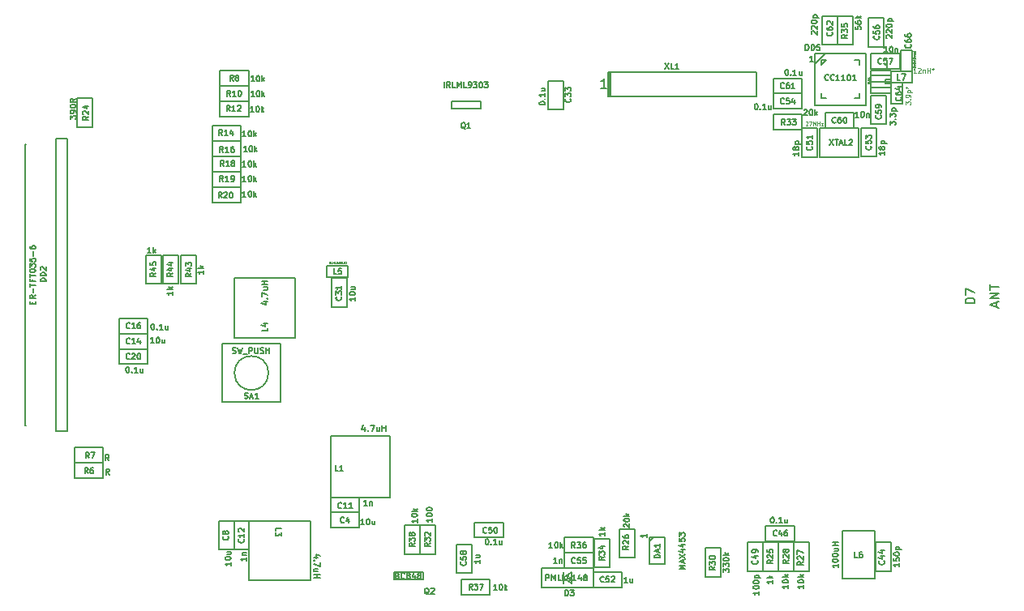
<source format=gto>
G04 #@! TF.GenerationSoftware,KiCad,Pcbnew,(2017-02-02 revision 8dadc18)-makepkg*
G04 #@! TF.CreationDate,2017-03-26T00:07:33+03:00*
G04 #@! TF.ProjectId,Badge,42616467652E6B696361645F70636200,rev?*
G04 #@! TF.FileFunction,Legend,Top*
G04 #@! TF.FilePolarity,Positive*
%FSLAX46Y46*%
G04 Gerber Fmt 4.6, Leading zero omitted, Abs format (unit mm)*
G04 Created by KiCad (PCBNEW (2017-02-02 revision 8dadc18)-makepkg) date 03/26/17 00:07:33*
%MOMM*%
%LPD*%
G01*
G04 APERTURE LIST*
%ADD10C,0.100000*%
%ADD11C,0.150000*%
%ADD12C,0.149860*%
%ADD13C,0.200660*%
%ADD14C,0.127000*%
%ADD15C,0.158750*%
%ADD16C,0.160020*%
%ADD17C,0.050000*%
%ADD18C,0.125000*%
%ADD19C,0.075000*%
%ADD20C,0.031750*%
G04 APERTURE END LIST*
D10*
D11*
X190100000Y-104700000D02*
X193500000Y-104700000D01*
X193500000Y-104700000D02*
X193500000Y-109700000D01*
X193500000Y-109700000D02*
X190100000Y-109700000D01*
X190100000Y-109700000D02*
X190100000Y-104700000D01*
X134577000Y-103675000D02*
X134577000Y-109875000D01*
X134577000Y-109875000D02*
X128177000Y-109875000D01*
X128177000Y-109875000D02*
X128177000Y-103675000D01*
X128177000Y-103675000D02*
X134577000Y-103675000D01*
X126600000Y-78300000D02*
X133000000Y-78300000D01*
X126600000Y-84500000D02*
X126600000Y-78300000D01*
X133000000Y-84500000D02*
X126600000Y-84500000D01*
X133000000Y-78300000D02*
X133000000Y-84500000D01*
X136677000Y-94775000D02*
X142877000Y-94775000D01*
X142877000Y-94775000D02*
X142877000Y-101175000D01*
X142877000Y-101175000D02*
X136677000Y-101175000D01*
X136677000Y-101175000D02*
X136677000Y-94775000D01*
D12*
X169999900Y-105400460D02*
X171600100Y-105400460D01*
X171600100Y-105400460D02*
X171600100Y-108199540D01*
X171600100Y-108199540D02*
X169999900Y-108199540D01*
X169999900Y-108199540D02*
X169999900Y-105400460D01*
X170350420Y-105400460D02*
X169999900Y-105750980D01*
D11*
X187752000Y-62621800D02*
X191816000Y-62621800D01*
X191816000Y-62621800D02*
X191816000Y-65669800D01*
X191816000Y-65669800D02*
X187752000Y-65669800D01*
X187752000Y-65669800D02*
X187752000Y-62621800D01*
X196200000Y-56700000D02*
X196200000Y-55600000D01*
X197400000Y-56700000D02*
X196200000Y-56700000D01*
X197400000Y-54500000D02*
X197400000Y-56700000D01*
X196200000Y-54500000D02*
X197400000Y-54500000D01*
X196200000Y-55600000D02*
X196200000Y-54500000D01*
X196400000Y-59000000D02*
X196400000Y-60100000D01*
X196400000Y-60100000D02*
X195200000Y-60100000D01*
X195200000Y-60100000D02*
X195200000Y-57900000D01*
X195200000Y-57900000D02*
X196400000Y-57900000D01*
X196400000Y-57900000D02*
X196400000Y-59000000D01*
X130178000Y-88200000D02*
G75*
G03X130178000Y-88200000I-1778000J0D01*
G01*
X125352000Y-85152000D02*
X125352000Y-91248000D01*
X125352000Y-91248000D02*
X131448000Y-91248000D01*
X131448000Y-91248000D02*
X131448000Y-85152000D01*
X131448000Y-85152000D02*
X125352000Y-85152000D01*
X154700000Y-103800000D02*
X154700000Y-104600000D01*
X151700000Y-103800000D02*
X154700000Y-103800000D01*
X151700000Y-105400000D02*
X151700000Y-103800000D01*
X154700000Y-105400000D02*
X151700000Y-105400000D01*
X154700000Y-104600000D02*
X154700000Y-105400000D01*
X194400000Y-108900000D02*
X193600000Y-108900000D01*
X193600000Y-108900000D02*
X193600000Y-105900000D01*
X193600000Y-105900000D02*
X195200000Y-105900000D01*
X195200000Y-105900000D02*
X195200000Y-108900000D01*
X195200000Y-108900000D02*
X194400000Y-108900000D01*
X182100000Y-105000000D02*
X182100000Y-104200000D01*
X182100000Y-104200000D02*
X185100000Y-104200000D01*
X185100000Y-104200000D02*
X185100000Y-105800000D01*
X185100000Y-105800000D02*
X182100000Y-105800000D01*
X182100000Y-105800000D02*
X182100000Y-105000000D01*
X193100000Y-56423600D02*
X193100000Y-55623600D01*
X196100000Y-56423600D02*
X193100000Y-56423600D01*
X196100000Y-54823600D02*
X196100000Y-56423600D01*
X193100000Y-54823600D02*
X196100000Y-54823600D01*
X193100000Y-55623600D02*
X193100000Y-54823600D01*
X188800000Y-53900000D02*
X188000000Y-53900000D01*
X188000000Y-53900000D02*
X188000000Y-50900000D01*
X188000000Y-50900000D02*
X189600000Y-50900000D01*
X189600000Y-50900000D02*
X189600000Y-53900000D01*
X189600000Y-53900000D02*
X188800000Y-53900000D01*
X185900000Y-57400000D02*
X185900000Y-58200000D01*
X182900000Y-57400000D02*
X185900000Y-57400000D01*
X182900000Y-59000000D02*
X182900000Y-57400000D01*
X185900000Y-59000000D02*
X182900000Y-59000000D01*
X185900000Y-58200000D02*
X185900000Y-59000000D01*
X191300000Y-61800000D02*
X191300000Y-62600000D01*
X191300000Y-62600000D02*
X188300000Y-62600000D01*
X188300000Y-62600000D02*
X188300000Y-61000000D01*
X188300000Y-61000000D02*
X191300000Y-61000000D01*
X191300000Y-61000000D02*
X191300000Y-61800000D01*
X164100000Y-110600000D02*
X164100000Y-109800000D01*
X167100000Y-110600000D02*
X164100000Y-110600000D01*
X167100000Y-109000000D02*
X167100000Y-110600000D01*
X164100000Y-109000000D02*
X167100000Y-109000000D01*
X164100000Y-109800000D02*
X164100000Y-109000000D01*
X181000000Y-105900000D02*
X181800000Y-105900000D01*
X181800000Y-105900000D02*
X181800000Y-108900000D01*
X181800000Y-108900000D02*
X180200000Y-108900000D01*
X180200000Y-108900000D02*
X180200000Y-105900000D01*
X180200000Y-105900000D02*
X181000000Y-105900000D01*
X193600000Y-54100000D02*
X192800000Y-54100000D01*
X192800000Y-54100000D02*
X192800000Y-51100000D01*
X192800000Y-51100000D02*
X194400000Y-51100000D01*
X194400000Y-51100000D02*
X194400000Y-54100000D01*
X194400000Y-54100000D02*
X193600000Y-54100000D01*
X161100000Y-108600000D02*
X161100000Y-107800000D01*
X164100000Y-108600000D02*
X161100000Y-108600000D01*
X164100000Y-107000000D02*
X164100000Y-108600000D01*
X161100000Y-107000000D02*
X164100000Y-107000000D01*
X161100000Y-107800000D02*
X161100000Y-107000000D01*
X185900000Y-59800000D02*
X185900000Y-60600000D01*
X185900000Y-60600000D02*
X182900000Y-60600000D01*
X182900000Y-60600000D02*
X182900000Y-59000000D01*
X182900000Y-59000000D02*
X185900000Y-59000000D01*
X185900000Y-59000000D02*
X185900000Y-59800000D01*
X192073000Y-62598100D02*
X192873000Y-62598100D01*
X192073000Y-65598100D02*
X192073000Y-62598100D01*
X193673000Y-65598100D02*
X192073000Y-65598100D01*
X193673000Y-62598100D02*
X193673000Y-65598100D01*
X192873000Y-62598100D02*
X193673000Y-62598100D01*
X187495000Y-65629800D02*
X186695000Y-65629800D01*
X187495000Y-62629800D02*
X187495000Y-65629800D01*
X185895000Y-62629800D02*
X187495000Y-62629800D01*
X185895000Y-65629800D02*
X185895000Y-62629800D01*
X186695000Y-65629800D02*
X185895000Y-65629800D01*
X193900000Y-59200000D02*
X194700000Y-59200000D01*
X194700000Y-59200000D02*
X194700000Y-62200000D01*
X194700000Y-62200000D02*
X193100000Y-62200000D01*
X193100000Y-62200000D02*
X193100000Y-59200000D01*
X193100000Y-59200000D02*
X193900000Y-59200000D01*
X149800000Y-106100000D02*
X150600000Y-106100000D01*
X149800000Y-109100000D02*
X149800000Y-106100000D01*
X151400000Y-109100000D02*
X149800000Y-109100000D01*
X151400000Y-106100000D02*
X151400000Y-109100000D01*
X150600000Y-106100000D02*
X151400000Y-106100000D01*
X114575000Y-84085700D02*
X114575000Y-83285700D01*
X117575000Y-84085700D02*
X114575000Y-84085700D01*
X117575000Y-82485700D02*
X117575000Y-84085700D01*
X114575000Y-82485700D02*
X117575000Y-82485700D01*
X114575000Y-83285700D02*
X114575000Y-82485700D01*
X114575000Y-85685700D02*
X114575000Y-84885700D01*
X117575000Y-85685700D02*
X114575000Y-85685700D01*
X117575000Y-84085700D02*
X117575000Y-85685700D01*
X114575000Y-84085700D02*
X117575000Y-84085700D01*
X114575000Y-84885700D02*
X114575000Y-84085700D01*
X126577000Y-103675000D02*
X127377000Y-103675000D01*
X126577000Y-106675000D02*
X126577000Y-103675000D01*
X128177000Y-106675000D02*
X126577000Y-106675000D01*
X128177000Y-103675000D02*
X128177000Y-106675000D01*
X127377000Y-103675000D02*
X128177000Y-103675000D01*
X139677000Y-101975000D02*
X139677000Y-102775000D01*
X139677000Y-102775000D02*
X136677000Y-102775000D01*
X136677000Y-102775000D02*
X136677000Y-101175000D01*
X136677000Y-101175000D02*
X139677000Y-101175000D01*
X139677000Y-101175000D02*
X139677000Y-101975000D01*
X124977000Y-103675000D02*
X125777000Y-103675000D01*
X124977000Y-106675000D02*
X124977000Y-103675000D01*
X126577000Y-106675000D02*
X124977000Y-106675000D01*
X126577000Y-103675000D02*
X126577000Y-106675000D01*
X125777000Y-103675000D02*
X126577000Y-103675000D01*
X139677000Y-102775000D02*
X139677000Y-103575000D01*
X136677000Y-102775000D02*
X139677000Y-102775000D01*
X136677000Y-104375000D02*
X136677000Y-102775000D01*
X139677000Y-104375000D02*
X136677000Y-104375000D01*
X139677000Y-103575000D02*
X139677000Y-104375000D01*
X136800000Y-78300000D02*
X137600000Y-78300000D01*
X136800000Y-81300000D02*
X136800000Y-78300000D01*
X138400000Y-81300000D02*
X136800000Y-81300000D01*
X138400000Y-78300000D02*
X138400000Y-81300000D01*
X137600000Y-78300000D02*
X138400000Y-78300000D01*
X159400000Y-57700000D02*
X160200000Y-57700000D01*
X159400000Y-60700000D02*
X159400000Y-57700000D01*
X161000000Y-60700000D02*
X159400000Y-60700000D01*
X161000000Y-57700000D02*
X161000000Y-60700000D01*
X160200000Y-57700000D02*
X161000000Y-57700000D01*
X114575000Y-86485700D02*
X114575000Y-85685700D01*
X114575000Y-85685700D02*
X117575000Y-85685700D01*
X117575000Y-85685700D02*
X117575000Y-87285700D01*
X117575000Y-87285700D02*
X114575000Y-87285700D01*
X114575000Y-87285700D02*
X114575000Y-86485700D01*
X104866000Y-93692400D02*
X104766000Y-93692400D01*
X104766000Y-93692400D02*
X104766000Y-64292400D01*
X104766000Y-64292400D02*
X104866000Y-64292400D01*
X107966000Y-63692400D02*
X109166000Y-63692400D01*
X109166000Y-63692400D02*
X109166000Y-94292400D01*
X109166000Y-94292400D02*
X107966000Y-94292400D01*
X107966000Y-94292400D02*
X107966000Y-63692400D01*
X165930000Y-59270000D02*
X181170000Y-59270000D01*
X181170000Y-56730000D02*
X165930000Y-56730000D01*
X181170000Y-56730000D02*
X181170000Y-59270000D01*
X165930000Y-59270000D02*
X165676000Y-59270000D01*
X165676000Y-59270000D02*
X165676000Y-56730000D01*
X165676000Y-56730000D02*
X165930000Y-56730000D01*
X165930000Y-56730000D02*
X165803000Y-56730000D01*
X165803000Y-56730000D02*
X165803000Y-59270000D01*
X165930000Y-59270000D02*
X165930000Y-56730000D01*
X158700000Y-108600000D02*
X164100000Y-108600000D01*
X164100000Y-108600000D02*
X164100000Y-110600000D01*
X164100000Y-110600000D02*
X158700000Y-110600000D01*
X158700000Y-110600000D02*
X158700000Y-108600000D01*
D13*
X161001220Y-109600000D02*
X161798780Y-109000560D01*
X161798780Y-109000560D02*
X161798780Y-110199440D01*
X161798780Y-110199440D02*
X161001220Y-109600000D01*
X161001220Y-109000560D02*
X161001220Y-110199440D01*
D11*
X188400000Y-59500000D02*
X187900000Y-59500000D01*
X187900000Y-59500000D02*
X187900000Y-59000000D01*
X191900000Y-59000000D02*
X191900000Y-59500000D01*
X191900000Y-59500000D02*
X191400000Y-59500000D01*
X191400000Y-55500000D02*
X191900000Y-55500000D01*
X191900000Y-55500000D02*
X191900000Y-56000000D01*
X187900000Y-56000000D02*
X187900000Y-55500000D01*
X187900000Y-55500000D02*
X188400000Y-55500000D01*
X188400000Y-55500000D02*
X187900000Y-56000000D01*
X187200000Y-55950000D02*
X188350000Y-54800000D01*
X192600000Y-54800000D02*
X192600000Y-60200000D01*
X192600000Y-60200000D02*
X187200000Y-60200000D01*
X187200000Y-60200000D02*
X187200000Y-54800000D01*
X187200000Y-54800000D02*
X192600000Y-54800000D01*
X184200000Y-105900000D02*
X185000000Y-105900000D01*
X185000000Y-105900000D02*
X185000000Y-108900000D01*
X185000000Y-108900000D02*
X183400000Y-108900000D01*
X183400000Y-108900000D02*
X183400000Y-105900000D01*
X183400000Y-105900000D02*
X184200000Y-105900000D01*
X176600000Y-106500000D02*
X177400000Y-106500000D01*
X177400000Y-106500000D02*
X177400000Y-109500000D01*
X177400000Y-109500000D02*
X175800000Y-109500000D01*
X175800000Y-109500000D02*
X175800000Y-106500000D01*
X175800000Y-106500000D02*
X176600000Y-106500000D01*
X146800000Y-107100000D02*
X146000000Y-107100000D01*
X146000000Y-107100000D02*
X146000000Y-104100000D01*
X146000000Y-104100000D02*
X147600000Y-104100000D01*
X147600000Y-104100000D02*
X147600000Y-107100000D01*
X147600000Y-107100000D02*
X146800000Y-107100000D01*
X185900000Y-61200000D02*
X185900000Y-62000000D01*
X182900000Y-61200000D02*
X185900000Y-61200000D01*
X182900000Y-62800000D02*
X182900000Y-61200000D01*
X185900000Y-62800000D02*
X182900000Y-62800000D01*
X185900000Y-62000000D02*
X185900000Y-62800000D01*
X167600000Y-104500000D02*
X168400000Y-104500000D01*
X168400000Y-104500000D02*
X168400000Y-107500000D01*
X168400000Y-107500000D02*
X166800000Y-107500000D01*
X166800000Y-107500000D02*
X166800000Y-104500000D01*
X166800000Y-104500000D02*
X167600000Y-104500000D01*
X164200000Y-105500000D02*
X165000000Y-105500000D01*
X164200000Y-108500000D02*
X164200000Y-105500000D01*
X165800000Y-108500000D02*
X164200000Y-108500000D01*
X165800000Y-105500000D02*
X165800000Y-108500000D01*
X165000000Y-105500000D02*
X165800000Y-105500000D01*
X164100000Y-106200000D02*
X164100000Y-107000000D01*
X164100000Y-107000000D02*
X161100000Y-107000000D01*
X161100000Y-107000000D02*
X161100000Y-105400000D01*
X161100000Y-105400000D02*
X164100000Y-105400000D01*
X164100000Y-105400000D02*
X164100000Y-106200000D01*
X153300000Y-109800000D02*
X153300000Y-110600000D01*
X150300000Y-109800000D02*
X153300000Y-109800000D01*
X150300000Y-111400000D02*
X150300000Y-109800000D01*
X153300000Y-111400000D02*
X150300000Y-111400000D01*
X153300000Y-110600000D02*
X153300000Y-111400000D01*
X145200000Y-107100000D02*
X144400000Y-107100000D01*
X144400000Y-107100000D02*
X144400000Y-104100000D01*
X144400000Y-104100000D02*
X146000000Y-104100000D01*
X146000000Y-104100000D02*
X146000000Y-107100000D01*
X146000000Y-107100000D02*
X145200000Y-107100000D01*
X121800000Y-75900000D02*
X122600000Y-75900000D01*
X122600000Y-75900000D02*
X122600000Y-78900000D01*
X122600000Y-78900000D02*
X121000000Y-78900000D01*
X121000000Y-78900000D02*
X121000000Y-75900000D01*
X121000000Y-75900000D02*
X121800000Y-75900000D01*
X119200000Y-75900000D02*
X120000000Y-75900000D01*
X119200000Y-78900000D02*
X119200000Y-75900000D01*
X120800000Y-78900000D02*
X119200000Y-78900000D01*
X120800000Y-75900000D02*
X120800000Y-78900000D01*
X120000000Y-75900000D02*
X120800000Y-75900000D01*
X118200000Y-75900000D02*
X119000000Y-75900000D01*
X119000000Y-75900000D02*
X119000000Y-78900000D01*
X119000000Y-78900000D02*
X117400000Y-78900000D01*
X117400000Y-78900000D02*
X117400000Y-75900000D01*
X117400000Y-75900000D02*
X118200000Y-75900000D01*
X191200000Y-53900000D02*
X190400000Y-53900000D01*
X191200000Y-50900000D02*
X191200000Y-53900000D01*
X189600000Y-50900000D02*
X191200000Y-50900000D01*
X189600000Y-53900000D02*
X189600000Y-50900000D01*
X190400000Y-53900000D02*
X189600000Y-53900000D01*
X183400000Y-108900000D02*
X182600000Y-108900000D01*
X183400000Y-105900000D02*
X183400000Y-108900000D01*
X181800000Y-105900000D02*
X183400000Y-105900000D01*
X181800000Y-108900000D02*
X181800000Y-105900000D01*
X182600000Y-108900000D02*
X181800000Y-108900000D01*
X185800000Y-108900000D02*
X185000000Y-108900000D01*
X185000000Y-108900000D02*
X185000000Y-105900000D01*
X185000000Y-105900000D02*
X186600000Y-105900000D01*
X186600000Y-105900000D02*
X186600000Y-108900000D01*
X186600000Y-108900000D02*
X185800000Y-108900000D01*
X109900000Y-98400000D02*
X109900000Y-97600000D01*
X109900000Y-97600000D02*
X112900000Y-97600000D01*
X112900000Y-97600000D02*
X112900000Y-99200000D01*
X112900000Y-99200000D02*
X109900000Y-99200000D01*
X109900000Y-99200000D02*
X109900000Y-98400000D01*
X109900000Y-97600000D02*
X109900000Y-96800000D01*
X112900000Y-97600000D02*
X109900000Y-97600000D01*
X112900000Y-96000000D02*
X112900000Y-97600000D01*
X109900000Y-96000000D02*
X112900000Y-96000000D01*
X109900000Y-96800000D02*
X109900000Y-96000000D01*
X125100000Y-57400000D02*
X125100000Y-56600000D01*
X125100000Y-56600000D02*
X128100000Y-56600000D01*
X128100000Y-56600000D02*
X128100000Y-58200000D01*
X128100000Y-58200000D02*
X125100000Y-58200000D01*
X125100000Y-58200000D02*
X125100000Y-57400000D01*
X125100000Y-59000000D02*
X125100000Y-58200000D01*
X125100000Y-58200000D02*
X128100000Y-58200000D01*
X128100000Y-58200000D02*
X128100000Y-59800000D01*
X128100000Y-59800000D02*
X125100000Y-59800000D01*
X125100000Y-59800000D02*
X125100000Y-59000000D01*
X125100000Y-60600000D02*
X125100000Y-59800000D01*
X125100000Y-59800000D02*
X128100000Y-59800000D01*
X128100000Y-59800000D02*
X128100000Y-61400000D01*
X128100000Y-61400000D02*
X125100000Y-61400000D01*
X125100000Y-61400000D02*
X125100000Y-60600000D01*
X124294000Y-63159500D02*
X124294000Y-62359500D01*
X124294000Y-62359500D02*
X127294000Y-62359500D01*
X127294000Y-62359500D02*
X127294000Y-63959500D01*
X127294000Y-63959500D02*
X124294000Y-63959500D01*
X124294000Y-63959500D02*
X124294000Y-63159500D01*
X124294000Y-65559500D02*
X124294000Y-64759500D01*
X127294000Y-65559500D02*
X124294000Y-65559500D01*
X127294000Y-63959500D02*
X127294000Y-65559500D01*
X124294000Y-63959500D02*
X127294000Y-63959500D01*
X124294000Y-64759500D02*
X124294000Y-63959500D01*
X124294000Y-68759500D02*
X124294000Y-67959500D01*
X127294000Y-68759500D02*
X124294000Y-68759500D01*
X127294000Y-67159500D02*
X127294000Y-68759500D01*
X124294000Y-67159500D02*
X127294000Y-67159500D01*
X124294000Y-67959500D02*
X124294000Y-67159500D01*
X124294000Y-69559500D02*
X124294000Y-68759500D01*
X124294000Y-68759500D02*
X127294000Y-68759500D01*
X127294000Y-68759500D02*
X127294000Y-70359500D01*
X127294000Y-70359500D02*
X124294000Y-70359500D01*
X124294000Y-70359500D02*
X124294000Y-69559500D01*
X111000000Y-62500000D02*
X110200000Y-62500000D01*
X110200000Y-62500000D02*
X110200000Y-59500000D01*
X110200000Y-59500000D02*
X111800000Y-59500000D01*
X111800000Y-59500000D02*
X111800000Y-62500000D01*
X111800000Y-62500000D02*
X111000000Y-62500000D01*
X124294000Y-67159500D02*
X124294000Y-66359500D01*
X127294000Y-67159500D02*
X124294000Y-67159500D01*
X127294000Y-65559500D02*
X127294000Y-67159500D01*
X124294000Y-65559500D02*
X127294000Y-65559500D01*
X124294000Y-66359500D02*
X124294000Y-65559500D01*
D14*
X152324000Y-60581000D02*
X149276000Y-60581000D01*
X149276000Y-60581000D02*
X149276000Y-59819000D01*
X149276000Y-59819000D02*
X152324000Y-59819000D01*
X152324000Y-59819000D02*
X152324000Y-60581000D01*
D11*
X196300000Y-57900000D02*
X195200000Y-57900000D01*
X195200000Y-57900000D02*
X195200000Y-56700000D01*
X195200000Y-56700000D02*
X197400000Y-56700000D01*
X197400000Y-56700000D02*
X197400000Y-57900000D01*
X197400000Y-57900000D02*
X196300000Y-57900000D01*
X137400000Y-77000000D02*
X138500000Y-77000000D01*
X138500000Y-77000000D02*
X138500000Y-78200000D01*
X138500000Y-78200000D02*
X136300000Y-78200000D01*
X136300000Y-78200000D02*
X136300000Y-77000000D01*
X136300000Y-77000000D02*
X137400000Y-77000000D01*
X195206000Y-57555700D02*
X194636000Y-57555700D01*
X194636000Y-57555700D02*
X194636000Y-57955700D01*
X194636000Y-57955700D02*
X195206000Y-57955700D01*
X193156000Y-58385700D02*
X195156000Y-58385700D01*
X193156000Y-57125700D02*
X195156000Y-57125700D01*
X193106000Y-56575700D02*
X195206000Y-56575700D01*
X195206000Y-56575700D02*
X195206000Y-58935700D01*
X195206000Y-58935700D02*
X193106000Y-58935700D01*
X193106000Y-58935700D02*
X193106000Y-56575700D01*
D14*
X146324000Y-109781000D02*
X143276000Y-109781000D01*
X143276000Y-109781000D02*
X143276000Y-109019000D01*
X143276000Y-109019000D02*
X146324000Y-109019000D01*
X146324000Y-109019000D02*
X146324000Y-109781000D01*
D11*
X203944380Y-80919495D02*
X202944380Y-80919495D01*
X202944380Y-80681400D01*
X202992000Y-80538542D01*
X203087238Y-80443304D01*
X203182476Y-80395685D01*
X203372952Y-80348066D01*
X203515809Y-80348066D01*
X203706285Y-80395685D01*
X203801523Y-80443304D01*
X203896761Y-80538542D01*
X203944380Y-80681400D01*
X203944380Y-80919495D01*
X202944380Y-80014733D02*
X202944380Y-79348066D01*
X203944380Y-79776638D01*
X206198666Y-81324257D02*
X206198666Y-80848066D01*
X206484380Y-81419495D02*
X205484380Y-81086161D01*
X206484380Y-80752828D01*
X206484380Y-80419495D02*
X205484380Y-80419495D01*
X206484380Y-79848066D01*
X205484380Y-79848066D01*
X205484380Y-79514733D02*
X205484380Y-78943304D01*
X206484380Y-79229019D02*
X205484380Y-79229019D01*
X191700000Y-107471428D02*
X191414285Y-107471428D01*
X191414285Y-106871428D01*
X192157142Y-106871428D02*
X192042857Y-106871428D01*
X191985714Y-106900000D01*
X191957142Y-106928571D01*
X191900000Y-107014285D01*
X191871428Y-107128571D01*
X191871428Y-107357142D01*
X191900000Y-107414285D01*
X191928571Y-107442857D01*
X191985714Y-107471428D01*
X192100000Y-107471428D01*
X192157142Y-107442857D01*
X192185714Y-107414285D01*
X192214285Y-107357142D01*
X192214285Y-107214285D01*
X192185714Y-107157142D01*
X192157142Y-107128571D01*
X192100000Y-107100000D01*
X191985714Y-107100000D01*
X191928571Y-107128571D01*
X191900000Y-107157142D01*
X191871428Y-107214285D01*
X189671428Y-108185714D02*
X189671428Y-108528571D01*
X189671428Y-108357142D02*
X189071428Y-108357142D01*
X189157142Y-108414285D01*
X189214285Y-108471428D01*
X189242857Y-108528571D01*
X189071428Y-107814285D02*
X189071428Y-107757142D01*
X189100000Y-107700000D01*
X189128571Y-107671428D01*
X189185714Y-107642857D01*
X189300000Y-107614285D01*
X189442857Y-107614285D01*
X189557142Y-107642857D01*
X189614285Y-107671428D01*
X189642857Y-107700000D01*
X189671428Y-107757142D01*
X189671428Y-107814285D01*
X189642857Y-107871428D01*
X189614285Y-107900000D01*
X189557142Y-107928571D01*
X189442857Y-107957142D01*
X189300000Y-107957142D01*
X189185714Y-107928571D01*
X189128571Y-107900000D01*
X189100000Y-107871428D01*
X189071428Y-107814285D01*
X189071428Y-107242857D02*
X189071428Y-107185714D01*
X189100000Y-107128571D01*
X189128571Y-107100000D01*
X189185714Y-107071428D01*
X189300000Y-107042857D01*
X189442857Y-107042857D01*
X189557142Y-107071428D01*
X189614285Y-107100000D01*
X189642857Y-107128571D01*
X189671428Y-107185714D01*
X189671428Y-107242857D01*
X189642857Y-107300000D01*
X189614285Y-107328571D01*
X189557142Y-107357142D01*
X189442857Y-107385714D01*
X189300000Y-107385714D01*
X189185714Y-107357142D01*
X189128571Y-107328571D01*
X189100000Y-107300000D01*
X189071428Y-107242857D01*
X189271428Y-106528571D02*
X189671428Y-106528571D01*
X189271428Y-106785714D02*
X189585714Y-106785714D01*
X189642857Y-106757142D01*
X189671428Y-106700000D01*
X189671428Y-106614285D01*
X189642857Y-106557142D01*
X189614285Y-106528571D01*
X189671428Y-106242857D02*
X189071428Y-106242857D01*
X189357142Y-106242857D02*
X189357142Y-105900000D01*
X189671428Y-105900000D02*
X189071428Y-105900000D01*
D12*
X130905824Y-104675093D02*
X130905824Y-104389645D01*
X131505264Y-104389645D01*
X131505264Y-104817817D02*
X131505264Y-105188899D01*
X131276906Y-104989085D01*
X131276906Y-105074720D01*
X131248361Y-105131809D01*
X131219817Y-105160354D01*
X131162727Y-105188899D01*
X131020003Y-105188899D01*
X130962914Y-105160354D01*
X130934369Y-105131809D01*
X130905824Y-105074720D01*
X130905824Y-104903451D01*
X130934369Y-104846361D01*
X130962914Y-104817817D01*
D15*
X135336071Y-107447500D02*
X134912738Y-107447500D01*
X135577976Y-107296309D02*
X135124404Y-107145119D01*
X135124404Y-107538214D01*
X134973214Y-107780119D02*
X134942976Y-107810357D01*
X134912738Y-107780119D01*
X134942976Y-107749880D01*
X134973214Y-107780119D01*
X134912738Y-107780119D01*
X135547738Y-108022023D02*
X135547738Y-108445357D01*
X134912738Y-108173214D01*
X135336071Y-108959404D02*
X134912738Y-108959404D01*
X135336071Y-108687261D02*
X135003452Y-108687261D01*
X134942976Y-108717500D01*
X134912738Y-108777976D01*
X134912738Y-108868690D01*
X134942976Y-108929166D01*
X134973214Y-108959404D01*
X134912738Y-109261785D02*
X135547738Y-109261785D01*
X135245357Y-109261785D02*
X135245357Y-109624642D01*
X134912738Y-109624642D02*
X135547738Y-109624642D01*
D16*
D12*
X130071175Y-83499906D02*
X130071175Y-83785354D01*
X129471735Y-83785354D01*
X129671548Y-83043190D02*
X130071175Y-83043190D01*
X129443190Y-83185914D02*
X129871361Y-83328638D01*
X129871361Y-82957556D01*
D15*
X129663928Y-80752500D02*
X130087261Y-80752500D01*
X129422023Y-80903690D02*
X129875595Y-81054880D01*
X129875595Y-80661785D01*
X130026785Y-80419880D02*
X130057023Y-80389642D01*
X130087261Y-80419880D01*
X130057023Y-80450119D01*
X130026785Y-80419880D01*
X130087261Y-80419880D01*
X129452261Y-80177976D02*
X129452261Y-79754642D01*
X130087261Y-80026785D01*
X129663928Y-79240595D02*
X130087261Y-79240595D01*
X129663928Y-79512738D02*
X129996547Y-79512738D01*
X130057023Y-79482500D01*
X130087261Y-79422023D01*
X130087261Y-79331309D01*
X130057023Y-79270833D01*
X130026785Y-79240595D01*
X130087261Y-78938214D02*
X129452261Y-78938214D01*
X129754642Y-78938214D02*
X129754642Y-78575357D01*
X130087261Y-78575357D02*
X129452261Y-78575357D01*
D16*
D12*
X137477093Y-98446175D02*
X137191645Y-98446175D01*
X137191645Y-97846735D01*
X137990899Y-98446175D02*
X137648361Y-98446175D01*
X137819630Y-98446175D02*
X137819630Y-97846735D01*
X137762540Y-97932369D01*
X137705451Y-97989459D01*
X137648361Y-98018003D01*
D15*
X140247500Y-93863928D02*
X140247500Y-94287261D01*
X140096309Y-93622023D02*
X139945119Y-94075595D01*
X140338214Y-94075595D01*
X140580119Y-94226785D02*
X140610357Y-94257023D01*
X140580119Y-94287261D01*
X140549880Y-94257023D01*
X140580119Y-94226785D01*
X140580119Y-94287261D01*
X140822023Y-93652261D02*
X141245357Y-93652261D01*
X140973214Y-94287261D01*
X141759404Y-93863928D02*
X141759404Y-94287261D01*
X141487261Y-93863928D02*
X141487261Y-94196547D01*
X141517500Y-94257023D01*
X141577976Y-94287261D01*
X141668690Y-94287261D01*
X141729166Y-94257023D01*
X141759404Y-94226785D01*
X142061785Y-94287261D02*
X142061785Y-93652261D01*
X142061785Y-93954642D02*
X142424642Y-93954642D01*
X142424642Y-94287261D02*
X142424642Y-93652261D01*
D16*
D11*
X171071428Y-107500000D02*
X170471428Y-107500000D01*
X170471428Y-107357142D01*
X170500000Y-107271428D01*
X170557142Y-107214285D01*
X170614285Y-107185714D01*
X170728571Y-107157142D01*
X170814285Y-107157142D01*
X170928571Y-107185714D01*
X170985714Y-107214285D01*
X171042857Y-107271428D01*
X171071428Y-107357142D01*
X171071428Y-107500000D01*
X170900000Y-106928571D02*
X170900000Y-106642857D01*
X171071428Y-106985714D02*
X170471428Y-106785714D01*
X171071428Y-106585714D01*
X171071428Y-106071428D02*
X171071428Y-106414285D01*
X171071428Y-106242857D02*
X170471428Y-106242857D01*
X170557142Y-106300000D01*
X170614285Y-106357142D01*
X170642857Y-106414285D01*
X173671428Y-108685714D02*
X173071428Y-108685714D01*
X173500000Y-108485714D01*
X173071428Y-108285714D01*
X173671428Y-108285714D01*
X173500000Y-108028571D02*
X173500000Y-107742857D01*
X173671428Y-108085714D02*
X173071428Y-107885714D01*
X173671428Y-107685714D01*
X173071428Y-107542857D02*
X173671428Y-107142857D01*
X173071428Y-107142857D02*
X173671428Y-107542857D01*
X173271428Y-106657142D02*
X173671428Y-106657142D01*
X173042857Y-106800000D02*
X173471428Y-106942857D01*
X173471428Y-106571428D01*
X173271428Y-106085714D02*
X173671428Y-106085714D01*
X173042857Y-106228571D02*
X173471428Y-106371428D01*
X173471428Y-106000000D01*
X173071428Y-105485714D02*
X173071428Y-105771428D01*
X173357142Y-105800000D01*
X173328571Y-105771428D01*
X173300000Y-105714285D01*
X173300000Y-105571428D01*
X173328571Y-105514285D01*
X173357142Y-105485714D01*
X173414285Y-105457142D01*
X173557142Y-105457142D01*
X173614285Y-105485714D01*
X173642857Y-105514285D01*
X173671428Y-105571428D01*
X173671428Y-105714285D01*
X173642857Y-105771428D01*
X173614285Y-105800000D01*
X173071428Y-105257142D02*
X173071428Y-104885714D01*
X173300000Y-105085714D01*
X173300000Y-105000000D01*
X173328571Y-104942857D01*
X173357142Y-104914285D01*
X173414285Y-104885714D01*
X173557142Y-104885714D01*
X173614285Y-104914285D01*
X173642857Y-104942857D01*
X173671428Y-105000000D01*
X173671428Y-105171428D01*
X173642857Y-105228571D01*
X173614285Y-105257142D01*
X169671428Y-105028571D02*
X169671428Y-105371428D01*
X169671428Y-105200000D02*
X169071428Y-105200000D01*
X169157142Y-105257142D01*
X169214285Y-105314285D01*
X169242857Y-105371428D01*
D12*
X188770847Y-63817535D02*
X189170474Y-64416975D01*
X189170474Y-63817535D02*
X188770847Y-64416975D01*
X189313198Y-63817535D02*
X189655735Y-63817535D01*
X189484466Y-64416975D02*
X189484466Y-63817535D01*
X189827003Y-64245706D02*
X190112451Y-64245706D01*
X189769914Y-64416975D02*
X189969727Y-63817535D01*
X190169540Y-64416975D01*
X190654801Y-64416975D02*
X190369354Y-64416975D01*
X190369354Y-63817535D01*
X190826070Y-63874624D02*
X190854615Y-63846080D01*
X190911704Y-63817535D01*
X191054428Y-63817535D01*
X191111518Y-63846080D01*
X191140062Y-63874624D01*
X191168607Y-63931714D01*
X191168607Y-63988803D01*
X191140062Y-64074438D01*
X190797525Y-64416975D01*
X191168607Y-64416975D01*
D10*
X186279238Y-61964847D02*
X186298285Y-61945800D01*
X186336380Y-61926752D01*
X186431619Y-61926752D01*
X186469714Y-61945800D01*
X186488761Y-61964847D01*
X186507809Y-62002942D01*
X186507809Y-62041038D01*
X186488761Y-62098180D01*
X186260190Y-62326752D01*
X186507809Y-62326752D01*
X186641142Y-61926752D02*
X186907809Y-61926752D01*
X186736380Y-62326752D01*
X187060190Y-62326752D02*
X187060190Y-61926752D01*
X187193523Y-62212466D01*
X187326857Y-61926752D01*
X187326857Y-62326752D01*
X187517333Y-62326752D02*
X187517333Y-61926752D01*
X187517333Y-62117228D02*
X187745904Y-62117228D01*
X187745904Y-62326752D02*
X187745904Y-61926752D01*
X187898285Y-62060085D02*
X188107809Y-62060085D01*
X187898285Y-62326752D01*
X188107809Y-62326752D01*
D11*
X197214285Y-53885714D02*
X197242857Y-53914285D01*
X197271428Y-54000000D01*
X197271428Y-54057142D01*
X197242857Y-54142857D01*
X197185714Y-54200000D01*
X197128571Y-54228571D01*
X197014285Y-54257142D01*
X196928571Y-54257142D01*
X196814285Y-54228571D01*
X196757142Y-54200000D01*
X196700000Y-54142857D01*
X196671428Y-54057142D01*
X196671428Y-54000000D01*
X196700000Y-53914285D01*
X196728571Y-53885714D01*
X196671428Y-53371428D02*
X196671428Y-53485714D01*
X196700000Y-53542857D01*
X196728571Y-53571428D01*
X196814285Y-53628571D01*
X196928571Y-53657142D01*
X197157142Y-53657142D01*
X197214285Y-53628571D01*
X197242857Y-53600000D01*
X197271428Y-53542857D01*
X197271428Y-53428571D01*
X197242857Y-53371428D01*
X197214285Y-53342857D01*
X197157142Y-53314285D01*
X197014285Y-53314285D01*
X196957142Y-53342857D01*
X196928571Y-53371428D01*
X196900000Y-53428571D01*
X196900000Y-53542857D01*
X196928571Y-53600000D01*
X196957142Y-53628571D01*
X197014285Y-53657142D01*
X196671428Y-52800000D02*
X196671428Y-52914285D01*
X196700000Y-52971428D01*
X196728571Y-53000000D01*
X196814285Y-53057142D01*
X196928571Y-53085714D01*
X197157142Y-53085714D01*
X197214285Y-53057142D01*
X197242857Y-53028571D01*
X197271428Y-52971428D01*
X197271428Y-52857142D01*
X197242857Y-52800000D01*
X197214285Y-52771428D01*
X197157142Y-52742857D01*
X197014285Y-52742857D01*
X196957142Y-52771428D01*
X196928571Y-52800000D01*
X196900000Y-52857142D01*
X196900000Y-52971428D01*
X196928571Y-53028571D01*
X196957142Y-53057142D01*
X197014285Y-53085714D01*
D17*
X197690476Y-56238095D02*
X197490476Y-56238095D01*
X197490476Y-56190476D01*
X197500000Y-56161904D01*
X197519047Y-56142857D01*
X197538095Y-56133333D01*
X197576190Y-56123809D01*
X197604761Y-56123809D01*
X197642857Y-56133333D01*
X197661904Y-56142857D01*
X197680952Y-56161904D01*
X197690476Y-56190476D01*
X197690476Y-56238095D01*
X197690476Y-56009523D02*
X197680952Y-56028571D01*
X197671428Y-56038095D01*
X197652380Y-56047619D01*
X197595238Y-56047619D01*
X197576190Y-56038095D01*
X197566666Y-56028571D01*
X197557142Y-56009523D01*
X197557142Y-55980952D01*
X197566666Y-55961904D01*
X197576190Y-55952380D01*
X197595238Y-55942857D01*
X197652380Y-55942857D01*
X197671428Y-55952380D01*
X197680952Y-55961904D01*
X197690476Y-55980952D01*
X197690476Y-56009523D01*
X197690476Y-55857142D02*
X197490476Y-55857142D01*
X197690476Y-55742857D01*
X197490476Y-55742857D01*
X197690476Y-55619047D02*
X197680952Y-55638095D01*
X197671428Y-55647619D01*
X197652380Y-55657142D01*
X197595238Y-55657142D01*
X197576190Y-55647619D01*
X197566666Y-55638095D01*
X197557142Y-55619047D01*
X197557142Y-55590476D01*
X197566666Y-55571428D01*
X197576190Y-55561904D01*
X197595238Y-55552380D01*
X197652380Y-55552380D01*
X197671428Y-55561904D01*
X197680952Y-55571428D01*
X197690476Y-55590476D01*
X197690476Y-55619047D01*
X197557142Y-55495238D02*
X197557142Y-55419047D01*
X197490476Y-55466666D02*
X197661904Y-55466666D01*
X197680952Y-55457142D01*
X197690476Y-55438095D01*
X197690476Y-55419047D01*
X197690476Y-55352380D02*
X197490476Y-55352380D01*
X197633333Y-55285714D01*
X197490476Y-55219047D01*
X197690476Y-55219047D01*
X197690476Y-55095238D02*
X197680952Y-55114285D01*
X197671428Y-55123809D01*
X197652380Y-55133333D01*
X197595238Y-55133333D01*
X197576190Y-55123809D01*
X197566666Y-55114285D01*
X197557142Y-55095238D01*
X197557142Y-55066666D01*
X197566666Y-55047619D01*
X197576190Y-55038095D01*
X197595238Y-55028571D01*
X197652380Y-55028571D01*
X197671428Y-55038095D01*
X197680952Y-55047619D01*
X197690476Y-55066666D01*
X197690476Y-55095238D01*
X197557142Y-54857142D02*
X197690476Y-54857142D01*
X197557142Y-54942857D02*
X197661904Y-54942857D01*
X197680952Y-54933333D01*
X197690476Y-54914285D01*
X197690476Y-54885714D01*
X197680952Y-54866666D01*
X197671428Y-54857142D01*
X197557142Y-54761904D02*
X197690476Y-54761904D01*
X197576190Y-54761904D02*
X197566666Y-54752380D01*
X197557142Y-54733333D01*
X197557142Y-54704761D01*
X197566666Y-54685714D01*
X197585714Y-54676190D01*
X197690476Y-54676190D01*
X197557142Y-54609523D02*
X197557142Y-54533333D01*
X197490476Y-54580952D02*
X197661904Y-54580952D01*
X197680952Y-54571428D01*
X197690476Y-54552380D01*
X197690476Y-54533333D01*
D11*
X196214285Y-59385714D02*
X196242857Y-59414285D01*
X196271428Y-59500000D01*
X196271428Y-59557142D01*
X196242857Y-59642857D01*
X196185714Y-59700000D01*
X196128571Y-59728571D01*
X196014285Y-59757142D01*
X195928571Y-59757142D01*
X195814285Y-59728571D01*
X195757142Y-59700000D01*
X195700000Y-59642857D01*
X195671428Y-59557142D01*
X195671428Y-59500000D01*
X195700000Y-59414285D01*
X195728571Y-59385714D01*
X195671428Y-58871428D02*
X195671428Y-58985714D01*
X195700000Y-59042857D01*
X195728571Y-59071428D01*
X195814285Y-59128571D01*
X195928571Y-59157142D01*
X196157142Y-59157142D01*
X196214285Y-59128571D01*
X196242857Y-59100000D01*
X196271428Y-59042857D01*
X196271428Y-58928571D01*
X196242857Y-58871428D01*
X196214285Y-58842857D01*
X196157142Y-58814285D01*
X196014285Y-58814285D01*
X195957142Y-58842857D01*
X195928571Y-58871428D01*
X195900000Y-58928571D01*
X195900000Y-59042857D01*
X195928571Y-59100000D01*
X195957142Y-59128571D01*
X196014285Y-59157142D01*
X195871428Y-58300000D02*
X196271428Y-58300000D01*
X195642857Y-58442857D02*
X196071428Y-58585714D01*
X196071428Y-58214285D01*
D18*
X196726190Y-60140476D02*
X196726190Y-59830952D01*
X196916666Y-59997619D01*
X196916666Y-59926190D01*
X196940476Y-59878571D01*
X196964285Y-59854761D01*
X197011904Y-59830952D01*
X197130952Y-59830952D01*
X197178571Y-59854761D01*
X197202380Y-59878571D01*
X197226190Y-59926190D01*
X197226190Y-60069047D01*
X197202380Y-60116666D01*
X197178571Y-60140476D01*
X197178571Y-59616666D02*
X197202380Y-59592857D01*
X197226190Y-59616666D01*
X197202380Y-59640476D01*
X197178571Y-59616666D01*
X197226190Y-59616666D01*
X197226190Y-59354761D02*
X197226190Y-59259523D01*
X197202380Y-59211904D01*
X197178571Y-59188095D01*
X197107142Y-59140476D01*
X197011904Y-59116666D01*
X196821428Y-59116666D01*
X196773809Y-59140476D01*
X196750000Y-59164285D01*
X196726190Y-59211904D01*
X196726190Y-59307142D01*
X196750000Y-59354761D01*
X196773809Y-59378571D01*
X196821428Y-59402380D01*
X196940476Y-59402380D01*
X196988095Y-59378571D01*
X197011904Y-59354761D01*
X197035714Y-59307142D01*
X197035714Y-59211904D01*
X197011904Y-59164285D01*
X196988095Y-59140476D01*
X196940476Y-59116666D01*
X196892857Y-58902380D02*
X197392857Y-58902380D01*
X196916666Y-58902380D02*
X196892857Y-58854761D01*
X196892857Y-58759523D01*
X196916666Y-58711904D01*
X196940476Y-58688095D01*
X196988095Y-58664285D01*
X197130952Y-58664285D01*
X197178571Y-58688095D01*
X197202380Y-58711904D01*
X197226190Y-58759523D01*
X197226190Y-58854761D01*
X197202380Y-58902380D01*
X196726190Y-58378571D02*
X196845238Y-58378571D01*
X196797619Y-58497619D02*
X196845238Y-58378571D01*
X196797619Y-58259523D01*
X196940476Y-58450000D02*
X196845238Y-58378571D01*
X196940476Y-58307142D01*
D11*
X127685714Y-90842857D02*
X127771428Y-90871428D01*
X127914285Y-90871428D01*
X127971428Y-90842857D01*
X128000000Y-90814285D01*
X128028571Y-90757142D01*
X128028571Y-90700000D01*
X128000000Y-90642857D01*
X127971428Y-90614285D01*
X127914285Y-90585714D01*
X127800000Y-90557142D01*
X127742857Y-90528571D01*
X127714285Y-90500000D01*
X127685714Y-90442857D01*
X127685714Y-90385714D01*
X127714285Y-90328571D01*
X127742857Y-90300000D01*
X127800000Y-90271428D01*
X127942857Y-90271428D01*
X128028571Y-90300000D01*
X128257142Y-90700000D02*
X128542857Y-90700000D01*
X128200000Y-90871428D02*
X128400000Y-90271428D01*
X128600000Y-90871428D01*
X129114285Y-90871428D02*
X128771428Y-90871428D01*
X128942857Y-90871428D02*
X128942857Y-90271428D01*
X128885714Y-90357142D01*
X128828571Y-90414285D01*
X128771428Y-90442857D01*
X126408857Y-86106857D02*
X126494571Y-86135428D01*
X126637428Y-86135428D01*
X126694571Y-86106857D01*
X126723142Y-86078285D01*
X126751714Y-86021142D01*
X126751714Y-85964000D01*
X126723142Y-85906857D01*
X126694571Y-85878285D01*
X126637428Y-85849714D01*
X126523142Y-85821142D01*
X126466000Y-85792571D01*
X126437428Y-85764000D01*
X126408857Y-85706857D01*
X126408857Y-85649714D01*
X126437428Y-85592571D01*
X126466000Y-85564000D01*
X126523142Y-85535428D01*
X126666000Y-85535428D01*
X126751714Y-85564000D01*
X126951714Y-85535428D02*
X127094571Y-86135428D01*
X127208857Y-85706857D01*
X127323142Y-86135428D01*
X127466000Y-85535428D01*
X127551714Y-86192571D02*
X128008857Y-86192571D01*
X128151714Y-86135428D02*
X128151714Y-85535428D01*
X128380285Y-85535428D01*
X128437428Y-85564000D01*
X128466000Y-85592571D01*
X128494571Y-85649714D01*
X128494571Y-85735428D01*
X128466000Y-85792571D01*
X128437428Y-85821142D01*
X128380285Y-85849714D01*
X128151714Y-85849714D01*
X128751714Y-85535428D02*
X128751714Y-86021142D01*
X128780285Y-86078285D01*
X128808857Y-86106857D01*
X128866000Y-86135428D01*
X128980285Y-86135428D01*
X129037428Y-86106857D01*
X129066000Y-86078285D01*
X129094571Y-86021142D01*
X129094571Y-85535428D01*
X129351714Y-86106857D02*
X129437428Y-86135428D01*
X129580285Y-86135428D01*
X129637428Y-86106857D01*
X129666000Y-86078285D01*
X129694571Y-86021142D01*
X129694571Y-85964000D01*
X129666000Y-85906857D01*
X129637428Y-85878285D01*
X129580285Y-85849714D01*
X129466000Y-85821142D01*
X129408857Y-85792571D01*
X129380285Y-85764000D01*
X129351714Y-85706857D01*
X129351714Y-85649714D01*
X129380285Y-85592571D01*
X129408857Y-85564000D01*
X129466000Y-85535428D01*
X129608857Y-85535428D01*
X129694571Y-85564000D01*
X129951714Y-86135428D02*
X129951714Y-85535428D01*
X129951714Y-85821142D02*
X130294571Y-85821142D01*
X130294571Y-86135428D02*
X130294571Y-85535428D01*
X152934285Y-104864285D02*
X152905714Y-104892857D01*
X152820000Y-104921428D01*
X152762857Y-104921428D01*
X152677142Y-104892857D01*
X152620000Y-104835714D01*
X152591428Y-104778571D01*
X152562857Y-104664285D01*
X152562857Y-104578571D01*
X152591428Y-104464285D01*
X152620000Y-104407142D01*
X152677142Y-104350000D01*
X152762857Y-104321428D01*
X152820000Y-104321428D01*
X152905714Y-104350000D01*
X152934285Y-104378571D01*
X153477142Y-104321428D02*
X153191428Y-104321428D01*
X153162857Y-104607142D01*
X153191428Y-104578571D01*
X153248571Y-104550000D01*
X153391428Y-104550000D01*
X153448571Y-104578571D01*
X153477142Y-104607142D01*
X153505714Y-104664285D01*
X153505714Y-104807142D01*
X153477142Y-104864285D01*
X153448571Y-104892857D01*
X153391428Y-104921428D01*
X153248571Y-104921428D01*
X153191428Y-104892857D01*
X153162857Y-104864285D01*
X153877142Y-104321428D02*
X153934285Y-104321428D01*
X153991428Y-104350000D01*
X154020000Y-104378571D01*
X154048571Y-104435714D01*
X154077142Y-104550000D01*
X154077142Y-104692857D01*
X154048571Y-104807142D01*
X154020000Y-104864285D01*
X153991428Y-104892857D01*
X153934285Y-104921428D01*
X153877142Y-104921428D01*
X153820000Y-104892857D01*
X153791428Y-104864285D01*
X153762857Y-104807142D01*
X153734285Y-104692857D01*
X153734285Y-104550000D01*
X153762857Y-104435714D01*
X153791428Y-104378571D01*
X153820000Y-104350000D01*
X153877142Y-104321428D01*
X152971428Y-105521428D02*
X153028571Y-105521428D01*
X153085714Y-105550000D01*
X153114285Y-105578571D01*
X153142857Y-105635714D01*
X153171428Y-105750000D01*
X153171428Y-105892857D01*
X153142857Y-106007142D01*
X153114285Y-106064285D01*
X153085714Y-106092857D01*
X153028571Y-106121428D01*
X152971428Y-106121428D01*
X152914285Y-106092857D01*
X152885714Y-106064285D01*
X152857142Y-106007142D01*
X152828571Y-105892857D01*
X152828571Y-105750000D01*
X152857142Y-105635714D01*
X152885714Y-105578571D01*
X152914285Y-105550000D01*
X152971428Y-105521428D01*
X153428571Y-106064285D02*
X153457142Y-106092857D01*
X153428571Y-106121428D01*
X153400000Y-106092857D01*
X153428571Y-106064285D01*
X153428571Y-106121428D01*
X154028571Y-106121428D02*
X153685714Y-106121428D01*
X153857142Y-106121428D02*
X153857142Y-105521428D01*
X153800000Y-105607142D01*
X153742857Y-105664285D01*
X153685714Y-105692857D01*
X154542857Y-105721428D02*
X154542857Y-106121428D01*
X154285714Y-105721428D02*
X154285714Y-106035714D01*
X154314285Y-106092857D01*
X154371428Y-106121428D01*
X154457142Y-106121428D01*
X154514285Y-106092857D01*
X154542857Y-106064285D01*
X194444285Y-107845714D02*
X194472857Y-107874285D01*
X194501428Y-107960000D01*
X194501428Y-108017142D01*
X194472857Y-108102857D01*
X194415714Y-108160000D01*
X194358571Y-108188571D01*
X194244285Y-108217142D01*
X194158571Y-108217142D01*
X194044285Y-108188571D01*
X193987142Y-108160000D01*
X193930000Y-108102857D01*
X193901428Y-108017142D01*
X193901428Y-107960000D01*
X193930000Y-107874285D01*
X193958571Y-107845714D01*
X194101428Y-107331428D02*
X194501428Y-107331428D01*
X193872857Y-107474285D02*
X194301428Y-107617142D01*
X194301428Y-107245714D01*
X194101428Y-106760000D02*
X194501428Y-106760000D01*
X193872857Y-106902857D02*
X194301428Y-107045714D01*
X194301428Y-106674285D01*
X196071428Y-108071428D02*
X196071428Y-108414285D01*
X196071428Y-108242857D02*
X195471428Y-108242857D01*
X195557142Y-108300000D01*
X195614285Y-108357142D01*
X195642857Y-108414285D01*
X195471428Y-107528571D02*
X195471428Y-107814285D01*
X195757142Y-107842857D01*
X195728571Y-107814285D01*
X195700000Y-107757142D01*
X195700000Y-107614285D01*
X195728571Y-107557142D01*
X195757142Y-107528571D01*
X195814285Y-107500000D01*
X195957142Y-107500000D01*
X196014285Y-107528571D01*
X196042857Y-107557142D01*
X196071428Y-107614285D01*
X196071428Y-107757142D01*
X196042857Y-107814285D01*
X196014285Y-107842857D01*
X195471428Y-107128571D02*
X195471428Y-107071428D01*
X195500000Y-107014285D01*
X195528571Y-106985714D01*
X195585714Y-106957142D01*
X195700000Y-106928571D01*
X195842857Y-106928571D01*
X195957142Y-106957142D01*
X196014285Y-106985714D01*
X196042857Y-107014285D01*
X196071428Y-107071428D01*
X196071428Y-107128571D01*
X196042857Y-107185714D01*
X196014285Y-107214285D01*
X195957142Y-107242857D01*
X195842857Y-107271428D01*
X195700000Y-107271428D01*
X195585714Y-107242857D01*
X195528571Y-107214285D01*
X195500000Y-107185714D01*
X195471428Y-107128571D01*
X195671428Y-106671428D02*
X196271428Y-106671428D01*
X195700000Y-106671428D02*
X195671428Y-106614285D01*
X195671428Y-106500000D01*
X195700000Y-106442857D01*
X195728571Y-106414285D01*
X195785714Y-106385714D01*
X195957142Y-106385714D01*
X196014285Y-106414285D01*
X196042857Y-106442857D01*
X196071428Y-106500000D01*
X196071428Y-106614285D01*
X196042857Y-106671428D01*
X183254285Y-105174285D02*
X183225714Y-105202857D01*
X183140000Y-105231428D01*
X183082857Y-105231428D01*
X182997142Y-105202857D01*
X182940000Y-105145714D01*
X182911428Y-105088571D01*
X182882857Y-104974285D01*
X182882857Y-104888571D01*
X182911428Y-104774285D01*
X182940000Y-104717142D01*
X182997142Y-104660000D01*
X183082857Y-104631428D01*
X183140000Y-104631428D01*
X183225714Y-104660000D01*
X183254285Y-104688571D01*
X183768571Y-104831428D02*
X183768571Y-105231428D01*
X183625714Y-104602857D02*
X183482857Y-105031428D01*
X183854285Y-105031428D01*
X184340000Y-104631428D02*
X184225714Y-104631428D01*
X184168571Y-104660000D01*
X184140000Y-104688571D01*
X184082857Y-104774285D01*
X184054285Y-104888571D01*
X184054285Y-105117142D01*
X184082857Y-105174285D01*
X184111428Y-105202857D01*
X184168571Y-105231428D01*
X184282857Y-105231428D01*
X184340000Y-105202857D01*
X184368571Y-105174285D01*
X184397142Y-105117142D01*
X184397142Y-104974285D01*
X184368571Y-104917142D01*
X184340000Y-104888571D01*
X184282857Y-104860000D01*
X184168571Y-104860000D01*
X184111428Y-104888571D01*
X184082857Y-104917142D01*
X184054285Y-104974285D01*
X182761428Y-103271428D02*
X182818571Y-103271428D01*
X182875714Y-103300000D01*
X182904285Y-103328571D01*
X182932857Y-103385714D01*
X182961428Y-103500000D01*
X182961428Y-103642857D01*
X182932857Y-103757142D01*
X182904285Y-103814285D01*
X182875714Y-103842857D01*
X182818571Y-103871428D01*
X182761428Y-103871428D01*
X182704285Y-103842857D01*
X182675714Y-103814285D01*
X182647142Y-103757142D01*
X182618571Y-103642857D01*
X182618571Y-103500000D01*
X182647142Y-103385714D01*
X182675714Y-103328571D01*
X182704285Y-103300000D01*
X182761428Y-103271428D01*
X183218571Y-103814285D02*
X183247142Y-103842857D01*
X183218571Y-103871428D01*
X183190000Y-103842857D01*
X183218571Y-103814285D01*
X183218571Y-103871428D01*
X183818571Y-103871428D02*
X183475714Y-103871428D01*
X183647142Y-103871428D02*
X183647142Y-103271428D01*
X183590000Y-103357142D01*
X183532857Y-103414285D01*
X183475714Y-103442857D01*
X184332857Y-103471428D02*
X184332857Y-103871428D01*
X184075714Y-103471428D02*
X184075714Y-103785714D01*
X184104285Y-103842857D01*
X184161428Y-103871428D01*
X184247142Y-103871428D01*
X184304285Y-103842857D01*
X184332857Y-103814285D01*
X194214285Y-55837885D02*
X194185714Y-55866457D01*
X194100000Y-55895028D01*
X194042857Y-55895028D01*
X193957142Y-55866457D01*
X193900000Y-55809314D01*
X193871428Y-55752171D01*
X193842857Y-55637885D01*
X193842857Y-55552171D01*
X193871428Y-55437885D01*
X193900000Y-55380742D01*
X193957142Y-55323600D01*
X194042857Y-55295028D01*
X194100000Y-55295028D01*
X194185714Y-55323600D01*
X194214285Y-55352171D01*
X194757142Y-55295028D02*
X194471428Y-55295028D01*
X194442857Y-55580742D01*
X194471428Y-55552171D01*
X194528571Y-55523600D01*
X194671428Y-55523600D01*
X194728571Y-55552171D01*
X194757142Y-55580742D01*
X194785714Y-55637885D01*
X194785714Y-55780742D01*
X194757142Y-55837885D01*
X194728571Y-55866457D01*
X194671428Y-55895028D01*
X194528571Y-55895028D01*
X194471428Y-55866457D01*
X194442857Y-55837885D01*
X194985714Y-55295028D02*
X195385714Y-55295028D01*
X195128571Y-55895028D01*
X194814285Y-54671428D02*
X194471428Y-54671428D01*
X194642857Y-54671428D02*
X194642857Y-54071428D01*
X194585714Y-54157142D01*
X194528571Y-54214285D01*
X194471428Y-54242857D01*
X195185714Y-54071428D02*
X195242857Y-54071428D01*
X195300000Y-54100000D01*
X195328571Y-54128571D01*
X195357142Y-54185714D01*
X195385714Y-54300000D01*
X195385714Y-54442857D01*
X195357142Y-54557142D01*
X195328571Y-54614285D01*
X195300000Y-54642857D01*
X195242857Y-54671428D01*
X195185714Y-54671428D01*
X195128571Y-54642857D01*
X195100000Y-54614285D01*
X195071428Y-54557142D01*
X195042857Y-54442857D01*
X195042857Y-54300000D01*
X195071428Y-54185714D01*
X195100000Y-54128571D01*
X195128571Y-54100000D01*
X195185714Y-54071428D01*
X195642857Y-54271428D02*
X195642857Y-54671428D01*
X195642857Y-54328571D02*
X195671428Y-54300000D01*
X195728571Y-54271428D01*
X195814285Y-54271428D01*
X195871428Y-54300000D01*
X195900000Y-54357142D01*
X195900000Y-54671428D01*
X189014285Y-52585714D02*
X189042857Y-52614285D01*
X189071428Y-52700000D01*
X189071428Y-52757142D01*
X189042857Y-52842857D01*
X188985714Y-52900000D01*
X188928571Y-52928571D01*
X188814285Y-52957142D01*
X188728571Y-52957142D01*
X188614285Y-52928571D01*
X188557142Y-52900000D01*
X188500000Y-52842857D01*
X188471428Y-52757142D01*
X188471428Y-52700000D01*
X188500000Y-52614285D01*
X188528571Y-52585714D01*
X188471428Y-52071428D02*
X188471428Y-52185714D01*
X188500000Y-52242857D01*
X188528571Y-52271428D01*
X188614285Y-52328571D01*
X188728571Y-52357142D01*
X188957142Y-52357142D01*
X189014285Y-52328571D01*
X189042857Y-52300000D01*
X189071428Y-52242857D01*
X189071428Y-52128571D01*
X189042857Y-52071428D01*
X189014285Y-52042857D01*
X188957142Y-52014285D01*
X188814285Y-52014285D01*
X188757142Y-52042857D01*
X188728571Y-52071428D01*
X188700000Y-52128571D01*
X188700000Y-52242857D01*
X188728571Y-52300000D01*
X188757142Y-52328571D01*
X188814285Y-52357142D01*
X188528571Y-51785714D02*
X188500000Y-51757142D01*
X188471428Y-51700000D01*
X188471428Y-51557142D01*
X188500000Y-51500000D01*
X188528571Y-51471428D01*
X188585714Y-51442857D01*
X188642857Y-51442857D01*
X188728571Y-51471428D01*
X189071428Y-51814285D01*
X189071428Y-51442857D01*
X186928571Y-52814285D02*
X186900000Y-52785714D01*
X186871428Y-52728571D01*
X186871428Y-52585714D01*
X186900000Y-52528571D01*
X186928571Y-52500000D01*
X186985714Y-52471428D01*
X187042857Y-52471428D01*
X187128571Y-52500000D01*
X187471428Y-52842857D01*
X187471428Y-52471428D01*
X186928571Y-52242857D02*
X186900000Y-52214285D01*
X186871428Y-52157142D01*
X186871428Y-52014285D01*
X186900000Y-51957142D01*
X186928571Y-51928571D01*
X186985714Y-51900000D01*
X187042857Y-51900000D01*
X187128571Y-51928571D01*
X187471428Y-52271428D01*
X187471428Y-51900000D01*
X186871428Y-51528571D02*
X186871428Y-51471428D01*
X186900000Y-51414285D01*
X186928571Y-51385714D01*
X186985714Y-51357142D01*
X187100000Y-51328571D01*
X187242857Y-51328571D01*
X187357142Y-51357142D01*
X187414285Y-51385714D01*
X187442857Y-51414285D01*
X187471428Y-51471428D01*
X187471428Y-51528571D01*
X187442857Y-51585714D01*
X187414285Y-51614285D01*
X187357142Y-51642857D01*
X187242857Y-51671428D01*
X187100000Y-51671428D01*
X186985714Y-51642857D01*
X186928571Y-51614285D01*
X186900000Y-51585714D01*
X186871428Y-51528571D01*
X187071428Y-51071428D02*
X187671428Y-51071428D01*
X187100000Y-51071428D02*
X187071428Y-51014285D01*
X187071428Y-50900000D01*
X187100000Y-50842857D01*
X187128571Y-50814285D01*
X187185714Y-50785714D01*
X187357142Y-50785714D01*
X187414285Y-50814285D01*
X187442857Y-50842857D01*
X187471428Y-50900000D01*
X187471428Y-51014285D01*
X187442857Y-51071428D01*
X184014285Y-58414285D02*
X183985714Y-58442857D01*
X183900000Y-58471428D01*
X183842857Y-58471428D01*
X183757142Y-58442857D01*
X183700000Y-58385714D01*
X183671428Y-58328571D01*
X183642857Y-58214285D01*
X183642857Y-58128571D01*
X183671428Y-58014285D01*
X183700000Y-57957142D01*
X183757142Y-57900000D01*
X183842857Y-57871428D01*
X183900000Y-57871428D01*
X183985714Y-57900000D01*
X184014285Y-57928571D01*
X184528571Y-57871428D02*
X184414285Y-57871428D01*
X184357142Y-57900000D01*
X184328571Y-57928571D01*
X184271428Y-58014285D01*
X184242857Y-58128571D01*
X184242857Y-58357142D01*
X184271428Y-58414285D01*
X184300000Y-58442857D01*
X184357142Y-58471428D01*
X184471428Y-58471428D01*
X184528571Y-58442857D01*
X184557142Y-58414285D01*
X184585714Y-58357142D01*
X184585714Y-58214285D01*
X184557142Y-58157142D01*
X184528571Y-58128571D01*
X184471428Y-58100000D01*
X184357142Y-58100000D01*
X184300000Y-58128571D01*
X184271428Y-58157142D01*
X184242857Y-58214285D01*
X185157142Y-58471428D02*
X184814285Y-58471428D01*
X184985714Y-58471428D02*
X184985714Y-57871428D01*
X184928571Y-57957142D01*
X184871428Y-58014285D01*
X184814285Y-58042857D01*
X184271428Y-56471428D02*
X184328571Y-56471428D01*
X184385714Y-56500000D01*
X184414285Y-56528571D01*
X184442857Y-56585714D01*
X184471428Y-56700000D01*
X184471428Y-56842857D01*
X184442857Y-56957142D01*
X184414285Y-57014285D01*
X184385714Y-57042857D01*
X184328571Y-57071428D01*
X184271428Y-57071428D01*
X184214285Y-57042857D01*
X184185714Y-57014285D01*
X184157142Y-56957142D01*
X184128571Y-56842857D01*
X184128571Y-56700000D01*
X184157142Y-56585714D01*
X184185714Y-56528571D01*
X184214285Y-56500000D01*
X184271428Y-56471428D01*
X184728571Y-57014285D02*
X184757142Y-57042857D01*
X184728571Y-57071428D01*
X184700000Y-57042857D01*
X184728571Y-57014285D01*
X184728571Y-57071428D01*
X185328571Y-57071428D02*
X184985714Y-57071428D01*
X185157142Y-57071428D02*
X185157142Y-56471428D01*
X185100000Y-56557142D01*
X185042857Y-56614285D01*
X184985714Y-56642857D01*
X185842857Y-56671428D02*
X185842857Y-57071428D01*
X185585714Y-56671428D02*
X185585714Y-56985714D01*
X185614285Y-57042857D01*
X185671428Y-57071428D01*
X185757142Y-57071428D01*
X185814285Y-57042857D01*
X185842857Y-57014285D01*
X189414285Y-62014285D02*
X189385714Y-62042857D01*
X189300000Y-62071428D01*
X189242857Y-62071428D01*
X189157142Y-62042857D01*
X189100000Y-61985714D01*
X189071428Y-61928571D01*
X189042857Y-61814285D01*
X189042857Y-61728571D01*
X189071428Y-61614285D01*
X189100000Y-61557142D01*
X189157142Y-61500000D01*
X189242857Y-61471428D01*
X189300000Y-61471428D01*
X189385714Y-61500000D01*
X189414285Y-61528571D01*
X189928571Y-61471428D02*
X189814285Y-61471428D01*
X189757142Y-61500000D01*
X189728571Y-61528571D01*
X189671428Y-61614285D01*
X189642857Y-61728571D01*
X189642857Y-61957142D01*
X189671428Y-62014285D01*
X189700000Y-62042857D01*
X189757142Y-62071428D01*
X189871428Y-62071428D01*
X189928571Y-62042857D01*
X189957142Y-62014285D01*
X189985714Y-61957142D01*
X189985714Y-61814285D01*
X189957142Y-61757142D01*
X189928571Y-61728571D01*
X189871428Y-61700000D01*
X189757142Y-61700000D01*
X189700000Y-61728571D01*
X189671428Y-61757142D01*
X189642857Y-61814285D01*
X190357142Y-61471428D02*
X190414285Y-61471428D01*
X190471428Y-61500000D01*
X190500000Y-61528571D01*
X190528571Y-61585714D01*
X190557142Y-61700000D01*
X190557142Y-61842857D01*
X190528571Y-61957142D01*
X190500000Y-62014285D01*
X190471428Y-62042857D01*
X190414285Y-62071428D01*
X190357142Y-62071428D01*
X190300000Y-62042857D01*
X190271428Y-62014285D01*
X190242857Y-61957142D01*
X190214285Y-61842857D01*
X190214285Y-61700000D01*
X190242857Y-61585714D01*
X190271428Y-61528571D01*
X190300000Y-61500000D01*
X190357142Y-61471428D01*
X191814285Y-61471428D02*
X191471428Y-61471428D01*
X191642857Y-61471428D02*
X191642857Y-60871428D01*
X191585714Y-60957142D01*
X191528571Y-61014285D01*
X191471428Y-61042857D01*
X192185714Y-60871428D02*
X192242857Y-60871428D01*
X192300000Y-60900000D01*
X192328571Y-60928571D01*
X192357142Y-60985714D01*
X192385714Y-61100000D01*
X192385714Y-61242857D01*
X192357142Y-61357142D01*
X192328571Y-61414285D01*
X192300000Y-61442857D01*
X192242857Y-61471428D01*
X192185714Y-61471428D01*
X192128571Y-61442857D01*
X192100000Y-61414285D01*
X192071428Y-61357142D01*
X192042857Y-61242857D01*
X192042857Y-61100000D01*
X192071428Y-60985714D01*
X192100000Y-60928571D01*
X192128571Y-60900000D01*
X192185714Y-60871428D01*
X192642857Y-61071428D02*
X192642857Y-61471428D01*
X192642857Y-61128571D02*
X192671428Y-61100000D01*
X192728571Y-61071428D01*
X192814285Y-61071428D01*
X192871428Y-61100000D01*
X192900000Y-61157142D01*
X192900000Y-61471428D01*
X165194285Y-109984285D02*
X165165714Y-110012857D01*
X165080000Y-110041428D01*
X165022857Y-110041428D01*
X164937142Y-110012857D01*
X164880000Y-109955714D01*
X164851428Y-109898571D01*
X164822857Y-109784285D01*
X164822857Y-109698571D01*
X164851428Y-109584285D01*
X164880000Y-109527142D01*
X164937142Y-109470000D01*
X165022857Y-109441428D01*
X165080000Y-109441428D01*
X165165714Y-109470000D01*
X165194285Y-109498571D01*
X165737142Y-109441428D02*
X165451428Y-109441428D01*
X165422857Y-109727142D01*
X165451428Y-109698571D01*
X165508571Y-109670000D01*
X165651428Y-109670000D01*
X165708571Y-109698571D01*
X165737142Y-109727142D01*
X165765714Y-109784285D01*
X165765714Y-109927142D01*
X165737142Y-109984285D01*
X165708571Y-110012857D01*
X165651428Y-110041428D01*
X165508571Y-110041428D01*
X165451428Y-110012857D01*
X165422857Y-109984285D01*
X165994285Y-109498571D02*
X166022857Y-109470000D01*
X166080000Y-109441428D01*
X166222857Y-109441428D01*
X166280000Y-109470000D01*
X166308571Y-109498571D01*
X166337142Y-109555714D01*
X166337142Y-109612857D01*
X166308571Y-109698571D01*
X165965714Y-110041428D01*
X166337142Y-110041428D01*
X167700000Y-110071428D02*
X167357142Y-110071428D01*
X167528571Y-110071428D02*
X167528571Y-109471428D01*
X167471428Y-109557142D01*
X167414285Y-109614285D01*
X167357142Y-109642857D01*
X168214285Y-109671428D02*
X168214285Y-110071428D01*
X167957142Y-109671428D02*
X167957142Y-109985714D01*
X167985714Y-110042857D01*
X168042857Y-110071428D01*
X168128571Y-110071428D01*
X168185714Y-110042857D01*
X168214285Y-110014285D01*
X181214285Y-107785714D02*
X181242857Y-107814285D01*
X181271428Y-107900000D01*
X181271428Y-107957142D01*
X181242857Y-108042857D01*
X181185714Y-108100000D01*
X181128571Y-108128571D01*
X181014285Y-108157142D01*
X180928571Y-108157142D01*
X180814285Y-108128571D01*
X180757142Y-108100000D01*
X180700000Y-108042857D01*
X180671428Y-107957142D01*
X180671428Y-107900000D01*
X180700000Y-107814285D01*
X180728571Y-107785714D01*
X180871428Y-107271428D02*
X181271428Y-107271428D01*
X180642857Y-107414285D02*
X181071428Y-107557142D01*
X181071428Y-107185714D01*
X181271428Y-106928571D02*
X181271428Y-106814285D01*
X181242857Y-106757142D01*
X181214285Y-106728571D01*
X181128571Y-106671428D01*
X181014285Y-106642857D01*
X180785714Y-106642857D01*
X180728571Y-106671428D01*
X180700000Y-106700000D01*
X180671428Y-106757142D01*
X180671428Y-106871428D01*
X180700000Y-106928571D01*
X180728571Y-106957142D01*
X180785714Y-106985714D01*
X180928571Y-106985714D01*
X180985714Y-106957142D01*
X181014285Y-106928571D01*
X181042857Y-106871428D01*
X181042857Y-106757142D01*
X181014285Y-106700000D01*
X180985714Y-106671428D01*
X180928571Y-106642857D01*
X181397428Y-110995428D02*
X181397428Y-111338285D01*
X181397428Y-111166857D02*
X180797428Y-111166857D01*
X180883142Y-111224000D01*
X180940285Y-111281142D01*
X180968857Y-111338285D01*
X180797428Y-110624000D02*
X180797428Y-110566857D01*
X180826000Y-110509714D01*
X180854571Y-110481142D01*
X180911714Y-110452571D01*
X181026000Y-110424000D01*
X181168857Y-110424000D01*
X181283142Y-110452571D01*
X181340285Y-110481142D01*
X181368857Y-110509714D01*
X181397428Y-110566857D01*
X181397428Y-110624000D01*
X181368857Y-110681142D01*
X181340285Y-110709714D01*
X181283142Y-110738285D01*
X181168857Y-110766857D01*
X181026000Y-110766857D01*
X180911714Y-110738285D01*
X180854571Y-110709714D01*
X180826000Y-110681142D01*
X180797428Y-110624000D01*
X180797428Y-110052571D02*
X180797428Y-109995428D01*
X180826000Y-109938285D01*
X180854571Y-109909714D01*
X180911714Y-109881142D01*
X181026000Y-109852571D01*
X181168857Y-109852571D01*
X181283142Y-109881142D01*
X181340285Y-109909714D01*
X181368857Y-109938285D01*
X181397428Y-109995428D01*
X181397428Y-110052571D01*
X181368857Y-110109714D01*
X181340285Y-110138285D01*
X181283142Y-110166857D01*
X181168857Y-110195428D01*
X181026000Y-110195428D01*
X180911714Y-110166857D01*
X180854571Y-110138285D01*
X180826000Y-110109714D01*
X180797428Y-110052571D01*
X180997428Y-109595428D02*
X181597428Y-109595428D01*
X181026000Y-109595428D02*
X180997428Y-109538285D01*
X180997428Y-109424000D01*
X181026000Y-109366857D01*
X181054571Y-109338285D01*
X181111714Y-109309714D01*
X181283142Y-109309714D01*
X181340285Y-109338285D01*
X181368857Y-109366857D01*
X181397428Y-109424000D01*
X181397428Y-109538285D01*
X181368857Y-109595428D01*
X193914285Y-52985714D02*
X193942857Y-53014285D01*
X193971428Y-53100000D01*
X193971428Y-53157142D01*
X193942857Y-53242857D01*
X193885714Y-53300000D01*
X193828571Y-53328571D01*
X193714285Y-53357142D01*
X193628571Y-53357142D01*
X193514285Y-53328571D01*
X193457142Y-53300000D01*
X193400000Y-53242857D01*
X193371428Y-53157142D01*
X193371428Y-53100000D01*
X193400000Y-53014285D01*
X193428571Y-52985714D01*
X193371428Y-52442857D02*
X193371428Y-52728571D01*
X193657142Y-52757142D01*
X193628571Y-52728571D01*
X193600000Y-52671428D01*
X193600000Y-52528571D01*
X193628571Y-52471428D01*
X193657142Y-52442857D01*
X193714285Y-52414285D01*
X193857142Y-52414285D01*
X193914285Y-52442857D01*
X193942857Y-52471428D01*
X193971428Y-52528571D01*
X193971428Y-52671428D01*
X193942857Y-52728571D01*
X193914285Y-52757142D01*
X193371428Y-51900000D02*
X193371428Y-52014285D01*
X193400000Y-52071428D01*
X193428571Y-52100000D01*
X193514285Y-52157142D01*
X193628571Y-52185714D01*
X193857142Y-52185714D01*
X193914285Y-52157142D01*
X193942857Y-52128571D01*
X193971428Y-52071428D01*
X193971428Y-51957142D01*
X193942857Y-51900000D01*
X193914285Y-51871428D01*
X193857142Y-51842857D01*
X193714285Y-51842857D01*
X193657142Y-51871428D01*
X193628571Y-51900000D01*
X193600000Y-51957142D01*
X193600000Y-52071428D01*
X193628571Y-52128571D01*
X193657142Y-52157142D01*
X193714285Y-52185714D01*
X194728571Y-53214285D02*
X194700000Y-53185714D01*
X194671428Y-53128571D01*
X194671428Y-52985714D01*
X194700000Y-52928571D01*
X194728571Y-52900000D01*
X194785714Y-52871428D01*
X194842857Y-52871428D01*
X194928571Y-52900000D01*
X195271428Y-53242857D01*
X195271428Y-52871428D01*
X194728571Y-52642857D02*
X194700000Y-52614285D01*
X194671428Y-52557142D01*
X194671428Y-52414285D01*
X194700000Y-52357142D01*
X194728571Y-52328571D01*
X194785714Y-52300000D01*
X194842857Y-52300000D01*
X194928571Y-52328571D01*
X195271428Y-52671428D01*
X195271428Y-52300000D01*
X194671428Y-51928571D02*
X194671428Y-51871428D01*
X194700000Y-51814285D01*
X194728571Y-51785714D01*
X194785714Y-51757142D01*
X194900000Y-51728571D01*
X195042857Y-51728571D01*
X195157142Y-51757142D01*
X195214285Y-51785714D01*
X195242857Y-51814285D01*
X195271428Y-51871428D01*
X195271428Y-51928571D01*
X195242857Y-51985714D01*
X195214285Y-52014285D01*
X195157142Y-52042857D01*
X195042857Y-52071428D01*
X194900000Y-52071428D01*
X194785714Y-52042857D01*
X194728571Y-52014285D01*
X194700000Y-51985714D01*
X194671428Y-51928571D01*
X194871428Y-51471428D02*
X195471428Y-51471428D01*
X194900000Y-51471428D02*
X194871428Y-51414285D01*
X194871428Y-51300000D01*
X194900000Y-51242857D01*
X194928571Y-51214285D01*
X194985714Y-51185714D01*
X195157142Y-51185714D01*
X195214285Y-51214285D01*
X195242857Y-51242857D01*
X195271428Y-51300000D01*
X195271428Y-51414285D01*
X195242857Y-51471428D01*
X162214285Y-108014285D02*
X162185714Y-108042857D01*
X162100000Y-108071428D01*
X162042857Y-108071428D01*
X161957142Y-108042857D01*
X161900000Y-107985714D01*
X161871428Y-107928571D01*
X161842857Y-107814285D01*
X161842857Y-107728571D01*
X161871428Y-107614285D01*
X161900000Y-107557142D01*
X161957142Y-107500000D01*
X162042857Y-107471428D01*
X162100000Y-107471428D01*
X162185714Y-107500000D01*
X162214285Y-107528571D01*
X162757142Y-107471428D02*
X162471428Y-107471428D01*
X162442857Y-107757142D01*
X162471428Y-107728571D01*
X162528571Y-107700000D01*
X162671428Y-107700000D01*
X162728571Y-107728571D01*
X162757142Y-107757142D01*
X162785714Y-107814285D01*
X162785714Y-107957142D01*
X162757142Y-108014285D01*
X162728571Y-108042857D01*
X162671428Y-108071428D01*
X162528571Y-108071428D01*
X162471428Y-108042857D01*
X162442857Y-108014285D01*
X163328571Y-107471428D02*
X163042857Y-107471428D01*
X163014285Y-107757142D01*
X163042857Y-107728571D01*
X163100000Y-107700000D01*
X163242857Y-107700000D01*
X163300000Y-107728571D01*
X163328571Y-107757142D01*
X163357142Y-107814285D01*
X163357142Y-107957142D01*
X163328571Y-108014285D01*
X163300000Y-108042857D01*
X163242857Y-108071428D01*
X163100000Y-108071428D01*
X163042857Y-108042857D01*
X163014285Y-108014285D01*
X160300000Y-108071428D02*
X159957142Y-108071428D01*
X160128571Y-108071428D02*
X160128571Y-107471428D01*
X160071428Y-107557142D01*
X160014285Y-107614285D01*
X159957142Y-107642857D01*
X160557142Y-107671428D02*
X160557142Y-108071428D01*
X160557142Y-107728571D02*
X160585714Y-107700000D01*
X160642857Y-107671428D01*
X160728571Y-107671428D01*
X160785714Y-107700000D01*
X160814285Y-107757142D01*
X160814285Y-108071428D01*
X184014285Y-60014285D02*
X183985714Y-60042857D01*
X183900000Y-60071428D01*
X183842857Y-60071428D01*
X183757142Y-60042857D01*
X183700000Y-59985714D01*
X183671428Y-59928571D01*
X183642857Y-59814285D01*
X183642857Y-59728571D01*
X183671428Y-59614285D01*
X183700000Y-59557142D01*
X183757142Y-59500000D01*
X183842857Y-59471428D01*
X183900000Y-59471428D01*
X183985714Y-59500000D01*
X184014285Y-59528571D01*
X184557142Y-59471428D02*
X184271428Y-59471428D01*
X184242857Y-59757142D01*
X184271428Y-59728571D01*
X184328571Y-59700000D01*
X184471428Y-59700000D01*
X184528571Y-59728571D01*
X184557142Y-59757142D01*
X184585714Y-59814285D01*
X184585714Y-59957142D01*
X184557142Y-60014285D01*
X184528571Y-60042857D01*
X184471428Y-60071428D01*
X184328571Y-60071428D01*
X184271428Y-60042857D01*
X184242857Y-60014285D01*
X185100000Y-59671428D02*
X185100000Y-60071428D01*
X184957142Y-59442857D02*
X184814285Y-59871428D01*
X185185714Y-59871428D01*
X181071428Y-60071428D02*
X181128571Y-60071428D01*
X181185714Y-60100000D01*
X181214285Y-60128571D01*
X181242857Y-60185714D01*
X181271428Y-60300000D01*
X181271428Y-60442857D01*
X181242857Y-60557142D01*
X181214285Y-60614285D01*
X181185714Y-60642857D01*
X181128571Y-60671428D01*
X181071428Y-60671428D01*
X181014285Y-60642857D01*
X180985714Y-60614285D01*
X180957142Y-60557142D01*
X180928571Y-60442857D01*
X180928571Y-60300000D01*
X180957142Y-60185714D01*
X180985714Y-60128571D01*
X181014285Y-60100000D01*
X181071428Y-60071428D01*
X181528571Y-60614285D02*
X181557142Y-60642857D01*
X181528571Y-60671428D01*
X181500000Y-60642857D01*
X181528571Y-60614285D01*
X181528571Y-60671428D01*
X182128571Y-60671428D02*
X181785714Y-60671428D01*
X181957142Y-60671428D02*
X181957142Y-60071428D01*
X181900000Y-60157142D01*
X181842857Y-60214285D01*
X181785714Y-60242857D01*
X182642857Y-60271428D02*
X182642857Y-60671428D01*
X182385714Y-60271428D02*
X182385714Y-60585714D01*
X182414285Y-60642857D01*
X182471428Y-60671428D01*
X182557142Y-60671428D01*
X182614285Y-60642857D01*
X182642857Y-60614285D01*
X193087285Y-64483814D02*
X193115857Y-64512385D01*
X193144428Y-64598100D01*
X193144428Y-64655242D01*
X193115857Y-64740957D01*
X193058714Y-64798100D01*
X193001571Y-64826671D01*
X192887285Y-64855242D01*
X192801571Y-64855242D01*
X192687285Y-64826671D01*
X192630142Y-64798100D01*
X192573000Y-64740957D01*
X192544428Y-64655242D01*
X192544428Y-64598100D01*
X192573000Y-64512385D01*
X192601571Y-64483814D01*
X192544428Y-63940957D02*
X192544428Y-64226671D01*
X192830142Y-64255242D01*
X192801571Y-64226671D01*
X192773000Y-64169528D01*
X192773000Y-64026671D01*
X192801571Y-63969528D01*
X192830142Y-63940957D01*
X192887285Y-63912385D01*
X193030142Y-63912385D01*
X193087285Y-63940957D01*
X193115857Y-63969528D01*
X193144428Y-64026671D01*
X193144428Y-64169528D01*
X193115857Y-64226671D01*
X193087285Y-64255242D01*
X192544428Y-63712385D02*
X192544428Y-63340957D01*
X192773000Y-63540957D01*
X192773000Y-63455242D01*
X192801571Y-63398100D01*
X192830142Y-63369528D01*
X192887285Y-63340957D01*
X193030142Y-63340957D01*
X193087285Y-63369528D01*
X193115857Y-63398100D01*
X193144428Y-63455242D01*
X193144428Y-63626671D01*
X193115857Y-63683814D01*
X193087285Y-63712385D01*
X194544428Y-65083814D02*
X194544428Y-65426671D01*
X194544428Y-65255242D02*
X193944428Y-65255242D01*
X194030142Y-65312385D01*
X194087285Y-65369528D01*
X194115857Y-65426671D01*
X194201571Y-64740957D02*
X194173000Y-64798100D01*
X194144428Y-64826671D01*
X194087285Y-64855242D01*
X194058714Y-64855242D01*
X194001571Y-64826671D01*
X193973000Y-64798100D01*
X193944428Y-64740957D01*
X193944428Y-64626671D01*
X193973000Y-64569528D01*
X194001571Y-64540957D01*
X194058714Y-64512385D01*
X194087285Y-64512385D01*
X194144428Y-64540957D01*
X194173000Y-64569528D01*
X194201571Y-64626671D01*
X194201571Y-64740957D01*
X194230142Y-64798100D01*
X194258714Y-64826671D01*
X194315857Y-64855242D01*
X194430142Y-64855242D01*
X194487285Y-64826671D01*
X194515857Y-64798100D01*
X194544428Y-64740957D01*
X194544428Y-64626671D01*
X194515857Y-64569528D01*
X194487285Y-64540957D01*
X194430142Y-64512385D01*
X194315857Y-64512385D01*
X194258714Y-64540957D01*
X194230142Y-64569528D01*
X194201571Y-64626671D01*
X194144428Y-64255242D02*
X194744428Y-64255242D01*
X194173000Y-64255242D02*
X194144428Y-64198100D01*
X194144428Y-64083814D01*
X194173000Y-64026671D01*
X194201571Y-63998100D01*
X194258714Y-63969528D01*
X194430142Y-63969528D01*
X194487285Y-63998100D01*
X194515857Y-64026671D01*
X194544428Y-64083814D01*
X194544428Y-64198100D01*
X194515857Y-64255242D01*
X186909285Y-64515514D02*
X186937857Y-64544085D01*
X186966428Y-64629800D01*
X186966428Y-64686942D01*
X186937857Y-64772657D01*
X186880714Y-64829800D01*
X186823571Y-64858371D01*
X186709285Y-64886942D01*
X186623571Y-64886942D01*
X186509285Y-64858371D01*
X186452142Y-64829800D01*
X186395000Y-64772657D01*
X186366428Y-64686942D01*
X186366428Y-64629800D01*
X186395000Y-64544085D01*
X186423571Y-64515514D01*
X186366428Y-63972657D02*
X186366428Y-64258371D01*
X186652142Y-64286942D01*
X186623571Y-64258371D01*
X186595000Y-64201228D01*
X186595000Y-64058371D01*
X186623571Y-64001228D01*
X186652142Y-63972657D01*
X186709285Y-63944085D01*
X186852142Y-63944085D01*
X186909285Y-63972657D01*
X186937857Y-64001228D01*
X186966428Y-64058371D01*
X186966428Y-64201228D01*
X186937857Y-64258371D01*
X186909285Y-64286942D01*
X186966428Y-63372657D02*
X186966428Y-63715514D01*
X186966428Y-63544085D02*
X186366428Y-63544085D01*
X186452142Y-63601228D01*
X186509285Y-63658371D01*
X186537857Y-63715514D01*
X185566428Y-65115514D02*
X185566428Y-65458371D01*
X185566428Y-65286942D02*
X184966428Y-65286942D01*
X185052142Y-65344085D01*
X185109285Y-65401228D01*
X185137857Y-65458371D01*
X185223571Y-64772657D02*
X185195000Y-64829800D01*
X185166428Y-64858371D01*
X185109285Y-64886942D01*
X185080714Y-64886942D01*
X185023571Y-64858371D01*
X184995000Y-64829800D01*
X184966428Y-64772657D01*
X184966428Y-64658371D01*
X184995000Y-64601228D01*
X185023571Y-64572657D01*
X185080714Y-64544085D01*
X185109285Y-64544085D01*
X185166428Y-64572657D01*
X185195000Y-64601228D01*
X185223571Y-64658371D01*
X185223571Y-64772657D01*
X185252142Y-64829800D01*
X185280714Y-64858371D01*
X185337857Y-64886942D01*
X185452142Y-64886942D01*
X185509285Y-64858371D01*
X185537857Y-64829800D01*
X185566428Y-64772657D01*
X185566428Y-64658371D01*
X185537857Y-64601228D01*
X185509285Y-64572657D01*
X185452142Y-64544085D01*
X185337857Y-64544085D01*
X185280714Y-64572657D01*
X185252142Y-64601228D01*
X185223571Y-64658371D01*
X185166428Y-64286942D02*
X185766428Y-64286942D01*
X185195000Y-64286942D02*
X185166428Y-64229800D01*
X185166428Y-64115514D01*
X185195000Y-64058371D01*
X185223571Y-64029800D01*
X185280714Y-64001228D01*
X185452142Y-64001228D01*
X185509285Y-64029800D01*
X185537857Y-64058371D01*
X185566428Y-64115514D01*
X185566428Y-64229800D01*
X185537857Y-64286942D01*
X194114285Y-61285714D02*
X194142857Y-61314285D01*
X194171428Y-61400000D01*
X194171428Y-61457142D01*
X194142857Y-61542857D01*
X194085714Y-61600000D01*
X194028571Y-61628571D01*
X193914285Y-61657142D01*
X193828571Y-61657142D01*
X193714285Y-61628571D01*
X193657142Y-61600000D01*
X193600000Y-61542857D01*
X193571428Y-61457142D01*
X193571428Y-61400000D01*
X193600000Y-61314285D01*
X193628571Y-61285714D01*
X193571428Y-60742857D02*
X193571428Y-61028571D01*
X193857142Y-61057142D01*
X193828571Y-61028571D01*
X193800000Y-60971428D01*
X193800000Y-60828571D01*
X193828571Y-60771428D01*
X193857142Y-60742857D01*
X193914285Y-60714285D01*
X194057142Y-60714285D01*
X194114285Y-60742857D01*
X194142857Y-60771428D01*
X194171428Y-60828571D01*
X194171428Y-60971428D01*
X194142857Y-61028571D01*
X194114285Y-61057142D01*
X194171428Y-60428571D02*
X194171428Y-60314285D01*
X194142857Y-60257142D01*
X194114285Y-60228571D01*
X194028571Y-60171428D01*
X193914285Y-60142857D01*
X193685714Y-60142857D01*
X193628571Y-60171428D01*
X193600000Y-60200000D01*
X193571428Y-60257142D01*
X193571428Y-60371428D01*
X193600000Y-60428571D01*
X193628571Y-60457142D01*
X193685714Y-60485714D01*
X193828571Y-60485714D01*
X193885714Y-60457142D01*
X193914285Y-60428571D01*
X193942857Y-60371428D01*
X193942857Y-60257142D01*
X193914285Y-60200000D01*
X193885714Y-60171428D01*
X193828571Y-60142857D01*
X195071428Y-62300000D02*
X195071428Y-61928571D01*
X195300000Y-62128571D01*
X195300000Y-62042857D01*
X195328571Y-61985714D01*
X195357142Y-61957142D01*
X195414285Y-61928571D01*
X195557142Y-61928571D01*
X195614285Y-61957142D01*
X195642857Y-61985714D01*
X195671428Y-62042857D01*
X195671428Y-62214285D01*
X195642857Y-62271428D01*
X195614285Y-62300000D01*
X195614285Y-61671428D02*
X195642857Y-61642857D01*
X195671428Y-61671428D01*
X195642857Y-61700000D01*
X195614285Y-61671428D01*
X195671428Y-61671428D01*
X195071428Y-61442857D02*
X195071428Y-61071428D01*
X195300000Y-61271428D01*
X195300000Y-61185714D01*
X195328571Y-61128571D01*
X195357142Y-61100000D01*
X195414285Y-61071428D01*
X195557142Y-61071428D01*
X195614285Y-61100000D01*
X195642857Y-61128571D01*
X195671428Y-61185714D01*
X195671428Y-61357142D01*
X195642857Y-61414285D01*
X195614285Y-61442857D01*
X195271428Y-60814285D02*
X195871428Y-60814285D01*
X195300000Y-60814285D02*
X195271428Y-60757142D01*
X195271428Y-60642857D01*
X195300000Y-60585714D01*
X195328571Y-60557142D01*
X195385714Y-60528571D01*
X195557142Y-60528571D01*
X195614285Y-60557142D01*
X195642857Y-60585714D01*
X195671428Y-60642857D01*
X195671428Y-60757142D01*
X195642857Y-60814285D01*
X150764285Y-107925714D02*
X150792857Y-107954285D01*
X150821428Y-108040000D01*
X150821428Y-108097142D01*
X150792857Y-108182857D01*
X150735714Y-108240000D01*
X150678571Y-108268571D01*
X150564285Y-108297142D01*
X150478571Y-108297142D01*
X150364285Y-108268571D01*
X150307142Y-108240000D01*
X150250000Y-108182857D01*
X150221428Y-108097142D01*
X150221428Y-108040000D01*
X150250000Y-107954285D01*
X150278571Y-107925714D01*
X150221428Y-107382857D02*
X150221428Y-107668571D01*
X150507142Y-107697142D01*
X150478571Y-107668571D01*
X150450000Y-107611428D01*
X150450000Y-107468571D01*
X150478571Y-107411428D01*
X150507142Y-107382857D01*
X150564285Y-107354285D01*
X150707142Y-107354285D01*
X150764285Y-107382857D01*
X150792857Y-107411428D01*
X150821428Y-107468571D01*
X150821428Y-107611428D01*
X150792857Y-107668571D01*
X150764285Y-107697142D01*
X150478571Y-107011428D02*
X150450000Y-107068571D01*
X150421428Y-107097142D01*
X150364285Y-107125714D01*
X150335714Y-107125714D01*
X150278571Y-107097142D01*
X150250000Y-107068571D01*
X150221428Y-107011428D01*
X150221428Y-106897142D01*
X150250000Y-106840000D01*
X150278571Y-106811428D01*
X150335714Y-106782857D01*
X150364285Y-106782857D01*
X150421428Y-106811428D01*
X150450000Y-106840000D01*
X150478571Y-106897142D01*
X150478571Y-107011428D01*
X150507142Y-107068571D01*
X150535714Y-107097142D01*
X150592857Y-107125714D01*
X150707142Y-107125714D01*
X150764285Y-107097142D01*
X150792857Y-107068571D01*
X150821428Y-107011428D01*
X150821428Y-106897142D01*
X150792857Y-106840000D01*
X150764285Y-106811428D01*
X150707142Y-106782857D01*
X150592857Y-106782857D01*
X150535714Y-106811428D01*
X150507142Y-106840000D01*
X150478571Y-106897142D01*
X152271428Y-107700000D02*
X152271428Y-108042857D01*
X152271428Y-107871428D02*
X151671428Y-107871428D01*
X151757142Y-107928571D01*
X151814285Y-107985714D01*
X151842857Y-108042857D01*
X151871428Y-107185714D02*
X152271428Y-107185714D01*
X151871428Y-107442857D02*
X152185714Y-107442857D01*
X152242857Y-107414285D01*
X152271428Y-107357142D01*
X152271428Y-107271428D01*
X152242857Y-107214285D01*
X152214285Y-107185714D01*
X115689285Y-83499985D02*
X115660714Y-83528557D01*
X115575000Y-83557128D01*
X115517857Y-83557128D01*
X115432142Y-83528557D01*
X115375000Y-83471414D01*
X115346428Y-83414271D01*
X115317857Y-83299985D01*
X115317857Y-83214271D01*
X115346428Y-83099985D01*
X115375000Y-83042842D01*
X115432142Y-82985700D01*
X115517857Y-82957128D01*
X115575000Y-82957128D01*
X115660714Y-82985700D01*
X115689285Y-83014271D01*
X116260714Y-83557128D02*
X115917857Y-83557128D01*
X116089285Y-83557128D02*
X116089285Y-82957128D01*
X116032142Y-83042842D01*
X115975000Y-83099985D01*
X115917857Y-83128557D01*
X116775000Y-82957128D02*
X116660714Y-82957128D01*
X116603571Y-82985700D01*
X116575000Y-83014271D01*
X116517857Y-83099985D01*
X116489285Y-83214271D01*
X116489285Y-83442842D01*
X116517857Y-83499985D01*
X116546428Y-83528557D01*
X116603571Y-83557128D01*
X116717857Y-83557128D01*
X116775000Y-83528557D01*
X116803571Y-83499985D01*
X116832142Y-83442842D01*
X116832142Y-83299985D01*
X116803571Y-83242842D01*
X116775000Y-83214271D01*
X116717857Y-83185700D01*
X116603571Y-83185700D01*
X116546428Y-83214271D01*
X116517857Y-83242842D01*
X116489285Y-83299985D01*
X118071428Y-83071428D02*
X118128571Y-83071428D01*
X118185714Y-83100000D01*
X118214285Y-83128571D01*
X118242857Y-83185714D01*
X118271428Y-83300000D01*
X118271428Y-83442857D01*
X118242857Y-83557142D01*
X118214285Y-83614285D01*
X118185714Y-83642857D01*
X118128571Y-83671428D01*
X118071428Y-83671428D01*
X118014285Y-83642857D01*
X117985714Y-83614285D01*
X117957142Y-83557142D01*
X117928571Y-83442857D01*
X117928571Y-83300000D01*
X117957142Y-83185714D01*
X117985714Y-83128571D01*
X118014285Y-83100000D01*
X118071428Y-83071428D01*
X118528571Y-83614285D02*
X118557142Y-83642857D01*
X118528571Y-83671428D01*
X118500000Y-83642857D01*
X118528571Y-83614285D01*
X118528571Y-83671428D01*
X119128571Y-83671428D02*
X118785714Y-83671428D01*
X118957142Y-83671428D02*
X118957142Y-83071428D01*
X118900000Y-83157142D01*
X118842857Y-83214285D01*
X118785714Y-83242857D01*
X119642857Y-83271428D02*
X119642857Y-83671428D01*
X119385714Y-83271428D02*
X119385714Y-83585714D01*
X119414285Y-83642857D01*
X119471428Y-83671428D01*
X119557142Y-83671428D01*
X119614285Y-83642857D01*
X119642857Y-83614285D01*
X115689285Y-85099985D02*
X115660714Y-85128557D01*
X115575000Y-85157128D01*
X115517857Y-85157128D01*
X115432142Y-85128557D01*
X115375000Y-85071414D01*
X115346428Y-85014271D01*
X115317857Y-84899985D01*
X115317857Y-84814271D01*
X115346428Y-84699985D01*
X115375000Y-84642842D01*
X115432142Y-84585700D01*
X115517857Y-84557128D01*
X115575000Y-84557128D01*
X115660714Y-84585700D01*
X115689285Y-84614271D01*
X116260714Y-85157128D02*
X115917857Y-85157128D01*
X116089285Y-85157128D02*
X116089285Y-84557128D01*
X116032142Y-84642842D01*
X115975000Y-84699985D01*
X115917857Y-84728557D01*
X116775000Y-84757128D02*
X116775000Y-85157128D01*
X116632142Y-84528557D02*
X116489285Y-84957128D01*
X116860714Y-84957128D01*
X118214285Y-85071428D02*
X117871428Y-85071428D01*
X118042857Y-85071428D02*
X118042857Y-84471428D01*
X117985714Y-84557142D01*
X117928571Y-84614285D01*
X117871428Y-84642857D01*
X118585714Y-84471428D02*
X118642857Y-84471428D01*
X118700000Y-84500000D01*
X118728571Y-84528571D01*
X118757142Y-84585714D01*
X118785714Y-84700000D01*
X118785714Y-84842857D01*
X118757142Y-84957142D01*
X118728571Y-85014285D01*
X118700000Y-85042857D01*
X118642857Y-85071428D01*
X118585714Y-85071428D01*
X118528571Y-85042857D01*
X118500000Y-85014285D01*
X118471428Y-84957142D01*
X118442857Y-84842857D01*
X118442857Y-84700000D01*
X118471428Y-84585714D01*
X118500000Y-84528571D01*
X118528571Y-84500000D01*
X118585714Y-84471428D01*
X119300000Y-84671428D02*
X119300000Y-85071428D01*
X119042857Y-84671428D02*
X119042857Y-84985714D01*
X119071428Y-85042857D01*
X119128571Y-85071428D01*
X119214285Y-85071428D01*
X119271428Y-85042857D01*
X119300000Y-85014285D01*
X127591285Y-105560714D02*
X127619857Y-105589285D01*
X127648428Y-105675000D01*
X127648428Y-105732142D01*
X127619857Y-105817857D01*
X127562714Y-105875000D01*
X127505571Y-105903571D01*
X127391285Y-105932142D01*
X127305571Y-105932142D01*
X127191285Y-105903571D01*
X127134142Y-105875000D01*
X127077000Y-105817857D01*
X127048428Y-105732142D01*
X127048428Y-105675000D01*
X127077000Y-105589285D01*
X127105571Y-105560714D01*
X127648428Y-104989285D02*
X127648428Y-105332142D01*
X127648428Y-105160714D02*
X127048428Y-105160714D01*
X127134142Y-105217857D01*
X127191285Y-105275000D01*
X127219857Y-105332142D01*
X127105571Y-104760714D02*
X127077000Y-104732142D01*
X127048428Y-104675000D01*
X127048428Y-104532142D01*
X127077000Y-104475000D01*
X127105571Y-104446428D01*
X127162714Y-104417857D01*
X127219857Y-104417857D01*
X127305571Y-104446428D01*
X127648428Y-104789285D01*
X127648428Y-104417857D01*
X127848428Y-107475000D02*
X127848428Y-107817857D01*
X127848428Y-107646428D02*
X127248428Y-107646428D01*
X127334142Y-107703571D01*
X127391285Y-107760714D01*
X127419857Y-107817857D01*
X127448428Y-107217857D02*
X127848428Y-107217857D01*
X127505571Y-107217857D02*
X127477000Y-107189285D01*
X127448428Y-107132142D01*
X127448428Y-107046428D01*
X127477000Y-106989285D01*
X127534142Y-106960714D01*
X127848428Y-106960714D01*
X137791285Y-102289285D02*
X137762714Y-102317857D01*
X137677000Y-102346428D01*
X137619857Y-102346428D01*
X137534142Y-102317857D01*
X137477000Y-102260714D01*
X137448428Y-102203571D01*
X137419857Y-102089285D01*
X137419857Y-102003571D01*
X137448428Y-101889285D01*
X137477000Y-101832142D01*
X137534142Y-101775000D01*
X137619857Y-101746428D01*
X137677000Y-101746428D01*
X137762714Y-101775000D01*
X137791285Y-101803571D01*
X138362714Y-102346428D02*
X138019857Y-102346428D01*
X138191285Y-102346428D02*
X138191285Y-101746428D01*
X138134142Y-101832142D01*
X138077000Y-101889285D01*
X138019857Y-101917857D01*
X138934142Y-102346428D02*
X138591285Y-102346428D01*
X138762714Y-102346428D02*
X138762714Y-101746428D01*
X138705571Y-101832142D01*
X138648428Y-101889285D01*
X138591285Y-101917857D01*
X140477000Y-102046428D02*
X140134142Y-102046428D01*
X140305571Y-102046428D02*
X140305571Y-101446428D01*
X140248428Y-101532142D01*
X140191285Y-101589285D01*
X140134142Y-101617857D01*
X140734142Y-101646428D02*
X140734142Y-102046428D01*
X140734142Y-101703571D02*
X140762714Y-101675000D01*
X140819857Y-101646428D01*
X140905571Y-101646428D01*
X140962714Y-101675000D01*
X140991285Y-101732142D01*
X140991285Y-102046428D01*
X125941285Y-105275000D02*
X125969857Y-105303571D01*
X125998428Y-105389285D01*
X125998428Y-105446428D01*
X125969857Y-105532142D01*
X125912714Y-105589285D01*
X125855571Y-105617857D01*
X125741285Y-105646428D01*
X125655571Y-105646428D01*
X125541285Y-105617857D01*
X125484142Y-105589285D01*
X125427000Y-105532142D01*
X125398428Y-105446428D01*
X125398428Y-105389285D01*
X125427000Y-105303571D01*
X125455571Y-105275000D01*
X125655571Y-104932142D02*
X125627000Y-104989285D01*
X125598428Y-105017857D01*
X125541285Y-105046428D01*
X125512714Y-105046428D01*
X125455571Y-105017857D01*
X125427000Y-104989285D01*
X125398428Y-104932142D01*
X125398428Y-104817857D01*
X125427000Y-104760714D01*
X125455571Y-104732142D01*
X125512714Y-104703571D01*
X125541285Y-104703571D01*
X125598428Y-104732142D01*
X125627000Y-104760714D01*
X125655571Y-104817857D01*
X125655571Y-104932142D01*
X125684142Y-104989285D01*
X125712714Y-105017857D01*
X125769857Y-105046428D01*
X125884142Y-105046428D01*
X125941285Y-105017857D01*
X125969857Y-104989285D01*
X125998428Y-104932142D01*
X125998428Y-104817857D01*
X125969857Y-104760714D01*
X125941285Y-104732142D01*
X125884142Y-104703571D01*
X125769857Y-104703571D01*
X125712714Y-104732142D01*
X125684142Y-104760714D01*
X125655571Y-104817857D01*
X126248428Y-107960714D02*
X126248428Y-108303571D01*
X126248428Y-108132142D02*
X125648428Y-108132142D01*
X125734142Y-108189285D01*
X125791285Y-108246428D01*
X125819857Y-108303571D01*
X125648428Y-107589285D02*
X125648428Y-107532142D01*
X125677000Y-107475000D01*
X125705571Y-107446428D01*
X125762714Y-107417857D01*
X125877000Y-107389285D01*
X126019857Y-107389285D01*
X126134142Y-107417857D01*
X126191285Y-107446428D01*
X126219857Y-107475000D01*
X126248428Y-107532142D01*
X126248428Y-107589285D01*
X126219857Y-107646428D01*
X126191285Y-107675000D01*
X126134142Y-107703571D01*
X126019857Y-107732142D01*
X125877000Y-107732142D01*
X125762714Y-107703571D01*
X125705571Y-107675000D01*
X125677000Y-107646428D01*
X125648428Y-107589285D01*
X125848428Y-106875000D02*
X126248428Y-106875000D01*
X125848428Y-107132142D02*
X126162714Y-107132142D01*
X126219857Y-107103571D01*
X126248428Y-107046428D01*
X126248428Y-106960714D01*
X126219857Y-106903571D01*
X126191285Y-106875000D01*
X138077000Y-103789285D02*
X138048428Y-103817857D01*
X137962714Y-103846428D01*
X137905571Y-103846428D01*
X137819857Y-103817857D01*
X137762714Y-103760714D01*
X137734142Y-103703571D01*
X137705571Y-103589285D01*
X137705571Y-103503571D01*
X137734142Y-103389285D01*
X137762714Y-103332142D01*
X137819857Y-103275000D01*
X137905571Y-103246428D01*
X137962714Y-103246428D01*
X138048428Y-103275000D01*
X138077000Y-103303571D01*
X138591285Y-103446428D02*
X138591285Y-103846428D01*
X138448428Y-103217857D02*
X138305571Y-103646428D01*
X138677000Y-103646428D01*
X140191285Y-104046428D02*
X139848428Y-104046428D01*
X140019857Y-104046428D02*
X140019857Y-103446428D01*
X139962714Y-103532142D01*
X139905571Y-103589285D01*
X139848428Y-103617857D01*
X140562714Y-103446428D02*
X140619857Y-103446428D01*
X140677000Y-103475000D01*
X140705571Y-103503571D01*
X140734142Y-103560714D01*
X140762714Y-103675000D01*
X140762714Y-103817857D01*
X140734142Y-103932142D01*
X140705571Y-103989285D01*
X140677000Y-104017857D01*
X140619857Y-104046428D01*
X140562714Y-104046428D01*
X140505571Y-104017857D01*
X140477000Y-103989285D01*
X140448428Y-103932142D01*
X140419857Y-103817857D01*
X140419857Y-103675000D01*
X140448428Y-103560714D01*
X140477000Y-103503571D01*
X140505571Y-103475000D01*
X140562714Y-103446428D01*
X141277000Y-103646428D02*
X141277000Y-104046428D01*
X141019857Y-103646428D02*
X141019857Y-103960714D01*
X141048428Y-104017857D01*
X141105571Y-104046428D01*
X141191285Y-104046428D01*
X141248428Y-104017857D01*
X141277000Y-103989285D01*
X137764285Y-80235714D02*
X137792857Y-80264285D01*
X137821428Y-80350000D01*
X137821428Y-80407142D01*
X137792857Y-80492857D01*
X137735714Y-80550000D01*
X137678571Y-80578571D01*
X137564285Y-80607142D01*
X137478571Y-80607142D01*
X137364285Y-80578571D01*
X137307142Y-80550000D01*
X137250000Y-80492857D01*
X137221428Y-80407142D01*
X137221428Y-80350000D01*
X137250000Y-80264285D01*
X137278571Y-80235714D01*
X137221428Y-80035714D02*
X137221428Y-79664285D01*
X137450000Y-79864285D01*
X137450000Y-79778571D01*
X137478571Y-79721428D01*
X137507142Y-79692857D01*
X137564285Y-79664285D01*
X137707142Y-79664285D01*
X137764285Y-79692857D01*
X137792857Y-79721428D01*
X137821428Y-79778571D01*
X137821428Y-79950000D01*
X137792857Y-80007142D01*
X137764285Y-80035714D01*
X137821428Y-79092857D02*
X137821428Y-79435714D01*
X137821428Y-79264285D02*
X137221428Y-79264285D01*
X137307142Y-79321428D01*
X137364285Y-79378571D01*
X137392857Y-79435714D01*
X139221428Y-80285714D02*
X139221428Y-80628571D01*
X139221428Y-80457142D02*
X138621428Y-80457142D01*
X138707142Y-80514285D01*
X138764285Y-80571428D01*
X138792857Y-80628571D01*
X138621428Y-79914285D02*
X138621428Y-79857142D01*
X138650000Y-79800000D01*
X138678571Y-79771428D01*
X138735714Y-79742857D01*
X138850000Y-79714285D01*
X138992857Y-79714285D01*
X139107142Y-79742857D01*
X139164285Y-79771428D01*
X139192857Y-79800000D01*
X139221428Y-79857142D01*
X139221428Y-79914285D01*
X139192857Y-79971428D01*
X139164285Y-80000000D01*
X139107142Y-80028571D01*
X138992857Y-80057142D01*
X138850000Y-80057142D01*
X138735714Y-80028571D01*
X138678571Y-80000000D01*
X138650000Y-79971428D01*
X138621428Y-79914285D01*
X138821428Y-79200000D02*
X139221428Y-79200000D01*
X138821428Y-79457142D02*
X139135714Y-79457142D01*
X139192857Y-79428571D01*
X139221428Y-79371428D01*
X139221428Y-79285714D01*
X139192857Y-79228571D01*
X139164285Y-79200000D01*
X161684285Y-59522214D02*
X161712857Y-59550785D01*
X161741428Y-59636500D01*
X161741428Y-59693642D01*
X161712857Y-59779357D01*
X161655714Y-59836500D01*
X161598571Y-59865071D01*
X161484285Y-59893642D01*
X161398571Y-59893642D01*
X161284285Y-59865071D01*
X161227142Y-59836500D01*
X161170000Y-59779357D01*
X161141428Y-59693642D01*
X161141428Y-59636500D01*
X161170000Y-59550785D01*
X161198571Y-59522214D01*
X161141428Y-59322214D02*
X161141428Y-58950785D01*
X161370000Y-59150785D01*
X161370000Y-59065071D01*
X161398571Y-59007928D01*
X161427142Y-58979357D01*
X161484285Y-58950785D01*
X161627142Y-58950785D01*
X161684285Y-58979357D01*
X161712857Y-59007928D01*
X161741428Y-59065071D01*
X161741428Y-59236500D01*
X161712857Y-59293642D01*
X161684285Y-59322214D01*
X161141428Y-58750785D02*
X161141428Y-58379357D01*
X161370000Y-58579357D01*
X161370000Y-58493642D01*
X161398571Y-58436500D01*
X161427142Y-58407928D01*
X161484285Y-58379357D01*
X161627142Y-58379357D01*
X161684285Y-58407928D01*
X161712857Y-58436500D01*
X161741428Y-58493642D01*
X161741428Y-58665071D01*
X161712857Y-58722214D01*
X161684285Y-58750785D01*
X158471888Y-60027631D02*
X158471888Y-59970488D01*
X158500460Y-59913345D01*
X158529031Y-59884774D01*
X158586174Y-59856202D01*
X158700460Y-59827631D01*
X158843317Y-59827631D01*
X158957602Y-59856202D01*
X159014745Y-59884774D01*
X159043317Y-59913345D01*
X159071888Y-59970488D01*
X159071888Y-60027631D01*
X159043317Y-60084774D01*
X159014745Y-60113345D01*
X158957602Y-60141917D01*
X158843317Y-60170488D01*
X158700460Y-60170488D01*
X158586174Y-60141917D01*
X158529031Y-60113345D01*
X158500460Y-60084774D01*
X158471888Y-60027631D01*
X159014745Y-59570488D02*
X159043317Y-59541917D01*
X159071888Y-59570488D01*
X159043317Y-59599060D01*
X159014745Y-59570488D01*
X159071888Y-59570488D01*
X159071888Y-58970488D02*
X159071888Y-59313345D01*
X159071888Y-59141917D02*
X158471888Y-59141917D01*
X158557602Y-59199060D01*
X158614745Y-59256202D01*
X158643317Y-59313345D01*
X158671888Y-58456202D02*
X159071888Y-58456202D01*
X158671888Y-58713345D02*
X158986174Y-58713345D01*
X159043317Y-58684774D01*
X159071888Y-58627631D01*
X159071888Y-58541917D01*
X159043317Y-58484774D01*
X159014745Y-58456202D01*
X115689285Y-86699985D02*
X115660714Y-86728557D01*
X115575000Y-86757128D01*
X115517857Y-86757128D01*
X115432142Y-86728557D01*
X115375000Y-86671414D01*
X115346428Y-86614271D01*
X115317857Y-86499985D01*
X115317857Y-86414271D01*
X115346428Y-86299985D01*
X115375000Y-86242842D01*
X115432142Y-86185700D01*
X115517857Y-86157128D01*
X115575000Y-86157128D01*
X115660714Y-86185700D01*
X115689285Y-86214271D01*
X115917857Y-86214271D02*
X115946428Y-86185700D01*
X116003571Y-86157128D01*
X116146428Y-86157128D01*
X116203571Y-86185700D01*
X116232142Y-86214271D01*
X116260714Y-86271414D01*
X116260714Y-86328557D01*
X116232142Y-86414271D01*
X115889285Y-86757128D01*
X116260714Y-86757128D01*
X116632142Y-86157128D02*
X116689285Y-86157128D01*
X116746428Y-86185700D01*
X116775000Y-86214271D01*
X116803571Y-86271414D01*
X116832142Y-86385700D01*
X116832142Y-86528557D01*
X116803571Y-86642842D01*
X116775000Y-86699985D01*
X116746428Y-86728557D01*
X116689285Y-86757128D01*
X116632142Y-86757128D01*
X116575000Y-86728557D01*
X116546428Y-86699985D01*
X116517857Y-86642842D01*
X116489285Y-86528557D01*
X116489285Y-86385700D01*
X116517857Y-86271414D01*
X116546428Y-86214271D01*
X116575000Y-86185700D01*
X116632142Y-86157128D01*
X115445488Y-87556668D02*
X115502631Y-87556668D01*
X115559774Y-87585240D01*
X115588345Y-87613811D01*
X115616917Y-87670954D01*
X115645488Y-87785240D01*
X115645488Y-87928097D01*
X115616917Y-88042382D01*
X115588345Y-88099525D01*
X115559774Y-88128097D01*
X115502631Y-88156668D01*
X115445488Y-88156668D01*
X115388345Y-88128097D01*
X115359774Y-88099525D01*
X115331202Y-88042382D01*
X115302631Y-87928097D01*
X115302631Y-87785240D01*
X115331202Y-87670954D01*
X115359774Y-87613811D01*
X115388345Y-87585240D01*
X115445488Y-87556668D01*
X115902631Y-88099525D02*
X115931202Y-88128097D01*
X115902631Y-88156668D01*
X115874060Y-88128097D01*
X115902631Y-88099525D01*
X115902631Y-88156668D01*
X116502631Y-88156668D02*
X116159774Y-88156668D01*
X116331202Y-88156668D02*
X116331202Y-87556668D01*
X116274060Y-87642382D01*
X116216917Y-87699525D01*
X116159774Y-87728097D01*
X117016917Y-87756668D02*
X117016917Y-88156668D01*
X116759774Y-87756668D02*
X116759774Y-88070954D01*
X116788345Y-88128097D01*
X116845488Y-88156668D01*
X116931202Y-88156668D01*
X116988345Y-88128097D01*
X117016917Y-88099525D01*
X106937428Y-78635257D02*
X106337428Y-78635257D01*
X106337428Y-78492400D01*
X106366000Y-78406685D01*
X106423142Y-78349542D01*
X106480285Y-78320971D01*
X106594571Y-78292400D01*
X106680285Y-78292400D01*
X106794571Y-78320971D01*
X106851714Y-78349542D01*
X106908857Y-78406685D01*
X106937428Y-78492400D01*
X106937428Y-78635257D01*
X106937428Y-78035257D02*
X106337428Y-78035257D01*
X106337428Y-77892400D01*
X106366000Y-77806685D01*
X106423142Y-77749542D01*
X106480285Y-77720971D01*
X106594571Y-77692400D01*
X106680285Y-77692400D01*
X106794571Y-77720971D01*
X106851714Y-77749542D01*
X106908857Y-77806685D01*
X106937428Y-77892400D01*
X106937428Y-78035257D01*
X106394571Y-77463828D02*
X106366000Y-77435257D01*
X106337428Y-77378114D01*
X106337428Y-77235257D01*
X106366000Y-77178114D01*
X106394571Y-77149542D01*
X106451714Y-77120971D01*
X106508857Y-77120971D01*
X106594571Y-77149542D01*
X106937428Y-77492400D01*
X106937428Y-77120971D01*
X105523142Y-80970971D02*
X105523142Y-80770971D01*
X105837428Y-80685257D02*
X105837428Y-80970971D01*
X105237428Y-80970971D01*
X105237428Y-80685257D01*
X105837428Y-80085257D02*
X105551714Y-80285257D01*
X105837428Y-80428114D02*
X105237428Y-80428114D01*
X105237428Y-80199542D01*
X105266000Y-80142400D01*
X105294571Y-80113828D01*
X105351714Y-80085257D01*
X105437428Y-80085257D01*
X105494571Y-80113828D01*
X105523142Y-80142400D01*
X105551714Y-80199542D01*
X105551714Y-80428114D01*
X105608857Y-79828114D02*
X105608857Y-79370971D01*
X105237428Y-79170971D02*
X105237428Y-78828114D01*
X105837428Y-78999542D02*
X105237428Y-78999542D01*
X105523142Y-78428114D02*
X105523142Y-78628114D01*
X105837428Y-78628114D02*
X105237428Y-78628114D01*
X105237428Y-78342400D01*
X105237428Y-78199542D02*
X105237428Y-77856685D01*
X105837428Y-78028114D02*
X105237428Y-78028114D01*
X105237428Y-77542400D02*
X105237428Y-77485257D01*
X105266000Y-77428114D01*
X105294571Y-77399542D01*
X105351714Y-77370971D01*
X105466000Y-77342400D01*
X105608857Y-77342400D01*
X105723142Y-77370971D01*
X105780285Y-77399542D01*
X105808857Y-77428114D01*
X105837428Y-77485257D01*
X105837428Y-77542400D01*
X105808857Y-77599542D01*
X105780285Y-77628114D01*
X105723142Y-77656685D01*
X105608857Y-77685257D01*
X105466000Y-77685257D01*
X105351714Y-77656685D01*
X105294571Y-77628114D01*
X105266000Y-77599542D01*
X105237428Y-77542400D01*
X105237428Y-77142400D02*
X105237428Y-76770971D01*
X105466000Y-76970971D01*
X105466000Y-76885257D01*
X105494571Y-76828114D01*
X105523142Y-76799542D01*
X105580285Y-76770971D01*
X105723142Y-76770971D01*
X105780285Y-76799542D01*
X105808857Y-76828114D01*
X105837428Y-76885257D01*
X105837428Y-77056685D01*
X105808857Y-77113828D01*
X105780285Y-77142400D01*
X105237428Y-76228114D02*
X105237428Y-76513828D01*
X105523142Y-76542400D01*
X105494571Y-76513828D01*
X105466000Y-76456685D01*
X105466000Y-76313828D01*
X105494571Y-76256685D01*
X105523142Y-76228114D01*
X105580285Y-76199542D01*
X105723142Y-76199542D01*
X105780285Y-76228114D01*
X105808857Y-76256685D01*
X105837428Y-76313828D01*
X105837428Y-76456685D01*
X105808857Y-76513828D01*
X105780285Y-76542400D01*
X105608857Y-75942400D02*
X105608857Y-75485257D01*
X105237428Y-74942400D02*
X105237428Y-75056685D01*
X105266000Y-75113828D01*
X105294571Y-75142400D01*
X105380285Y-75199542D01*
X105494571Y-75228114D01*
X105723142Y-75228114D01*
X105780285Y-75199542D01*
X105808857Y-75170971D01*
X105837428Y-75113828D01*
X105837428Y-74999542D01*
X105808857Y-74942400D01*
X105780285Y-74913828D01*
X105723142Y-74885257D01*
X105580285Y-74885257D01*
X105523142Y-74913828D01*
X105494571Y-74942400D01*
X105466000Y-74999542D01*
X105466000Y-75113828D01*
X105494571Y-75170971D01*
X105523142Y-75199542D01*
X105580285Y-75228114D01*
X171612388Y-55822308D02*
X172012388Y-56422308D01*
X172012388Y-55822308D02*
X171612388Y-56422308D01*
X172526674Y-56422308D02*
X172240960Y-56422308D01*
X172240960Y-55822308D01*
X173040960Y-56422308D02*
X172698102Y-56422308D01*
X172869531Y-56422308D02*
X172869531Y-55822308D01*
X172812388Y-55908022D01*
X172755245Y-55965165D01*
X172698102Y-55993737D01*
X165485714Y-58452380D02*
X164914285Y-58452380D01*
X165200000Y-58452380D02*
X165200000Y-57452380D01*
X165104761Y-57595238D01*
X165009523Y-57690476D01*
X164914285Y-57738095D01*
X161157142Y-111471428D02*
X161157142Y-110871428D01*
X161300000Y-110871428D01*
X161385714Y-110900000D01*
X161442857Y-110957142D01*
X161471428Y-111014285D01*
X161500000Y-111128571D01*
X161500000Y-111214285D01*
X161471428Y-111328571D01*
X161442857Y-111385714D01*
X161385714Y-111442857D01*
X161300000Y-111471428D01*
X161157142Y-111471428D01*
X161700000Y-110871428D02*
X162071428Y-110871428D01*
X161871428Y-111100000D01*
X161957142Y-111100000D01*
X162014285Y-111128571D01*
X162042857Y-111157142D01*
X162071428Y-111214285D01*
X162071428Y-111357142D01*
X162042857Y-111414285D01*
X162014285Y-111442857D01*
X161957142Y-111471428D01*
X161785714Y-111471428D01*
X161728571Y-111442857D01*
X161700000Y-111414285D01*
X159151428Y-109891428D02*
X159151428Y-109291428D01*
X159380000Y-109291428D01*
X159437142Y-109320000D01*
X159465714Y-109348571D01*
X159494285Y-109405714D01*
X159494285Y-109491428D01*
X159465714Y-109548571D01*
X159437142Y-109577142D01*
X159380000Y-109605714D01*
X159151428Y-109605714D01*
X159751428Y-109891428D02*
X159751428Y-109291428D01*
X159951428Y-109720000D01*
X160151428Y-109291428D01*
X160151428Y-109891428D01*
X160722857Y-109891428D02*
X160437142Y-109891428D01*
X160437142Y-109291428D01*
X161208571Y-109891428D02*
X160922857Y-109891428D01*
X160922857Y-109291428D01*
X161665714Y-109491428D02*
X161665714Y-109891428D01*
X161522857Y-109262857D02*
X161380000Y-109691428D01*
X161751428Y-109691428D01*
X162294285Y-109891428D02*
X161951428Y-109891428D01*
X162122857Y-109891428D02*
X162122857Y-109291428D01*
X162065714Y-109377142D01*
X162008571Y-109434285D01*
X161951428Y-109462857D01*
X162808571Y-109491428D02*
X162808571Y-109891428D01*
X162665714Y-109262857D02*
X162522857Y-109691428D01*
X162894285Y-109691428D01*
X163208571Y-109548571D02*
X163151428Y-109520000D01*
X163122857Y-109491428D01*
X163094285Y-109434285D01*
X163094285Y-109405714D01*
X163122857Y-109348571D01*
X163151428Y-109320000D01*
X163208571Y-109291428D01*
X163322857Y-109291428D01*
X163380000Y-109320000D01*
X163408571Y-109348571D01*
X163437142Y-109405714D01*
X163437142Y-109434285D01*
X163408571Y-109491428D01*
X163380000Y-109520000D01*
X163322857Y-109548571D01*
X163208571Y-109548571D01*
X163151428Y-109577142D01*
X163122857Y-109605714D01*
X163094285Y-109662857D01*
X163094285Y-109777142D01*
X163122857Y-109834285D01*
X163151428Y-109862857D01*
X163208571Y-109891428D01*
X163322857Y-109891428D01*
X163380000Y-109862857D01*
X163408571Y-109834285D01*
X163437142Y-109777142D01*
X163437142Y-109662857D01*
X163408571Y-109605714D01*
X163380000Y-109577142D01*
X163322857Y-109548571D01*
X186257142Y-54471428D02*
X186257142Y-53871428D01*
X186400000Y-53871428D01*
X186485714Y-53900000D01*
X186542857Y-53957142D01*
X186571428Y-54014285D01*
X186600000Y-54128571D01*
X186600000Y-54214285D01*
X186571428Y-54328571D01*
X186542857Y-54385714D01*
X186485714Y-54442857D01*
X186400000Y-54471428D01*
X186257142Y-54471428D01*
X186857142Y-54471428D02*
X186857142Y-53871428D01*
X187000000Y-53871428D01*
X187085714Y-53900000D01*
X187142857Y-53957142D01*
X187171428Y-54014285D01*
X187200000Y-54128571D01*
X187200000Y-54214285D01*
X187171428Y-54328571D01*
X187142857Y-54385714D01*
X187085714Y-54442857D01*
X187000000Y-54471428D01*
X186857142Y-54471428D01*
X187742857Y-53871428D02*
X187457142Y-53871428D01*
X187428571Y-54157142D01*
X187457142Y-54128571D01*
X187514285Y-54100000D01*
X187657142Y-54100000D01*
X187714285Y-54128571D01*
X187742857Y-54157142D01*
X187771428Y-54214285D01*
X187771428Y-54357142D01*
X187742857Y-54414285D01*
X187714285Y-54442857D01*
X187657142Y-54471428D01*
X187514285Y-54471428D01*
X187457142Y-54442857D01*
X187428571Y-54414285D01*
X188642857Y-57564285D02*
X188614285Y-57592857D01*
X188528571Y-57621428D01*
X188471428Y-57621428D01*
X188385714Y-57592857D01*
X188328571Y-57535714D01*
X188300000Y-57478571D01*
X188271428Y-57364285D01*
X188271428Y-57278571D01*
X188300000Y-57164285D01*
X188328571Y-57107142D01*
X188385714Y-57050000D01*
X188471428Y-57021428D01*
X188528571Y-57021428D01*
X188614285Y-57050000D01*
X188642857Y-57078571D01*
X189242857Y-57564285D02*
X189214285Y-57592857D01*
X189128571Y-57621428D01*
X189071428Y-57621428D01*
X188985714Y-57592857D01*
X188928571Y-57535714D01*
X188900000Y-57478571D01*
X188871428Y-57364285D01*
X188871428Y-57278571D01*
X188900000Y-57164285D01*
X188928571Y-57107142D01*
X188985714Y-57050000D01*
X189071428Y-57021428D01*
X189128571Y-57021428D01*
X189214285Y-57050000D01*
X189242857Y-57078571D01*
X189814285Y-57621428D02*
X189471428Y-57621428D01*
X189642857Y-57621428D02*
X189642857Y-57021428D01*
X189585714Y-57107142D01*
X189528571Y-57164285D01*
X189471428Y-57192857D01*
X190385714Y-57621428D02*
X190042857Y-57621428D01*
X190214285Y-57621428D02*
X190214285Y-57021428D01*
X190157142Y-57107142D01*
X190100000Y-57164285D01*
X190042857Y-57192857D01*
X190757142Y-57021428D02*
X190814285Y-57021428D01*
X190871428Y-57050000D01*
X190900000Y-57078571D01*
X190928571Y-57135714D01*
X190957142Y-57250000D01*
X190957142Y-57392857D01*
X190928571Y-57507142D01*
X190900000Y-57564285D01*
X190871428Y-57592857D01*
X190814285Y-57621428D01*
X190757142Y-57621428D01*
X190700000Y-57592857D01*
X190671428Y-57564285D01*
X190642857Y-57507142D01*
X190614285Y-57392857D01*
X190614285Y-57250000D01*
X190642857Y-57135714D01*
X190671428Y-57078571D01*
X190700000Y-57050000D01*
X190757142Y-57021428D01*
X191528571Y-57621428D02*
X191185714Y-57621428D01*
X191357142Y-57621428D02*
X191357142Y-57021428D01*
X191300000Y-57107142D01*
X191242857Y-57164285D01*
X191185714Y-57192857D01*
X187031428Y-55671428D02*
X186688571Y-55671428D01*
X186860000Y-55671428D02*
X186860000Y-55071428D01*
X186802857Y-55157142D01*
X186745714Y-55214285D01*
X186688571Y-55242857D01*
X184501428Y-107745714D02*
X184215714Y-107945714D01*
X184501428Y-108088571D02*
X183901428Y-108088571D01*
X183901428Y-107860000D01*
X183930000Y-107802857D01*
X183958571Y-107774285D01*
X184015714Y-107745714D01*
X184101428Y-107745714D01*
X184158571Y-107774285D01*
X184187142Y-107802857D01*
X184215714Y-107860000D01*
X184215714Y-108088571D01*
X183958571Y-107517142D02*
X183930000Y-107488571D01*
X183901428Y-107431428D01*
X183901428Y-107288571D01*
X183930000Y-107231428D01*
X183958571Y-107202857D01*
X184015714Y-107174285D01*
X184072857Y-107174285D01*
X184158571Y-107202857D01*
X184501428Y-107545714D01*
X184501428Y-107174285D01*
X184158571Y-106831428D02*
X184130000Y-106888571D01*
X184101428Y-106917142D01*
X184044285Y-106945714D01*
X184015714Y-106945714D01*
X183958571Y-106917142D01*
X183930000Y-106888571D01*
X183901428Y-106831428D01*
X183901428Y-106717142D01*
X183930000Y-106660000D01*
X183958571Y-106631428D01*
X184015714Y-106602857D01*
X184044285Y-106602857D01*
X184101428Y-106631428D01*
X184130000Y-106660000D01*
X184158571Y-106717142D01*
X184158571Y-106831428D01*
X184187142Y-106888571D01*
X184215714Y-106917142D01*
X184272857Y-106945714D01*
X184387142Y-106945714D01*
X184444285Y-106917142D01*
X184472857Y-106888571D01*
X184501428Y-106831428D01*
X184501428Y-106717142D01*
X184472857Y-106660000D01*
X184444285Y-106631428D01*
X184387142Y-106602857D01*
X184272857Y-106602857D01*
X184215714Y-106631428D01*
X184187142Y-106660000D01*
X184158571Y-106717142D01*
X184471428Y-110357142D02*
X184471428Y-110700000D01*
X184471428Y-110528571D02*
X183871428Y-110528571D01*
X183957142Y-110585714D01*
X184014285Y-110642857D01*
X184042857Y-110700000D01*
X183871428Y-109985714D02*
X183871428Y-109928571D01*
X183900000Y-109871428D01*
X183928571Y-109842857D01*
X183985714Y-109814285D01*
X184100000Y-109785714D01*
X184242857Y-109785714D01*
X184357142Y-109814285D01*
X184414285Y-109842857D01*
X184442857Y-109871428D01*
X184471428Y-109928571D01*
X184471428Y-109985714D01*
X184442857Y-110042857D01*
X184414285Y-110071428D01*
X184357142Y-110100000D01*
X184242857Y-110128571D01*
X184100000Y-110128571D01*
X183985714Y-110100000D01*
X183928571Y-110071428D01*
X183900000Y-110042857D01*
X183871428Y-109985714D01*
X184471428Y-109528571D02*
X183871428Y-109528571D01*
X184242857Y-109471428D02*
X184471428Y-109300000D01*
X184071428Y-109300000D02*
X184300000Y-109528571D01*
X176811428Y-108435714D02*
X176525714Y-108635714D01*
X176811428Y-108778571D02*
X176211428Y-108778571D01*
X176211428Y-108550000D01*
X176240000Y-108492857D01*
X176268571Y-108464285D01*
X176325714Y-108435714D01*
X176411428Y-108435714D01*
X176468571Y-108464285D01*
X176497142Y-108492857D01*
X176525714Y-108550000D01*
X176525714Y-108778571D01*
X176211428Y-108235714D02*
X176211428Y-107864285D01*
X176440000Y-108064285D01*
X176440000Y-107978571D01*
X176468571Y-107921428D01*
X176497142Y-107892857D01*
X176554285Y-107864285D01*
X176697142Y-107864285D01*
X176754285Y-107892857D01*
X176782857Y-107921428D01*
X176811428Y-107978571D01*
X176811428Y-108150000D01*
X176782857Y-108207142D01*
X176754285Y-108235714D01*
X176211428Y-107492857D02*
X176211428Y-107435714D01*
X176240000Y-107378571D01*
X176268571Y-107350000D01*
X176325714Y-107321428D01*
X176440000Y-107292857D01*
X176582857Y-107292857D01*
X176697142Y-107321428D01*
X176754285Y-107350000D01*
X176782857Y-107378571D01*
X176811428Y-107435714D01*
X176811428Y-107492857D01*
X176782857Y-107550000D01*
X176754285Y-107578571D01*
X176697142Y-107607142D01*
X176582857Y-107635714D01*
X176440000Y-107635714D01*
X176325714Y-107607142D01*
X176268571Y-107578571D01*
X176240000Y-107550000D01*
X176211428Y-107492857D01*
X177671428Y-109014285D02*
X177671428Y-108642857D01*
X177900000Y-108842857D01*
X177900000Y-108757142D01*
X177928571Y-108700000D01*
X177957142Y-108671428D01*
X178014285Y-108642857D01*
X178157142Y-108642857D01*
X178214285Y-108671428D01*
X178242857Y-108700000D01*
X178271428Y-108757142D01*
X178271428Y-108928571D01*
X178242857Y-108985714D01*
X178214285Y-109014285D01*
X177671428Y-108442857D02*
X177671428Y-108071428D01*
X177900000Y-108271428D01*
X177900000Y-108185714D01*
X177928571Y-108128571D01*
X177957142Y-108100000D01*
X178014285Y-108071428D01*
X178157142Y-108071428D01*
X178214285Y-108100000D01*
X178242857Y-108128571D01*
X178271428Y-108185714D01*
X178271428Y-108357142D01*
X178242857Y-108414285D01*
X178214285Y-108442857D01*
X177671428Y-107700000D02*
X177671428Y-107642857D01*
X177700000Y-107585714D01*
X177728571Y-107557142D01*
X177785714Y-107528571D01*
X177900000Y-107500000D01*
X178042857Y-107500000D01*
X178157142Y-107528571D01*
X178214285Y-107557142D01*
X178242857Y-107585714D01*
X178271428Y-107642857D01*
X178271428Y-107700000D01*
X178242857Y-107757142D01*
X178214285Y-107785714D01*
X178157142Y-107814285D01*
X178042857Y-107842857D01*
X177900000Y-107842857D01*
X177785714Y-107814285D01*
X177728571Y-107785714D01*
X177700000Y-107757142D01*
X177671428Y-107700000D01*
X178271428Y-107242857D02*
X177671428Y-107242857D01*
X178042857Y-107185714D02*
X178271428Y-107014285D01*
X177871428Y-107014285D02*
X178100000Y-107242857D01*
X147071428Y-105975714D02*
X146785714Y-106175714D01*
X147071428Y-106318571D02*
X146471428Y-106318571D01*
X146471428Y-106090000D01*
X146500000Y-106032857D01*
X146528571Y-106004285D01*
X146585714Y-105975714D01*
X146671428Y-105975714D01*
X146728571Y-106004285D01*
X146757142Y-106032857D01*
X146785714Y-106090000D01*
X146785714Y-106318571D01*
X146471428Y-105775714D02*
X146471428Y-105404285D01*
X146700000Y-105604285D01*
X146700000Y-105518571D01*
X146728571Y-105461428D01*
X146757142Y-105432857D01*
X146814285Y-105404285D01*
X146957142Y-105404285D01*
X147014285Y-105432857D01*
X147042857Y-105461428D01*
X147071428Y-105518571D01*
X147071428Y-105690000D01*
X147042857Y-105747142D01*
X147014285Y-105775714D01*
X146528571Y-105175714D02*
X146500000Y-105147142D01*
X146471428Y-105090000D01*
X146471428Y-104947142D01*
X146500000Y-104890000D01*
X146528571Y-104861428D01*
X146585714Y-104832857D01*
X146642857Y-104832857D01*
X146728571Y-104861428D01*
X147071428Y-105204285D01*
X147071428Y-104832857D01*
X147271428Y-103400000D02*
X147271428Y-103742857D01*
X147271428Y-103571428D02*
X146671428Y-103571428D01*
X146757142Y-103628571D01*
X146814285Y-103685714D01*
X146842857Y-103742857D01*
X146671428Y-103028571D02*
X146671428Y-102971428D01*
X146700000Y-102914285D01*
X146728571Y-102885714D01*
X146785714Y-102857142D01*
X146900000Y-102828571D01*
X147042857Y-102828571D01*
X147157142Y-102857142D01*
X147214285Y-102885714D01*
X147242857Y-102914285D01*
X147271428Y-102971428D01*
X147271428Y-103028571D01*
X147242857Y-103085714D01*
X147214285Y-103114285D01*
X147157142Y-103142857D01*
X147042857Y-103171428D01*
X146900000Y-103171428D01*
X146785714Y-103142857D01*
X146728571Y-103114285D01*
X146700000Y-103085714D01*
X146671428Y-103028571D01*
X146671428Y-102457142D02*
X146671428Y-102400000D01*
X146700000Y-102342857D01*
X146728571Y-102314285D01*
X146785714Y-102285714D01*
X146900000Y-102257142D01*
X147042857Y-102257142D01*
X147157142Y-102285714D01*
X147214285Y-102314285D01*
X147242857Y-102342857D01*
X147271428Y-102400000D01*
X147271428Y-102457142D01*
X147242857Y-102514285D01*
X147214285Y-102542857D01*
X147157142Y-102571428D01*
X147042857Y-102600000D01*
X146900000Y-102600000D01*
X146785714Y-102571428D01*
X146728571Y-102542857D01*
X146700000Y-102514285D01*
X146671428Y-102457142D01*
X184114285Y-62271428D02*
X183914285Y-61985714D01*
X183771428Y-62271428D02*
X183771428Y-61671428D01*
X184000000Y-61671428D01*
X184057142Y-61700000D01*
X184085714Y-61728571D01*
X184114285Y-61785714D01*
X184114285Y-61871428D01*
X184085714Y-61928571D01*
X184057142Y-61957142D01*
X184000000Y-61985714D01*
X183771428Y-61985714D01*
X184314285Y-61671428D02*
X184685714Y-61671428D01*
X184485714Y-61900000D01*
X184571428Y-61900000D01*
X184628571Y-61928571D01*
X184657142Y-61957142D01*
X184685714Y-62014285D01*
X184685714Y-62157142D01*
X184657142Y-62214285D01*
X184628571Y-62242857D01*
X184571428Y-62271428D01*
X184400000Y-62271428D01*
X184342857Y-62242857D01*
X184314285Y-62214285D01*
X184885714Y-61671428D02*
X185257142Y-61671428D01*
X185057142Y-61900000D01*
X185142857Y-61900000D01*
X185200000Y-61928571D01*
X185228571Y-61957142D01*
X185257142Y-62014285D01*
X185257142Y-62157142D01*
X185228571Y-62214285D01*
X185200000Y-62242857D01*
X185142857Y-62271428D01*
X184971428Y-62271428D01*
X184914285Y-62242857D01*
X184885714Y-62214285D01*
X186100000Y-60728571D02*
X186128571Y-60700000D01*
X186185714Y-60671428D01*
X186328571Y-60671428D01*
X186385714Y-60700000D01*
X186414285Y-60728571D01*
X186442857Y-60785714D01*
X186442857Y-60842857D01*
X186414285Y-60928571D01*
X186071428Y-61271428D01*
X186442857Y-61271428D01*
X186814285Y-60671428D02*
X186871428Y-60671428D01*
X186928571Y-60700000D01*
X186957142Y-60728571D01*
X186985714Y-60785714D01*
X187014285Y-60900000D01*
X187014285Y-61042857D01*
X186985714Y-61157142D01*
X186957142Y-61214285D01*
X186928571Y-61242857D01*
X186871428Y-61271428D01*
X186814285Y-61271428D01*
X186757142Y-61242857D01*
X186728571Y-61214285D01*
X186700000Y-61157142D01*
X186671428Y-61042857D01*
X186671428Y-60900000D01*
X186700000Y-60785714D01*
X186728571Y-60728571D01*
X186757142Y-60700000D01*
X186814285Y-60671428D01*
X187271428Y-61271428D02*
X187271428Y-60671428D01*
X187328571Y-61042857D02*
X187500000Y-61271428D01*
X187500000Y-60871428D02*
X187271428Y-61100000D01*
X167791428Y-106265714D02*
X167505714Y-106465714D01*
X167791428Y-106608571D02*
X167191428Y-106608571D01*
X167191428Y-106380000D01*
X167220000Y-106322857D01*
X167248571Y-106294285D01*
X167305714Y-106265714D01*
X167391428Y-106265714D01*
X167448571Y-106294285D01*
X167477142Y-106322857D01*
X167505714Y-106380000D01*
X167505714Y-106608571D01*
X167248571Y-106037142D02*
X167220000Y-106008571D01*
X167191428Y-105951428D01*
X167191428Y-105808571D01*
X167220000Y-105751428D01*
X167248571Y-105722857D01*
X167305714Y-105694285D01*
X167362857Y-105694285D01*
X167448571Y-105722857D01*
X167791428Y-106065714D01*
X167791428Y-105694285D01*
X167191428Y-105180000D02*
X167191428Y-105294285D01*
X167220000Y-105351428D01*
X167248571Y-105380000D01*
X167334285Y-105437142D01*
X167448571Y-105465714D01*
X167677142Y-105465714D01*
X167734285Y-105437142D01*
X167762857Y-105408571D01*
X167791428Y-105351428D01*
X167791428Y-105237142D01*
X167762857Y-105180000D01*
X167734285Y-105151428D01*
X167677142Y-105122857D01*
X167534285Y-105122857D01*
X167477142Y-105151428D01*
X167448571Y-105180000D01*
X167420000Y-105237142D01*
X167420000Y-105351428D01*
X167448571Y-105408571D01*
X167477142Y-105437142D01*
X167534285Y-105465714D01*
X167328571Y-104300000D02*
X167300000Y-104271428D01*
X167271428Y-104214285D01*
X167271428Y-104071428D01*
X167300000Y-104014285D01*
X167328571Y-103985714D01*
X167385714Y-103957142D01*
X167442857Y-103957142D01*
X167528571Y-103985714D01*
X167871428Y-104328571D01*
X167871428Y-103957142D01*
X167271428Y-103585714D02*
X167271428Y-103528571D01*
X167300000Y-103471428D01*
X167328571Y-103442857D01*
X167385714Y-103414285D01*
X167500000Y-103385714D01*
X167642857Y-103385714D01*
X167757142Y-103414285D01*
X167814285Y-103442857D01*
X167842857Y-103471428D01*
X167871428Y-103528571D01*
X167871428Y-103585714D01*
X167842857Y-103642857D01*
X167814285Y-103671428D01*
X167757142Y-103700000D01*
X167642857Y-103728571D01*
X167500000Y-103728571D01*
X167385714Y-103700000D01*
X167328571Y-103671428D01*
X167300000Y-103642857D01*
X167271428Y-103585714D01*
X167871428Y-103128571D02*
X167271428Y-103128571D01*
X167642857Y-103071428D02*
X167871428Y-102900000D01*
X167471428Y-102900000D02*
X167700000Y-103128571D01*
X165271428Y-107385714D02*
X164985714Y-107585714D01*
X165271428Y-107728571D02*
X164671428Y-107728571D01*
X164671428Y-107500000D01*
X164700000Y-107442857D01*
X164728571Y-107414285D01*
X164785714Y-107385714D01*
X164871428Y-107385714D01*
X164928571Y-107414285D01*
X164957142Y-107442857D01*
X164985714Y-107500000D01*
X164985714Y-107728571D01*
X164671428Y-107185714D02*
X164671428Y-106814285D01*
X164900000Y-107014285D01*
X164900000Y-106928571D01*
X164928571Y-106871428D01*
X164957142Y-106842857D01*
X165014285Y-106814285D01*
X165157142Y-106814285D01*
X165214285Y-106842857D01*
X165242857Y-106871428D01*
X165271428Y-106928571D01*
X165271428Y-107100000D01*
X165242857Y-107157142D01*
X165214285Y-107185714D01*
X164871428Y-106300000D02*
X165271428Y-106300000D01*
X164642857Y-106442857D02*
X165071428Y-106585714D01*
X165071428Y-106214285D01*
X165271428Y-104871428D02*
X165271428Y-105214285D01*
X165271428Y-105042857D02*
X164671428Y-105042857D01*
X164757142Y-105100000D01*
X164814285Y-105157142D01*
X164842857Y-105214285D01*
X165271428Y-104614285D02*
X164671428Y-104614285D01*
X165042857Y-104557142D02*
X165271428Y-104385714D01*
X164871428Y-104385714D02*
X165100000Y-104614285D01*
X162214285Y-106471428D02*
X162014285Y-106185714D01*
X161871428Y-106471428D02*
X161871428Y-105871428D01*
X162100000Y-105871428D01*
X162157142Y-105900000D01*
X162185714Y-105928571D01*
X162214285Y-105985714D01*
X162214285Y-106071428D01*
X162185714Y-106128571D01*
X162157142Y-106157142D01*
X162100000Y-106185714D01*
X161871428Y-106185714D01*
X162414285Y-105871428D02*
X162785714Y-105871428D01*
X162585714Y-106100000D01*
X162671428Y-106100000D01*
X162728571Y-106128571D01*
X162757142Y-106157142D01*
X162785714Y-106214285D01*
X162785714Y-106357142D01*
X162757142Y-106414285D01*
X162728571Y-106442857D01*
X162671428Y-106471428D01*
X162500000Y-106471428D01*
X162442857Y-106442857D01*
X162414285Y-106414285D01*
X163300000Y-105871428D02*
X163185714Y-105871428D01*
X163128571Y-105900000D01*
X163100000Y-105928571D01*
X163042857Y-106014285D01*
X163014285Y-106128571D01*
X163014285Y-106357142D01*
X163042857Y-106414285D01*
X163071428Y-106442857D01*
X163128571Y-106471428D01*
X163242857Y-106471428D01*
X163300000Y-106442857D01*
X163328571Y-106414285D01*
X163357142Y-106357142D01*
X163357142Y-106214285D01*
X163328571Y-106157142D01*
X163300000Y-106128571D01*
X163242857Y-106100000D01*
X163128571Y-106100000D01*
X163071428Y-106128571D01*
X163042857Y-106157142D01*
X163014285Y-106214285D01*
X159842857Y-106471428D02*
X159500000Y-106471428D01*
X159671428Y-106471428D02*
X159671428Y-105871428D01*
X159614285Y-105957142D01*
X159557142Y-106014285D01*
X159500000Y-106042857D01*
X160214285Y-105871428D02*
X160271428Y-105871428D01*
X160328571Y-105900000D01*
X160357142Y-105928571D01*
X160385714Y-105985714D01*
X160414285Y-106100000D01*
X160414285Y-106242857D01*
X160385714Y-106357142D01*
X160357142Y-106414285D01*
X160328571Y-106442857D01*
X160271428Y-106471428D01*
X160214285Y-106471428D01*
X160157142Y-106442857D01*
X160128571Y-106414285D01*
X160100000Y-106357142D01*
X160071428Y-106242857D01*
X160071428Y-106100000D01*
X160100000Y-105985714D01*
X160128571Y-105928571D01*
X160157142Y-105900000D01*
X160214285Y-105871428D01*
X160671428Y-106471428D02*
X160671428Y-105871428D01*
X160728571Y-106242857D02*
X160900000Y-106471428D01*
X160900000Y-106071428D02*
X160671428Y-106300000D01*
X151474285Y-110841428D02*
X151274285Y-110555714D01*
X151131428Y-110841428D02*
X151131428Y-110241428D01*
X151360000Y-110241428D01*
X151417142Y-110270000D01*
X151445714Y-110298571D01*
X151474285Y-110355714D01*
X151474285Y-110441428D01*
X151445714Y-110498571D01*
X151417142Y-110527142D01*
X151360000Y-110555714D01*
X151131428Y-110555714D01*
X151674285Y-110241428D02*
X152045714Y-110241428D01*
X151845714Y-110470000D01*
X151931428Y-110470000D01*
X151988571Y-110498571D01*
X152017142Y-110527142D01*
X152045714Y-110584285D01*
X152045714Y-110727142D01*
X152017142Y-110784285D01*
X151988571Y-110812857D01*
X151931428Y-110841428D01*
X151760000Y-110841428D01*
X151702857Y-110812857D01*
X151674285Y-110784285D01*
X152245714Y-110241428D02*
X152645714Y-110241428D01*
X152388571Y-110841428D01*
X154042857Y-110871428D02*
X153700000Y-110871428D01*
X153871428Y-110871428D02*
X153871428Y-110271428D01*
X153814285Y-110357142D01*
X153757142Y-110414285D01*
X153700000Y-110442857D01*
X154414285Y-110271428D02*
X154471428Y-110271428D01*
X154528571Y-110300000D01*
X154557142Y-110328571D01*
X154585714Y-110385714D01*
X154614285Y-110500000D01*
X154614285Y-110642857D01*
X154585714Y-110757142D01*
X154557142Y-110814285D01*
X154528571Y-110842857D01*
X154471428Y-110871428D01*
X154414285Y-110871428D01*
X154357142Y-110842857D01*
X154328571Y-110814285D01*
X154300000Y-110757142D01*
X154271428Y-110642857D01*
X154271428Y-110500000D01*
X154300000Y-110385714D01*
X154328571Y-110328571D01*
X154357142Y-110300000D01*
X154414285Y-110271428D01*
X154871428Y-110871428D02*
X154871428Y-110271428D01*
X154928571Y-110642857D02*
X155100000Y-110871428D01*
X155100000Y-110471428D02*
X154871428Y-110700000D01*
X145471428Y-105985714D02*
X145185714Y-106185714D01*
X145471428Y-106328571D02*
X144871428Y-106328571D01*
X144871428Y-106100000D01*
X144900000Y-106042857D01*
X144928571Y-106014285D01*
X144985714Y-105985714D01*
X145071428Y-105985714D01*
X145128571Y-106014285D01*
X145157142Y-106042857D01*
X145185714Y-106100000D01*
X145185714Y-106328571D01*
X144871428Y-105785714D02*
X144871428Y-105414285D01*
X145100000Y-105614285D01*
X145100000Y-105528571D01*
X145128571Y-105471428D01*
X145157142Y-105442857D01*
X145214285Y-105414285D01*
X145357142Y-105414285D01*
X145414285Y-105442857D01*
X145442857Y-105471428D01*
X145471428Y-105528571D01*
X145471428Y-105700000D01*
X145442857Y-105757142D01*
X145414285Y-105785714D01*
X145128571Y-105071428D02*
X145100000Y-105128571D01*
X145071428Y-105157142D01*
X145014285Y-105185714D01*
X144985714Y-105185714D01*
X144928571Y-105157142D01*
X144900000Y-105128571D01*
X144871428Y-105071428D01*
X144871428Y-104957142D01*
X144900000Y-104900000D01*
X144928571Y-104871428D01*
X144985714Y-104842857D01*
X145014285Y-104842857D01*
X145071428Y-104871428D01*
X145100000Y-104900000D01*
X145128571Y-104957142D01*
X145128571Y-105071428D01*
X145157142Y-105128571D01*
X145185714Y-105157142D01*
X145242857Y-105185714D01*
X145357142Y-105185714D01*
X145414285Y-105157142D01*
X145442857Y-105128571D01*
X145471428Y-105071428D01*
X145471428Y-104957142D01*
X145442857Y-104900000D01*
X145414285Y-104871428D01*
X145357142Y-104842857D01*
X145242857Y-104842857D01*
X145185714Y-104871428D01*
X145157142Y-104900000D01*
X145128571Y-104957142D01*
X145721428Y-103457142D02*
X145721428Y-103800000D01*
X145721428Y-103628571D02*
X145121428Y-103628571D01*
X145207142Y-103685714D01*
X145264285Y-103742857D01*
X145292857Y-103800000D01*
X145121428Y-103085714D02*
X145121428Y-103028571D01*
X145150000Y-102971428D01*
X145178571Y-102942857D01*
X145235714Y-102914285D01*
X145350000Y-102885714D01*
X145492857Y-102885714D01*
X145607142Y-102914285D01*
X145664285Y-102942857D01*
X145692857Y-102971428D01*
X145721428Y-103028571D01*
X145721428Y-103085714D01*
X145692857Y-103142857D01*
X145664285Y-103171428D01*
X145607142Y-103200000D01*
X145492857Y-103228571D01*
X145350000Y-103228571D01*
X145235714Y-103200000D01*
X145178571Y-103171428D01*
X145150000Y-103142857D01*
X145121428Y-103085714D01*
X145721428Y-102628571D02*
X145121428Y-102628571D01*
X145492857Y-102571428D02*
X145721428Y-102400000D01*
X145321428Y-102400000D02*
X145550000Y-102628571D01*
X122121428Y-77785714D02*
X121835714Y-77985714D01*
X122121428Y-78128571D02*
X121521428Y-78128571D01*
X121521428Y-77900000D01*
X121550000Y-77842857D01*
X121578571Y-77814285D01*
X121635714Y-77785714D01*
X121721428Y-77785714D01*
X121778571Y-77814285D01*
X121807142Y-77842857D01*
X121835714Y-77900000D01*
X121835714Y-78128571D01*
X121721428Y-77271428D02*
X122121428Y-77271428D01*
X121492857Y-77414285D02*
X121921428Y-77557142D01*
X121921428Y-77185714D01*
X121521428Y-77014285D02*
X121521428Y-76642857D01*
X121750000Y-76842857D01*
X121750000Y-76757142D01*
X121778571Y-76700000D01*
X121807142Y-76671428D01*
X121864285Y-76642857D01*
X122007142Y-76642857D01*
X122064285Y-76671428D01*
X122092857Y-76700000D01*
X122121428Y-76757142D01*
X122121428Y-76928571D01*
X122092857Y-76985714D01*
X122064285Y-77014285D01*
X123421428Y-77471428D02*
X123421428Y-77814285D01*
X123421428Y-77642857D02*
X122821428Y-77642857D01*
X122907142Y-77700000D01*
X122964285Y-77757142D01*
X122992857Y-77814285D01*
X123421428Y-77214285D02*
X122821428Y-77214285D01*
X123192857Y-77157142D02*
X123421428Y-76985714D01*
X123021428Y-76985714D02*
X123250000Y-77214285D01*
X120196428Y-77760714D02*
X119910714Y-77960714D01*
X120196428Y-78103571D02*
X119596428Y-78103571D01*
X119596428Y-77875000D01*
X119625000Y-77817857D01*
X119653571Y-77789285D01*
X119710714Y-77760714D01*
X119796428Y-77760714D01*
X119853571Y-77789285D01*
X119882142Y-77817857D01*
X119910714Y-77875000D01*
X119910714Y-78103571D01*
X119796428Y-77246428D02*
X120196428Y-77246428D01*
X119567857Y-77389285D02*
X119996428Y-77532142D01*
X119996428Y-77160714D01*
X119796428Y-76675000D02*
X120196428Y-76675000D01*
X119567857Y-76817857D02*
X119996428Y-76960714D01*
X119996428Y-76589285D01*
X120171428Y-79671428D02*
X120171428Y-80014285D01*
X120171428Y-79842857D02*
X119571428Y-79842857D01*
X119657142Y-79900000D01*
X119714285Y-79957142D01*
X119742857Y-80014285D01*
X120171428Y-79414285D02*
X119571428Y-79414285D01*
X119942857Y-79357142D02*
X120171428Y-79185714D01*
X119771428Y-79185714D02*
X120000000Y-79414285D01*
X118421428Y-77735714D02*
X118135714Y-77935714D01*
X118421428Y-78078571D02*
X117821428Y-78078571D01*
X117821428Y-77850000D01*
X117850000Y-77792857D01*
X117878571Y-77764285D01*
X117935714Y-77735714D01*
X118021428Y-77735714D01*
X118078571Y-77764285D01*
X118107142Y-77792857D01*
X118135714Y-77850000D01*
X118135714Y-78078571D01*
X118021428Y-77221428D02*
X118421428Y-77221428D01*
X117792857Y-77364285D02*
X118221428Y-77507142D01*
X118221428Y-77135714D01*
X117821428Y-76621428D02*
X117821428Y-76907142D01*
X118107142Y-76935714D01*
X118078571Y-76907142D01*
X118050000Y-76850000D01*
X118050000Y-76707142D01*
X118078571Y-76650000D01*
X118107142Y-76621428D01*
X118164285Y-76592857D01*
X118307142Y-76592857D01*
X118364285Y-76621428D01*
X118392857Y-76650000D01*
X118421428Y-76707142D01*
X118421428Y-76850000D01*
X118392857Y-76907142D01*
X118364285Y-76935714D01*
X117928571Y-75671428D02*
X117585714Y-75671428D01*
X117757142Y-75671428D02*
X117757142Y-75071428D01*
X117700000Y-75157142D01*
X117642857Y-75214285D01*
X117585714Y-75242857D01*
X118185714Y-75671428D02*
X118185714Y-75071428D01*
X118242857Y-75442857D02*
X118414285Y-75671428D01*
X118414285Y-75271428D02*
X118185714Y-75500000D01*
X190646428Y-52835714D02*
X190360714Y-53035714D01*
X190646428Y-53178571D02*
X190046428Y-53178571D01*
X190046428Y-52950000D01*
X190075000Y-52892857D01*
X190103571Y-52864285D01*
X190160714Y-52835714D01*
X190246428Y-52835714D01*
X190303571Y-52864285D01*
X190332142Y-52892857D01*
X190360714Y-52950000D01*
X190360714Y-53178571D01*
X190046428Y-52635714D02*
X190046428Y-52264285D01*
X190275000Y-52464285D01*
X190275000Y-52378571D01*
X190303571Y-52321428D01*
X190332142Y-52292857D01*
X190389285Y-52264285D01*
X190532142Y-52264285D01*
X190589285Y-52292857D01*
X190617857Y-52321428D01*
X190646428Y-52378571D01*
X190646428Y-52550000D01*
X190617857Y-52607142D01*
X190589285Y-52635714D01*
X190046428Y-51721428D02*
X190046428Y-52007142D01*
X190332142Y-52035714D01*
X190303571Y-52007142D01*
X190275000Y-51950000D01*
X190275000Y-51807142D01*
X190303571Y-51750000D01*
X190332142Y-51721428D01*
X190389285Y-51692857D01*
X190532142Y-51692857D01*
X190589285Y-51721428D01*
X190617857Y-51750000D01*
X190646428Y-51807142D01*
X190646428Y-51950000D01*
X190617857Y-52007142D01*
X190589285Y-52035714D01*
X191471428Y-51985714D02*
X191471428Y-52271428D01*
X191757142Y-52300000D01*
X191728571Y-52271428D01*
X191700000Y-52214285D01*
X191700000Y-52071428D01*
X191728571Y-52014285D01*
X191757142Y-51985714D01*
X191814285Y-51957142D01*
X191957142Y-51957142D01*
X192014285Y-51985714D01*
X192042857Y-52014285D01*
X192071428Y-52071428D01*
X192071428Y-52214285D01*
X192042857Y-52271428D01*
X192014285Y-52300000D01*
X191471428Y-51442857D02*
X191471428Y-51557142D01*
X191500000Y-51614285D01*
X191528571Y-51642857D01*
X191614285Y-51700000D01*
X191728571Y-51728571D01*
X191957142Y-51728571D01*
X192014285Y-51700000D01*
X192042857Y-51671428D01*
X192071428Y-51614285D01*
X192071428Y-51500000D01*
X192042857Y-51442857D01*
X192014285Y-51414285D01*
X191957142Y-51385714D01*
X191814285Y-51385714D01*
X191757142Y-51414285D01*
X191728571Y-51442857D01*
X191700000Y-51500000D01*
X191700000Y-51614285D01*
X191728571Y-51671428D01*
X191757142Y-51700000D01*
X191814285Y-51728571D01*
X192071428Y-51128571D02*
X191471428Y-51128571D01*
X191842857Y-51071428D02*
X192071428Y-50900000D01*
X191671428Y-50900000D02*
X191900000Y-51128571D01*
X182871428Y-107735714D02*
X182585714Y-107935714D01*
X182871428Y-108078571D02*
X182271428Y-108078571D01*
X182271428Y-107850000D01*
X182300000Y-107792857D01*
X182328571Y-107764285D01*
X182385714Y-107735714D01*
X182471428Y-107735714D01*
X182528571Y-107764285D01*
X182557142Y-107792857D01*
X182585714Y-107850000D01*
X182585714Y-108078571D01*
X182328571Y-107507142D02*
X182300000Y-107478571D01*
X182271428Y-107421428D01*
X182271428Y-107278571D01*
X182300000Y-107221428D01*
X182328571Y-107192857D01*
X182385714Y-107164285D01*
X182442857Y-107164285D01*
X182528571Y-107192857D01*
X182871428Y-107535714D01*
X182871428Y-107164285D01*
X182271428Y-106621428D02*
X182271428Y-106907142D01*
X182557142Y-106935714D01*
X182528571Y-106907142D01*
X182500000Y-106850000D01*
X182500000Y-106707142D01*
X182528571Y-106650000D01*
X182557142Y-106621428D01*
X182614285Y-106592857D01*
X182757142Y-106592857D01*
X182814285Y-106621428D01*
X182842857Y-106650000D01*
X182871428Y-106707142D01*
X182871428Y-106850000D01*
X182842857Y-106907142D01*
X182814285Y-106935714D01*
X182871428Y-109871428D02*
X182871428Y-110214285D01*
X182871428Y-110042857D02*
X182271428Y-110042857D01*
X182357142Y-110100000D01*
X182414285Y-110157142D01*
X182442857Y-110214285D01*
X182871428Y-109614285D02*
X182271428Y-109614285D01*
X182642857Y-109557142D02*
X182871428Y-109385714D01*
X182471428Y-109385714D02*
X182700000Y-109614285D01*
X186011428Y-107915714D02*
X185725714Y-108115714D01*
X186011428Y-108258571D02*
X185411428Y-108258571D01*
X185411428Y-108030000D01*
X185440000Y-107972857D01*
X185468571Y-107944285D01*
X185525714Y-107915714D01*
X185611428Y-107915714D01*
X185668571Y-107944285D01*
X185697142Y-107972857D01*
X185725714Y-108030000D01*
X185725714Y-108258571D01*
X185468571Y-107687142D02*
X185440000Y-107658571D01*
X185411428Y-107601428D01*
X185411428Y-107458571D01*
X185440000Y-107401428D01*
X185468571Y-107372857D01*
X185525714Y-107344285D01*
X185582857Y-107344285D01*
X185668571Y-107372857D01*
X186011428Y-107715714D01*
X186011428Y-107344285D01*
X185411428Y-107144285D02*
X185411428Y-106744285D01*
X186011428Y-107001428D01*
X186071428Y-110357142D02*
X186071428Y-110700000D01*
X186071428Y-110528571D02*
X185471428Y-110528571D01*
X185557142Y-110585714D01*
X185614285Y-110642857D01*
X185642857Y-110700000D01*
X185471428Y-109985714D02*
X185471428Y-109928571D01*
X185500000Y-109871428D01*
X185528571Y-109842857D01*
X185585714Y-109814285D01*
X185700000Y-109785714D01*
X185842857Y-109785714D01*
X185957142Y-109814285D01*
X186014285Y-109842857D01*
X186042857Y-109871428D01*
X186071428Y-109928571D01*
X186071428Y-109985714D01*
X186042857Y-110042857D01*
X186014285Y-110071428D01*
X185957142Y-110100000D01*
X185842857Y-110128571D01*
X185700000Y-110128571D01*
X185585714Y-110100000D01*
X185528571Y-110071428D01*
X185500000Y-110042857D01*
X185471428Y-109985714D01*
X186071428Y-109528571D02*
X185471428Y-109528571D01*
X185842857Y-109471428D02*
X186071428Y-109300000D01*
X185671428Y-109300000D02*
X185900000Y-109528571D01*
X111350000Y-98671428D02*
X111150000Y-98385714D01*
X111007142Y-98671428D02*
X111007142Y-98071428D01*
X111235714Y-98071428D01*
X111292857Y-98100000D01*
X111321428Y-98128571D01*
X111350000Y-98185714D01*
X111350000Y-98271428D01*
X111321428Y-98328571D01*
X111292857Y-98357142D01*
X111235714Y-98385714D01*
X111007142Y-98385714D01*
X111864285Y-98071428D02*
X111750000Y-98071428D01*
X111692857Y-98100000D01*
X111664285Y-98128571D01*
X111607142Y-98214285D01*
X111578571Y-98328571D01*
X111578571Y-98557142D01*
X111607142Y-98614285D01*
X111635714Y-98642857D01*
X111692857Y-98671428D01*
X111807142Y-98671428D01*
X111864285Y-98642857D01*
X111892857Y-98614285D01*
X111921428Y-98557142D01*
X111921428Y-98414285D01*
X111892857Y-98357142D01*
X111864285Y-98328571D01*
X111807142Y-98300000D01*
X111692857Y-98300000D01*
X111635714Y-98328571D01*
X111607142Y-98357142D01*
X111578571Y-98414285D01*
X113535714Y-98821428D02*
X113335714Y-98535714D01*
X113192857Y-98821428D02*
X113192857Y-98221428D01*
X113421428Y-98221428D01*
X113478571Y-98250000D01*
X113507142Y-98278571D01*
X113535714Y-98335714D01*
X113535714Y-98421428D01*
X113507142Y-98478571D01*
X113478571Y-98507142D01*
X113421428Y-98535714D01*
X113192857Y-98535714D01*
X111425000Y-97096428D02*
X111225000Y-96810714D01*
X111082142Y-97096428D02*
X111082142Y-96496428D01*
X111310714Y-96496428D01*
X111367857Y-96525000D01*
X111396428Y-96553571D01*
X111425000Y-96610714D01*
X111425000Y-96696428D01*
X111396428Y-96753571D01*
X111367857Y-96782142D01*
X111310714Y-96810714D01*
X111082142Y-96810714D01*
X111625000Y-96496428D02*
X112025000Y-96496428D01*
X111767857Y-97096428D01*
X113510714Y-97346428D02*
X113310714Y-97060714D01*
X113167857Y-97346428D02*
X113167857Y-96746428D01*
X113396428Y-96746428D01*
X113453571Y-96775000D01*
X113482142Y-96803571D01*
X113510714Y-96860714D01*
X113510714Y-96946428D01*
X113482142Y-97003571D01*
X113453571Y-97032142D01*
X113396428Y-97060714D01*
X113167857Y-97060714D01*
X126500000Y-57671428D02*
X126300000Y-57385714D01*
X126157142Y-57671428D02*
X126157142Y-57071428D01*
X126385714Y-57071428D01*
X126442857Y-57100000D01*
X126471428Y-57128571D01*
X126500000Y-57185714D01*
X126500000Y-57271428D01*
X126471428Y-57328571D01*
X126442857Y-57357142D01*
X126385714Y-57385714D01*
X126157142Y-57385714D01*
X126842857Y-57328571D02*
X126785714Y-57300000D01*
X126757142Y-57271428D01*
X126728571Y-57214285D01*
X126728571Y-57185714D01*
X126757142Y-57128571D01*
X126785714Y-57100000D01*
X126842857Y-57071428D01*
X126957142Y-57071428D01*
X127014285Y-57100000D01*
X127042857Y-57128571D01*
X127071428Y-57185714D01*
X127071428Y-57214285D01*
X127042857Y-57271428D01*
X127014285Y-57300000D01*
X126957142Y-57328571D01*
X126842857Y-57328571D01*
X126785714Y-57357142D01*
X126757142Y-57385714D01*
X126728571Y-57442857D01*
X126728571Y-57557142D01*
X126757142Y-57614285D01*
X126785714Y-57642857D01*
X126842857Y-57671428D01*
X126957142Y-57671428D01*
X127014285Y-57642857D01*
X127042857Y-57614285D01*
X127071428Y-57557142D01*
X127071428Y-57442857D01*
X127042857Y-57385714D01*
X127014285Y-57357142D01*
X126957142Y-57328571D01*
X128692857Y-57721428D02*
X128350000Y-57721428D01*
X128521428Y-57721428D02*
X128521428Y-57121428D01*
X128464285Y-57207142D01*
X128407142Y-57264285D01*
X128350000Y-57292857D01*
X129064285Y-57121428D02*
X129121428Y-57121428D01*
X129178571Y-57150000D01*
X129207142Y-57178571D01*
X129235714Y-57235714D01*
X129264285Y-57350000D01*
X129264285Y-57492857D01*
X129235714Y-57607142D01*
X129207142Y-57664285D01*
X129178571Y-57692857D01*
X129121428Y-57721428D01*
X129064285Y-57721428D01*
X129007142Y-57692857D01*
X128978571Y-57664285D01*
X128950000Y-57607142D01*
X128921428Y-57492857D01*
X128921428Y-57350000D01*
X128950000Y-57235714D01*
X128978571Y-57178571D01*
X129007142Y-57150000D01*
X129064285Y-57121428D01*
X129521428Y-57721428D02*
X129521428Y-57121428D01*
X129578571Y-57492857D02*
X129750000Y-57721428D01*
X129750000Y-57321428D02*
X129521428Y-57550000D01*
X126214285Y-59271428D02*
X126014285Y-58985714D01*
X125871428Y-59271428D02*
X125871428Y-58671428D01*
X126100000Y-58671428D01*
X126157142Y-58700000D01*
X126185714Y-58728571D01*
X126214285Y-58785714D01*
X126214285Y-58871428D01*
X126185714Y-58928571D01*
X126157142Y-58957142D01*
X126100000Y-58985714D01*
X125871428Y-58985714D01*
X126785714Y-59271428D02*
X126442857Y-59271428D01*
X126614285Y-59271428D02*
X126614285Y-58671428D01*
X126557142Y-58757142D01*
X126500000Y-58814285D01*
X126442857Y-58842857D01*
X127157142Y-58671428D02*
X127214285Y-58671428D01*
X127271428Y-58700000D01*
X127300000Y-58728571D01*
X127328571Y-58785714D01*
X127357142Y-58900000D01*
X127357142Y-59042857D01*
X127328571Y-59157142D01*
X127300000Y-59214285D01*
X127271428Y-59242857D01*
X127214285Y-59271428D01*
X127157142Y-59271428D01*
X127100000Y-59242857D01*
X127071428Y-59214285D01*
X127042857Y-59157142D01*
X127014285Y-59042857D01*
X127014285Y-58900000D01*
X127042857Y-58785714D01*
X127071428Y-58728571D01*
X127100000Y-58700000D01*
X127157142Y-58671428D01*
X128692857Y-59321428D02*
X128350000Y-59321428D01*
X128521428Y-59321428D02*
X128521428Y-58721428D01*
X128464285Y-58807142D01*
X128407142Y-58864285D01*
X128350000Y-58892857D01*
X129064285Y-58721428D02*
X129121428Y-58721428D01*
X129178571Y-58750000D01*
X129207142Y-58778571D01*
X129235714Y-58835714D01*
X129264285Y-58950000D01*
X129264285Y-59092857D01*
X129235714Y-59207142D01*
X129207142Y-59264285D01*
X129178571Y-59292857D01*
X129121428Y-59321428D01*
X129064285Y-59321428D01*
X129007142Y-59292857D01*
X128978571Y-59264285D01*
X128950000Y-59207142D01*
X128921428Y-59092857D01*
X128921428Y-58950000D01*
X128950000Y-58835714D01*
X128978571Y-58778571D01*
X129007142Y-58750000D01*
X129064285Y-58721428D01*
X129521428Y-59321428D02*
X129521428Y-58721428D01*
X129578571Y-59092857D02*
X129750000Y-59321428D01*
X129750000Y-58921428D02*
X129521428Y-59150000D01*
X126164285Y-60821428D02*
X125964285Y-60535714D01*
X125821428Y-60821428D02*
X125821428Y-60221428D01*
X126050000Y-60221428D01*
X126107142Y-60250000D01*
X126135714Y-60278571D01*
X126164285Y-60335714D01*
X126164285Y-60421428D01*
X126135714Y-60478571D01*
X126107142Y-60507142D01*
X126050000Y-60535714D01*
X125821428Y-60535714D01*
X126735714Y-60821428D02*
X126392857Y-60821428D01*
X126564285Y-60821428D02*
X126564285Y-60221428D01*
X126507142Y-60307142D01*
X126450000Y-60364285D01*
X126392857Y-60392857D01*
X126964285Y-60278571D02*
X126992857Y-60250000D01*
X127050000Y-60221428D01*
X127192857Y-60221428D01*
X127250000Y-60250000D01*
X127278571Y-60278571D01*
X127307142Y-60335714D01*
X127307142Y-60392857D01*
X127278571Y-60478571D01*
X126935714Y-60821428D01*
X127307142Y-60821428D01*
X128642857Y-60921428D02*
X128300000Y-60921428D01*
X128471428Y-60921428D02*
X128471428Y-60321428D01*
X128414285Y-60407142D01*
X128357142Y-60464285D01*
X128300000Y-60492857D01*
X129014285Y-60321428D02*
X129071428Y-60321428D01*
X129128571Y-60350000D01*
X129157142Y-60378571D01*
X129185714Y-60435714D01*
X129214285Y-60550000D01*
X129214285Y-60692857D01*
X129185714Y-60807142D01*
X129157142Y-60864285D01*
X129128571Y-60892857D01*
X129071428Y-60921428D01*
X129014285Y-60921428D01*
X128957142Y-60892857D01*
X128928571Y-60864285D01*
X128900000Y-60807142D01*
X128871428Y-60692857D01*
X128871428Y-60550000D01*
X128900000Y-60435714D01*
X128928571Y-60378571D01*
X128957142Y-60350000D01*
X129014285Y-60321428D01*
X129471428Y-60921428D02*
X129471428Y-60321428D01*
X129528571Y-60692857D02*
X129700000Y-60921428D01*
X129700000Y-60521428D02*
X129471428Y-60750000D01*
X125358285Y-63380928D02*
X125158285Y-63095214D01*
X125015428Y-63380928D02*
X125015428Y-62780928D01*
X125244000Y-62780928D01*
X125301142Y-62809500D01*
X125329714Y-62838071D01*
X125358285Y-62895214D01*
X125358285Y-62980928D01*
X125329714Y-63038071D01*
X125301142Y-63066642D01*
X125244000Y-63095214D01*
X125015428Y-63095214D01*
X125929714Y-63380928D02*
X125586857Y-63380928D01*
X125758285Y-63380928D02*
X125758285Y-62780928D01*
X125701142Y-62866642D01*
X125644000Y-62923785D01*
X125586857Y-62952357D01*
X126444000Y-62980928D02*
X126444000Y-63380928D01*
X126301142Y-62752357D02*
X126158285Y-63180928D01*
X126529714Y-63180928D01*
X127836857Y-63480928D02*
X127494000Y-63480928D01*
X127665428Y-63480928D02*
X127665428Y-62880928D01*
X127608285Y-62966642D01*
X127551142Y-63023785D01*
X127494000Y-63052357D01*
X128208285Y-62880928D02*
X128265428Y-62880928D01*
X128322571Y-62909500D01*
X128351142Y-62938071D01*
X128379714Y-62995214D01*
X128408285Y-63109500D01*
X128408285Y-63252357D01*
X128379714Y-63366642D01*
X128351142Y-63423785D01*
X128322571Y-63452357D01*
X128265428Y-63480928D01*
X128208285Y-63480928D01*
X128151142Y-63452357D01*
X128122571Y-63423785D01*
X128094000Y-63366642D01*
X128065428Y-63252357D01*
X128065428Y-63109500D01*
X128094000Y-62995214D01*
X128122571Y-62938071D01*
X128151142Y-62909500D01*
X128208285Y-62880928D01*
X128665428Y-63480928D02*
X128665428Y-62880928D01*
X128722571Y-63252357D02*
X128894000Y-63480928D01*
X128894000Y-63080928D02*
X128665428Y-63309500D01*
X125458285Y-65130928D02*
X125258285Y-64845214D01*
X125115428Y-65130928D02*
X125115428Y-64530928D01*
X125344000Y-64530928D01*
X125401142Y-64559500D01*
X125429714Y-64588071D01*
X125458285Y-64645214D01*
X125458285Y-64730928D01*
X125429714Y-64788071D01*
X125401142Y-64816642D01*
X125344000Y-64845214D01*
X125115428Y-64845214D01*
X126029714Y-65130928D02*
X125686857Y-65130928D01*
X125858285Y-65130928D02*
X125858285Y-64530928D01*
X125801142Y-64616642D01*
X125744000Y-64673785D01*
X125686857Y-64702357D01*
X126544000Y-64530928D02*
X126429714Y-64530928D01*
X126372571Y-64559500D01*
X126344000Y-64588071D01*
X126286857Y-64673785D01*
X126258285Y-64788071D01*
X126258285Y-65016642D01*
X126286857Y-65073785D01*
X126315428Y-65102357D01*
X126372571Y-65130928D01*
X126486857Y-65130928D01*
X126544000Y-65102357D01*
X126572571Y-65073785D01*
X126601142Y-65016642D01*
X126601142Y-64873785D01*
X126572571Y-64816642D01*
X126544000Y-64788071D01*
X126486857Y-64759500D01*
X126372571Y-64759500D01*
X126315428Y-64788071D01*
X126286857Y-64816642D01*
X126258285Y-64873785D01*
X127936857Y-65080928D02*
X127594000Y-65080928D01*
X127765428Y-65080928D02*
X127765428Y-64480928D01*
X127708285Y-64566642D01*
X127651142Y-64623785D01*
X127594000Y-64652357D01*
X128308285Y-64480928D02*
X128365428Y-64480928D01*
X128422571Y-64509500D01*
X128451142Y-64538071D01*
X128479714Y-64595214D01*
X128508285Y-64709500D01*
X128508285Y-64852357D01*
X128479714Y-64966642D01*
X128451142Y-65023785D01*
X128422571Y-65052357D01*
X128365428Y-65080928D01*
X128308285Y-65080928D01*
X128251142Y-65052357D01*
X128222571Y-65023785D01*
X128194000Y-64966642D01*
X128165428Y-64852357D01*
X128165428Y-64709500D01*
X128194000Y-64595214D01*
X128222571Y-64538071D01*
X128251142Y-64509500D01*
X128308285Y-64480928D01*
X128765428Y-65080928D02*
X128765428Y-64480928D01*
X128822571Y-64852357D02*
X128994000Y-65080928D01*
X128994000Y-64680928D02*
X128765428Y-64909500D01*
X125458285Y-68180928D02*
X125258285Y-67895214D01*
X125115428Y-68180928D02*
X125115428Y-67580928D01*
X125344000Y-67580928D01*
X125401142Y-67609500D01*
X125429714Y-67638071D01*
X125458285Y-67695214D01*
X125458285Y-67780928D01*
X125429714Y-67838071D01*
X125401142Y-67866642D01*
X125344000Y-67895214D01*
X125115428Y-67895214D01*
X126029714Y-68180928D02*
X125686857Y-68180928D01*
X125858285Y-68180928D02*
X125858285Y-67580928D01*
X125801142Y-67666642D01*
X125744000Y-67723785D01*
X125686857Y-67752357D01*
X126315428Y-68180928D02*
X126429714Y-68180928D01*
X126486857Y-68152357D01*
X126515428Y-68123785D01*
X126572571Y-68038071D01*
X126601142Y-67923785D01*
X126601142Y-67695214D01*
X126572571Y-67638071D01*
X126544000Y-67609500D01*
X126486857Y-67580928D01*
X126372571Y-67580928D01*
X126315428Y-67609500D01*
X126286857Y-67638071D01*
X126258285Y-67695214D01*
X126258285Y-67838071D01*
X126286857Y-67895214D01*
X126315428Y-67923785D01*
X126372571Y-67952357D01*
X126486857Y-67952357D01*
X126544000Y-67923785D01*
X126572571Y-67895214D01*
X126601142Y-67838071D01*
X127836857Y-68180928D02*
X127494000Y-68180928D01*
X127665428Y-68180928D02*
X127665428Y-67580928D01*
X127608285Y-67666642D01*
X127551142Y-67723785D01*
X127494000Y-67752357D01*
X128208285Y-67580928D02*
X128265428Y-67580928D01*
X128322571Y-67609500D01*
X128351142Y-67638071D01*
X128379714Y-67695214D01*
X128408285Y-67809500D01*
X128408285Y-67952357D01*
X128379714Y-68066642D01*
X128351142Y-68123785D01*
X128322571Y-68152357D01*
X128265428Y-68180928D01*
X128208285Y-68180928D01*
X128151142Y-68152357D01*
X128122571Y-68123785D01*
X128094000Y-68066642D01*
X128065428Y-67952357D01*
X128065428Y-67809500D01*
X128094000Y-67695214D01*
X128122571Y-67638071D01*
X128151142Y-67609500D01*
X128208285Y-67580928D01*
X128665428Y-68180928D02*
X128665428Y-67580928D01*
X128722571Y-67952357D02*
X128894000Y-68180928D01*
X128894000Y-67780928D02*
X128665428Y-68009500D01*
X125308285Y-69880928D02*
X125108285Y-69595214D01*
X124965428Y-69880928D02*
X124965428Y-69280928D01*
X125194000Y-69280928D01*
X125251142Y-69309500D01*
X125279714Y-69338071D01*
X125308285Y-69395214D01*
X125308285Y-69480928D01*
X125279714Y-69538071D01*
X125251142Y-69566642D01*
X125194000Y-69595214D01*
X124965428Y-69595214D01*
X125536857Y-69338071D02*
X125565428Y-69309500D01*
X125622571Y-69280928D01*
X125765428Y-69280928D01*
X125822571Y-69309500D01*
X125851142Y-69338071D01*
X125879714Y-69395214D01*
X125879714Y-69452357D01*
X125851142Y-69538071D01*
X125508285Y-69880928D01*
X125879714Y-69880928D01*
X126251142Y-69280928D02*
X126308285Y-69280928D01*
X126365428Y-69309500D01*
X126394000Y-69338071D01*
X126422571Y-69395214D01*
X126451142Y-69509500D01*
X126451142Y-69652357D01*
X126422571Y-69766642D01*
X126394000Y-69823785D01*
X126365428Y-69852357D01*
X126308285Y-69880928D01*
X126251142Y-69880928D01*
X126194000Y-69852357D01*
X126165428Y-69823785D01*
X126136857Y-69766642D01*
X126108285Y-69652357D01*
X126108285Y-69509500D01*
X126136857Y-69395214D01*
X126165428Y-69338071D01*
X126194000Y-69309500D01*
X126251142Y-69280928D01*
X127836857Y-69780928D02*
X127494000Y-69780928D01*
X127665428Y-69780928D02*
X127665428Y-69180928D01*
X127608285Y-69266642D01*
X127551142Y-69323785D01*
X127494000Y-69352357D01*
X128208285Y-69180928D02*
X128265428Y-69180928D01*
X128322571Y-69209500D01*
X128351142Y-69238071D01*
X128379714Y-69295214D01*
X128408285Y-69409500D01*
X128408285Y-69552357D01*
X128379714Y-69666642D01*
X128351142Y-69723785D01*
X128322571Y-69752357D01*
X128265428Y-69780928D01*
X128208285Y-69780928D01*
X128151142Y-69752357D01*
X128122571Y-69723785D01*
X128094000Y-69666642D01*
X128065428Y-69552357D01*
X128065428Y-69409500D01*
X128094000Y-69295214D01*
X128122571Y-69238071D01*
X128151142Y-69209500D01*
X128208285Y-69180928D01*
X128665428Y-69780928D02*
X128665428Y-69180928D01*
X128722571Y-69552357D02*
X128894000Y-69780928D01*
X128894000Y-69380928D02*
X128665428Y-69609500D01*
X111371428Y-61385714D02*
X111085714Y-61585714D01*
X111371428Y-61728571D02*
X110771428Y-61728571D01*
X110771428Y-61500000D01*
X110800000Y-61442857D01*
X110828571Y-61414285D01*
X110885714Y-61385714D01*
X110971428Y-61385714D01*
X111028571Y-61414285D01*
X111057142Y-61442857D01*
X111085714Y-61500000D01*
X111085714Y-61728571D01*
X110828571Y-61157142D02*
X110800000Y-61128571D01*
X110771428Y-61071428D01*
X110771428Y-60928571D01*
X110800000Y-60871428D01*
X110828571Y-60842857D01*
X110885714Y-60814285D01*
X110942857Y-60814285D01*
X111028571Y-60842857D01*
X111371428Y-61185714D01*
X111371428Y-60814285D01*
X110971428Y-60300000D02*
X111371428Y-60300000D01*
X110742857Y-60442857D02*
X111171428Y-60585714D01*
X111171428Y-60214285D01*
X109471428Y-61671428D02*
X109471428Y-61300000D01*
X109700000Y-61500000D01*
X109700000Y-61414285D01*
X109728571Y-61357142D01*
X109757142Y-61328571D01*
X109814285Y-61300000D01*
X109957142Y-61300000D01*
X110014285Y-61328571D01*
X110042857Y-61357142D01*
X110071428Y-61414285D01*
X110071428Y-61585714D01*
X110042857Y-61642857D01*
X110014285Y-61671428D01*
X110071428Y-61014285D02*
X110071428Y-60900000D01*
X110042857Y-60842857D01*
X110014285Y-60814285D01*
X109928571Y-60757142D01*
X109814285Y-60728571D01*
X109585714Y-60728571D01*
X109528571Y-60757142D01*
X109500000Y-60785714D01*
X109471428Y-60842857D01*
X109471428Y-60957142D01*
X109500000Y-61014285D01*
X109528571Y-61042857D01*
X109585714Y-61071428D01*
X109728571Y-61071428D01*
X109785714Y-61042857D01*
X109814285Y-61014285D01*
X109842857Y-60957142D01*
X109842857Y-60842857D01*
X109814285Y-60785714D01*
X109785714Y-60757142D01*
X109728571Y-60728571D01*
X109471428Y-60357142D02*
X109471428Y-60300000D01*
X109500000Y-60242857D01*
X109528571Y-60214285D01*
X109585714Y-60185714D01*
X109700000Y-60157142D01*
X109842857Y-60157142D01*
X109957142Y-60185714D01*
X110014285Y-60214285D01*
X110042857Y-60242857D01*
X110071428Y-60300000D01*
X110071428Y-60357142D01*
X110042857Y-60414285D01*
X110014285Y-60442857D01*
X109957142Y-60471428D01*
X109842857Y-60500000D01*
X109700000Y-60500000D01*
X109585714Y-60471428D01*
X109528571Y-60442857D01*
X109500000Y-60414285D01*
X109471428Y-60357142D01*
X110071428Y-59557142D02*
X109785714Y-59757142D01*
X110071428Y-59900000D02*
X109471428Y-59900000D01*
X109471428Y-59671428D01*
X109500000Y-59614285D01*
X109528571Y-59585714D01*
X109585714Y-59557142D01*
X109671428Y-59557142D01*
X109728571Y-59585714D01*
X109757142Y-59614285D01*
X109785714Y-59671428D01*
X109785714Y-59900000D01*
X125508285Y-66580928D02*
X125308285Y-66295214D01*
X125165428Y-66580928D02*
X125165428Y-65980928D01*
X125394000Y-65980928D01*
X125451142Y-66009500D01*
X125479714Y-66038071D01*
X125508285Y-66095214D01*
X125508285Y-66180928D01*
X125479714Y-66238071D01*
X125451142Y-66266642D01*
X125394000Y-66295214D01*
X125165428Y-66295214D01*
X126079714Y-66580928D02*
X125736857Y-66580928D01*
X125908285Y-66580928D02*
X125908285Y-65980928D01*
X125851142Y-66066642D01*
X125794000Y-66123785D01*
X125736857Y-66152357D01*
X126422571Y-66238071D02*
X126365428Y-66209500D01*
X126336857Y-66180928D01*
X126308285Y-66123785D01*
X126308285Y-66095214D01*
X126336857Y-66038071D01*
X126365428Y-66009500D01*
X126422571Y-65980928D01*
X126536857Y-65980928D01*
X126594000Y-66009500D01*
X126622571Y-66038071D01*
X126651142Y-66095214D01*
X126651142Y-66123785D01*
X126622571Y-66180928D01*
X126594000Y-66209500D01*
X126536857Y-66238071D01*
X126422571Y-66238071D01*
X126365428Y-66266642D01*
X126336857Y-66295214D01*
X126308285Y-66352357D01*
X126308285Y-66466642D01*
X126336857Y-66523785D01*
X126365428Y-66552357D01*
X126422571Y-66580928D01*
X126536857Y-66580928D01*
X126594000Y-66552357D01*
X126622571Y-66523785D01*
X126651142Y-66466642D01*
X126651142Y-66352357D01*
X126622571Y-66295214D01*
X126594000Y-66266642D01*
X126536857Y-66238071D01*
X127836857Y-66630928D02*
X127494000Y-66630928D01*
X127665428Y-66630928D02*
X127665428Y-66030928D01*
X127608285Y-66116642D01*
X127551142Y-66173785D01*
X127494000Y-66202357D01*
X128208285Y-66030928D02*
X128265428Y-66030928D01*
X128322571Y-66059500D01*
X128351142Y-66088071D01*
X128379714Y-66145214D01*
X128408285Y-66259500D01*
X128408285Y-66402357D01*
X128379714Y-66516642D01*
X128351142Y-66573785D01*
X128322571Y-66602357D01*
X128265428Y-66630928D01*
X128208285Y-66630928D01*
X128151142Y-66602357D01*
X128122571Y-66573785D01*
X128094000Y-66516642D01*
X128065428Y-66402357D01*
X128065428Y-66259500D01*
X128094000Y-66145214D01*
X128122571Y-66088071D01*
X128151142Y-66059500D01*
X128208285Y-66030928D01*
X128665428Y-66630928D02*
X128665428Y-66030928D01*
X128722571Y-66402357D02*
X128894000Y-66630928D01*
X128894000Y-66230928D02*
X128665428Y-66459500D01*
X150742857Y-62687571D02*
X150685714Y-62659000D01*
X150628571Y-62601857D01*
X150542857Y-62516142D01*
X150485714Y-62487571D01*
X150428571Y-62487571D01*
X150457142Y-62630428D02*
X150400000Y-62601857D01*
X150342857Y-62544714D01*
X150314285Y-62430428D01*
X150314285Y-62230428D01*
X150342857Y-62116142D01*
X150400000Y-62059000D01*
X150457142Y-62030428D01*
X150571428Y-62030428D01*
X150628571Y-62059000D01*
X150685714Y-62116142D01*
X150714285Y-62230428D01*
X150714285Y-62430428D01*
X150685714Y-62544714D01*
X150628571Y-62601857D01*
X150571428Y-62630428D01*
X150457142Y-62630428D01*
X151285714Y-62630428D02*
X150942857Y-62630428D01*
X151114285Y-62630428D02*
X151114285Y-62030428D01*
X151057142Y-62116142D01*
X151000000Y-62173285D01*
X150942857Y-62201857D01*
D12*
X148530691Y-58370595D02*
X148530691Y-57771155D01*
X149158676Y-58370595D02*
X148958862Y-58085147D01*
X148816139Y-58370595D02*
X148816139Y-57771155D01*
X149044497Y-57771155D01*
X149101586Y-57799700D01*
X149130131Y-57828244D01*
X149158676Y-57885334D01*
X149158676Y-57970968D01*
X149130131Y-58028058D01*
X149101586Y-58056602D01*
X149044497Y-58085147D01*
X148816139Y-58085147D01*
X149701026Y-58370595D02*
X149415579Y-58370595D01*
X149415579Y-57771155D01*
X149900840Y-58370595D02*
X149900840Y-57771155D01*
X150100653Y-58199326D01*
X150300466Y-57771155D01*
X150300466Y-58370595D01*
X150871361Y-58370595D02*
X150585914Y-58370595D01*
X150585914Y-57771155D01*
X151099720Y-58370595D02*
X151213899Y-58370595D01*
X151270988Y-58342050D01*
X151299533Y-58313505D01*
X151356622Y-58227871D01*
X151385167Y-58113692D01*
X151385167Y-57885334D01*
X151356622Y-57828244D01*
X151328078Y-57799700D01*
X151270988Y-57771155D01*
X151156809Y-57771155D01*
X151099720Y-57799700D01*
X151071175Y-57828244D01*
X151042630Y-57885334D01*
X151042630Y-58028058D01*
X151071175Y-58085147D01*
X151099720Y-58113692D01*
X151156809Y-58142237D01*
X151270988Y-58142237D01*
X151328078Y-58113692D01*
X151356622Y-58085147D01*
X151385167Y-58028058D01*
X151584980Y-57771155D02*
X151956062Y-57771155D01*
X151756249Y-57999513D01*
X151841883Y-57999513D01*
X151898973Y-58028058D01*
X151927518Y-58056602D01*
X151956062Y-58113692D01*
X151956062Y-58256416D01*
X151927518Y-58313505D01*
X151898973Y-58342050D01*
X151841883Y-58370595D01*
X151670615Y-58370595D01*
X151613525Y-58342050D01*
X151584980Y-58313505D01*
X152327144Y-57771155D02*
X152384234Y-57771155D01*
X152441323Y-57799700D01*
X152469868Y-57828244D01*
X152498413Y-57885334D01*
X152526958Y-57999513D01*
X152526958Y-58142237D01*
X152498413Y-58256416D01*
X152469868Y-58313505D01*
X152441323Y-58342050D01*
X152384234Y-58370595D01*
X152327144Y-58370595D01*
X152270055Y-58342050D01*
X152241510Y-58313505D01*
X152212965Y-58256416D01*
X152184420Y-58142237D01*
X152184420Y-57999513D01*
X152212965Y-57885334D01*
X152241510Y-57828244D01*
X152270055Y-57799700D01*
X152327144Y-57771155D01*
X152726771Y-57771155D02*
X153097853Y-57771155D01*
X152898040Y-57999513D01*
X152983674Y-57999513D01*
X153040763Y-58028058D01*
X153069308Y-58056602D01*
X153097853Y-58113692D01*
X153097853Y-58256416D01*
X153069308Y-58313505D01*
X153040763Y-58342050D01*
X152983674Y-58370595D01*
X152812405Y-58370595D01*
X152755316Y-58342050D01*
X152726771Y-58313505D01*
D11*
X196150000Y-57571428D02*
X195864285Y-57571428D01*
X195864285Y-56971428D01*
X196292857Y-56971428D02*
X196692857Y-56971428D01*
X196435714Y-57571428D01*
D19*
X197826190Y-56826190D02*
X197540476Y-56826190D01*
X197683333Y-56826190D02*
X197683333Y-56326190D01*
X197635714Y-56397619D01*
X197588095Y-56445238D01*
X197540476Y-56469047D01*
X198016666Y-56373809D02*
X198040476Y-56350000D01*
X198088095Y-56326190D01*
X198207142Y-56326190D01*
X198254761Y-56350000D01*
X198278571Y-56373809D01*
X198302380Y-56421428D01*
X198302380Y-56469047D01*
X198278571Y-56540476D01*
X197992857Y-56826190D01*
X198302380Y-56826190D01*
X198516666Y-56492857D02*
X198516666Y-56826190D01*
X198516666Y-56540476D02*
X198540476Y-56516666D01*
X198588095Y-56492857D01*
X198659523Y-56492857D01*
X198707142Y-56516666D01*
X198730952Y-56564285D01*
X198730952Y-56826190D01*
X198969047Y-56826190D02*
X198969047Y-56326190D01*
X198969047Y-56564285D02*
X199254761Y-56564285D01*
X199254761Y-56826190D02*
X199254761Y-56326190D01*
X199564285Y-56326190D02*
X199564285Y-56445238D01*
X199445238Y-56397619D02*
X199564285Y-56445238D01*
X199683333Y-56397619D01*
X199492857Y-56540476D02*
X199564285Y-56445238D01*
X199635714Y-56540476D01*
D11*
X137300000Y-77871428D02*
X137014285Y-77871428D01*
X137014285Y-77271428D01*
X137785714Y-77271428D02*
X137500000Y-77271428D01*
X137471428Y-77557142D01*
X137500000Y-77528571D01*
X137557142Y-77500000D01*
X137700000Y-77500000D01*
X137757142Y-77528571D01*
X137785714Y-77557142D01*
X137814285Y-77614285D01*
X137814285Y-77757142D01*
X137785714Y-77814285D01*
X137757142Y-77842857D01*
X137700000Y-77871428D01*
X137557142Y-77871428D01*
X137500000Y-77842857D01*
X137471428Y-77814285D01*
D17*
X136557142Y-76635714D02*
X136585714Y-76645238D01*
X136595238Y-76654761D01*
X136604761Y-76673809D01*
X136604761Y-76702380D01*
X136595238Y-76721428D01*
X136585714Y-76730952D01*
X136566666Y-76740476D01*
X136490476Y-76740476D01*
X136490476Y-76540476D01*
X136557142Y-76540476D01*
X136576190Y-76550000D01*
X136585714Y-76559523D01*
X136595238Y-76578571D01*
X136595238Y-76597619D01*
X136585714Y-76616666D01*
X136576190Y-76626190D01*
X136557142Y-76635714D01*
X136490476Y-76635714D01*
X136785714Y-76740476D02*
X136690476Y-76740476D01*
X136690476Y-76540476D01*
X136852380Y-76740476D02*
X136852380Y-76540476D01*
X136919047Y-76683333D01*
X136985714Y-76540476D01*
X136985714Y-76740476D01*
X137185714Y-76740476D02*
X137071428Y-76740476D01*
X137128571Y-76740476D02*
X137128571Y-76540476D01*
X137109523Y-76569047D01*
X137090476Y-76588095D01*
X137071428Y-76597619D01*
X137366666Y-76540476D02*
X137271428Y-76540476D01*
X137261904Y-76635714D01*
X137271428Y-76626190D01*
X137290476Y-76616666D01*
X137338095Y-76616666D01*
X137357142Y-76626190D01*
X137366666Y-76635714D01*
X137376190Y-76654761D01*
X137376190Y-76702380D01*
X137366666Y-76721428D01*
X137357142Y-76730952D01*
X137338095Y-76740476D01*
X137290476Y-76740476D01*
X137271428Y-76730952D01*
X137261904Y-76721428D01*
X137452380Y-76683333D02*
X137547619Y-76683333D01*
X137433333Y-76740476D02*
X137500000Y-76540476D01*
X137566666Y-76740476D01*
X137738095Y-76550000D02*
X137719047Y-76540476D01*
X137690476Y-76540476D01*
X137661904Y-76550000D01*
X137642857Y-76569047D01*
X137633333Y-76588095D01*
X137623809Y-76626190D01*
X137623809Y-76654761D01*
X137633333Y-76692857D01*
X137642857Y-76711904D01*
X137661904Y-76730952D01*
X137690476Y-76740476D01*
X137709523Y-76740476D01*
X137738095Y-76730952D01*
X137747619Y-76721428D01*
X137747619Y-76654761D01*
X137709523Y-76654761D01*
X137938095Y-76740476D02*
X137823809Y-76740476D01*
X137880952Y-76740476D02*
X137880952Y-76540476D01*
X137861904Y-76569047D01*
X137842857Y-76588095D01*
X137823809Y-76597619D01*
X138061904Y-76540476D02*
X138080952Y-76540476D01*
X138100000Y-76550000D01*
X138109523Y-76559523D01*
X138119047Y-76578571D01*
X138128571Y-76616666D01*
X138128571Y-76664285D01*
X138119047Y-76702380D01*
X138109523Y-76721428D01*
X138100000Y-76730952D01*
X138080952Y-76740476D01*
X138061904Y-76740476D01*
X138042857Y-76730952D01*
X138033333Y-76721428D01*
X138023809Y-76702380D01*
X138014285Y-76664285D01*
X138014285Y-76616666D01*
X138023809Y-76578571D01*
X138033333Y-76559523D01*
X138042857Y-76550000D01*
X138061904Y-76540476D01*
X138204761Y-76559523D02*
X138214285Y-76550000D01*
X138233333Y-76540476D01*
X138280952Y-76540476D01*
X138300000Y-76550000D01*
X138309523Y-76559523D01*
X138319047Y-76578571D01*
X138319047Y-76597619D01*
X138309523Y-76626190D01*
X138195238Y-76740476D01*
X138319047Y-76740476D01*
X192841714Y-57922366D02*
X192851238Y-57893795D01*
X192860761Y-57884271D01*
X192879809Y-57874747D01*
X192908380Y-57874747D01*
X192927428Y-57884271D01*
X192936952Y-57893795D01*
X192946476Y-57912842D01*
X192946476Y-57989033D01*
X192746476Y-57989033D01*
X192746476Y-57922366D01*
X192756000Y-57903319D01*
X192765523Y-57893795D01*
X192784571Y-57884271D01*
X192803619Y-57884271D01*
X192822666Y-57893795D01*
X192832190Y-57903319D01*
X192841714Y-57922366D01*
X192841714Y-57989033D01*
X192946476Y-57693795D02*
X192946476Y-57789033D01*
X192746476Y-57789033D01*
X192946476Y-57627128D02*
X192746476Y-57627128D01*
X192946476Y-57512842D01*
X192746476Y-57512842D01*
X192946476Y-57312842D02*
X192946476Y-57427128D01*
X192946476Y-57369985D02*
X192746476Y-57369985D01*
X192775047Y-57389033D01*
X192794095Y-57408080D01*
X192803619Y-57427128D01*
D20*
X193148857Y-57746628D02*
X193167000Y-57752676D01*
X193173047Y-57758723D01*
X193179095Y-57770819D01*
X193179095Y-57788961D01*
X193173047Y-57801057D01*
X193167000Y-57807104D01*
X193154904Y-57813152D01*
X193106523Y-57813152D01*
X193106523Y-57686152D01*
X193148857Y-57686152D01*
X193160952Y-57692200D01*
X193167000Y-57698247D01*
X193173047Y-57710342D01*
X193173047Y-57722438D01*
X193167000Y-57734533D01*
X193160952Y-57740580D01*
X193148857Y-57746628D01*
X193106523Y-57746628D01*
X193227476Y-57776866D02*
X193287952Y-57776866D01*
X193215380Y-57813152D02*
X193257714Y-57686152D01*
X193300047Y-57813152D01*
X193402857Y-57813152D02*
X193342380Y-57813152D01*
X193342380Y-57686152D01*
X193445190Y-57686152D02*
X193445190Y-57788961D01*
X193451238Y-57801057D01*
X193457285Y-57807104D01*
X193469380Y-57813152D01*
X193493571Y-57813152D01*
X193505666Y-57807104D01*
X193511714Y-57801057D01*
X193517761Y-57788961D01*
X193517761Y-57686152D01*
X193578238Y-57813152D02*
X193578238Y-57686152D01*
X193650809Y-57813152D01*
X193650809Y-57686152D01*
X193729428Y-57740580D02*
X193717333Y-57734533D01*
X193711285Y-57728485D01*
X193705238Y-57716390D01*
X193705238Y-57710342D01*
X193711285Y-57698247D01*
X193717333Y-57692200D01*
X193729428Y-57686152D01*
X193753619Y-57686152D01*
X193765714Y-57692200D01*
X193771761Y-57698247D01*
X193777809Y-57710342D01*
X193777809Y-57716390D01*
X193771761Y-57728485D01*
X193765714Y-57734533D01*
X193753619Y-57740580D01*
X193729428Y-57740580D01*
X193717333Y-57746628D01*
X193711285Y-57752676D01*
X193705238Y-57764771D01*
X193705238Y-57788961D01*
X193711285Y-57801057D01*
X193717333Y-57807104D01*
X193729428Y-57813152D01*
X193753619Y-57813152D01*
X193765714Y-57807104D01*
X193771761Y-57801057D01*
X193777809Y-57788961D01*
X193777809Y-57764771D01*
X193771761Y-57752676D01*
X193765714Y-57746628D01*
X193753619Y-57740580D01*
X193886666Y-57686152D02*
X193862476Y-57686152D01*
X193850380Y-57692200D01*
X193844333Y-57698247D01*
X193832238Y-57716390D01*
X193826190Y-57740580D01*
X193826190Y-57788961D01*
X193832238Y-57801057D01*
X193838285Y-57807104D01*
X193850380Y-57813152D01*
X193874571Y-57813152D01*
X193886666Y-57807104D01*
X193892714Y-57801057D01*
X193898761Y-57788961D01*
X193898761Y-57758723D01*
X193892714Y-57746628D01*
X193886666Y-57740580D01*
X193874571Y-57734533D01*
X193850380Y-57734533D01*
X193838285Y-57740580D01*
X193832238Y-57746628D01*
X193826190Y-57758723D01*
X193971333Y-57740580D02*
X193959238Y-57734533D01*
X193953190Y-57728485D01*
X193947142Y-57716390D01*
X193947142Y-57710342D01*
X193953190Y-57698247D01*
X193959238Y-57692200D01*
X193971333Y-57686152D01*
X193995523Y-57686152D01*
X194007619Y-57692200D01*
X194013666Y-57698247D01*
X194019714Y-57710342D01*
X194019714Y-57716390D01*
X194013666Y-57728485D01*
X194007619Y-57734533D01*
X193995523Y-57740580D01*
X193971333Y-57740580D01*
X193959238Y-57746628D01*
X193953190Y-57752676D01*
X193947142Y-57764771D01*
X193947142Y-57788961D01*
X193953190Y-57801057D01*
X193959238Y-57807104D01*
X193971333Y-57813152D01*
X193995523Y-57813152D01*
X194007619Y-57807104D01*
X194013666Y-57801057D01*
X194019714Y-57788961D01*
X194019714Y-57764771D01*
X194013666Y-57752676D01*
X194007619Y-57746628D01*
X193995523Y-57740580D01*
X194110428Y-57686152D02*
X194110428Y-57776866D01*
X194104380Y-57795009D01*
X194092285Y-57807104D01*
X194074142Y-57813152D01*
X194062047Y-57813152D01*
X194195095Y-57686152D02*
X194219285Y-57686152D01*
X194231380Y-57692200D01*
X194243476Y-57704295D01*
X194249523Y-57728485D01*
X194249523Y-57770819D01*
X194243476Y-57795009D01*
X194231380Y-57807104D01*
X194219285Y-57813152D01*
X194195095Y-57813152D01*
X194183000Y-57807104D01*
X194170904Y-57795009D01*
X194164857Y-57770819D01*
X194164857Y-57728485D01*
X194170904Y-57704295D01*
X194183000Y-57692200D01*
X194195095Y-57686152D01*
X194303952Y-57813152D02*
X194303952Y-57686152D01*
X194303952Y-57746628D02*
X194376523Y-57746628D01*
X194376523Y-57813152D02*
X194376523Y-57686152D01*
X194430952Y-57776866D02*
X194491428Y-57776866D01*
X194418857Y-57813152D02*
X194461190Y-57686152D01*
X194503523Y-57813152D01*
X194545857Y-57813152D02*
X194545857Y-57686152D01*
X194618428Y-57813152D01*
X194618428Y-57686152D01*
X194672857Y-57807104D02*
X194691000Y-57813152D01*
X194721238Y-57813152D01*
X194733333Y-57807104D01*
X194739380Y-57801057D01*
X194745428Y-57788961D01*
X194745428Y-57776866D01*
X194739380Y-57764771D01*
X194733333Y-57758723D01*
X194721238Y-57752676D01*
X194697047Y-57746628D01*
X194684952Y-57740580D01*
X194678904Y-57734533D01*
X194672857Y-57722438D01*
X194672857Y-57710342D01*
X194678904Y-57698247D01*
X194684952Y-57692200D01*
X194697047Y-57686152D01*
X194727285Y-57686152D01*
X194745428Y-57692200D01*
X194824047Y-57686152D02*
X194848238Y-57686152D01*
X194860333Y-57692200D01*
X194872428Y-57704295D01*
X194878476Y-57728485D01*
X194878476Y-57770819D01*
X194872428Y-57795009D01*
X194860333Y-57807104D01*
X194848238Y-57813152D01*
X194824047Y-57813152D01*
X194811952Y-57807104D01*
X194799857Y-57795009D01*
X194793809Y-57770819D01*
X194793809Y-57728485D01*
X194799857Y-57704295D01*
X194811952Y-57692200D01*
X194824047Y-57686152D01*
X194932904Y-57813152D02*
X194932904Y-57686152D01*
X195005476Y-57813152D01*
X195005476Y-57686152D01*
D11*
X194927428Y-56427128D02*
X194584571Y-56427128D01*
X194756000Y-56427128D02*
X194756000Y-55827128D01*
X194698857Y-55912842D01*
X194641714Y-55969985D01*
X194584571Y-55998557D01*
X146942857Y-111328571D02*
X146885714Y-111300000D01*
X146828571Y-111242857D01*
X146742857Y-111157142D01*
X146685714Y-111128571D01*
X146628571Y-111128571D01*
X146657142Y-111271428D02*
X146600000Y-111242857D01*
X146542857Y-111185714D01*
X146514285Y-111071428D01*
X146514285Y-110871428D01*
X146542857Y-110757142D01*
X146600000Y-110700000D01*
X146657142Y-110671428D01*
X146771428Y-110671428D01*
X146828571Y-110700000D01*
X146885714Y-110757142D01*
X146914285Y-110871428D01*
X146914285Y-111071428D01*
X146885714Y-111185714D01*
X146828571Y-111242857D01*
X146771428Y-111271428D01*
X146657142Y-111271428D01*
X147142857Y-110728571D02*
X147171428Y-110700000D01*
X147228571Y-110671428D01*
X147371428Y-110671428D01*
X147428571Y-110700000D01*
X147457142Y-110728571D01*
X147485714Y-110785714D01*
X147485714Y-110842857D01*
X147457142Y-110928571D01*
X147114285Y-111271428D01*
X147485714Y-111271428D01*
D12*
X143656754Y-109387182D02*
X143742388Y-109415727D01*
X143770933Y-109444272D01*
X143799478Y-109501361D01*
X143799478Y-109586996D01*
X143770933Y-109644085D01*
X143742388Y-109672630D01*
X143685299Y-109701175D01*
X143456940Y-109701175D01*
X143456940Y-109101735D01*
X143656754Y-109101735D01*
X143713843Y-109130280D01*
X143742388Y-109158824D01*
X143770933Y-109215914D01*
X143770933Y-109273003D01*
X143742388Y-109330093D01*
X143713843Y-109358638D01*
X143656754Y-109387182D01*
X143456940Y-109387182D01*
X144398918Y-109644085D02*
X144370373Y-109672630D01*
X144284739Y-109701175D01*
X144227649Y-109701175D01*
X144142015Y-109672630D01*
X144084925Y-109615540D01*
X144056380Y-109558451D01*
X144027836Y-109444272D01*
X144027836Y-109358638D01*
X144056380Y-109244459D01*
X144084925Y-109187369D01*
X144142015Y-109130280D01*
X144227649Y-109101735D01*
X144284739Y-109101735D01*
X144370373Y-109130280D01*
X144398918Y-109158824D01*
X144741455Y-109358638D02*
X144684365Y-109330093D01*
X144655820Y-109301548D01*
X144627276Y-109244459D01*
X144627276Y-109215914D01*
X144655820Y-109158824D01*
X144684365Y-109130280D01*
X144741455Y-109101735D01*
X144855634Y-109101735D01*
X144912723Y-109130280D01*
X144941268Y-109158824D01*
X144969813Y-109215914D01*
X144969813Y-109244459D01*
X144941268Y-109301548D01*
X144912723Y-109330093D01*
X144855634Y-109358638D01*
X144741455Y-109358638D01*
X144684365Y-109387182D01*
X144655820Y-109415727D01*
X144627276Y-109472817D01*
X144627276Y-109586996D01*
X144655820Y-109644085D01*
X144684365Y-109672630D01*
X144741455Y-109701175D01*
X144855634Y-109701175D01*
X144912723Y-109672630D01*
X144941268Y-109644085D01*
X144969813Y-109586996D01*
X144969813Y-109472817D01*
X144941268Y-109415727D01*
X144912723Y-109387182D01*
X144855634Y-109358638D01*
X145483619Y-109301548D02*
X145483619Y-109701175D01*
X145340895Y-109073190D02*
X145198171Y-109501361D01*
X145569253Y-109501361D01*
X145883245Y-109358638D02*
X145826156Y-109330093D01*
X145797611Y-109301548D01*
X145769066Y-109244459D01*
X145769066Y-109215914D01*
X145797611Y-109158824D01*
X145826156Y-109130280D01*
X145883245Y-109101735D01*
X145997424Y-109101735D01*
X146054514Y-109130280D01*
X146083059Y-109158824D01*
X146111603Y-109215914D01*
X146111603Y-109244459D01*
X146083059Y-109301548D01*
X146054514Y-109330093D01*
X145997424Y-109358638D01*
X145883245Y-109358638D01*
X145826156Y-109387182D01*
X145797611Y-109415727D01*
X145769066Y-109472817D01*
X145769066Y-109586996D01*
X145797611Y-109644085D01*
X145826156Y-109672630D01*
X145883245Y-109701175D01*
X145997424Y-109701175D01*
X146054514Y-109672630D01*
X146083059Y-109644085D01*
X146111603Y-109586996D01*
X146111603Y-109472817D01*
X146083059Y-109415727D01*
X146054514Y-109387182D01*
X145997424Y-109358638D01*
M02*

</source>
